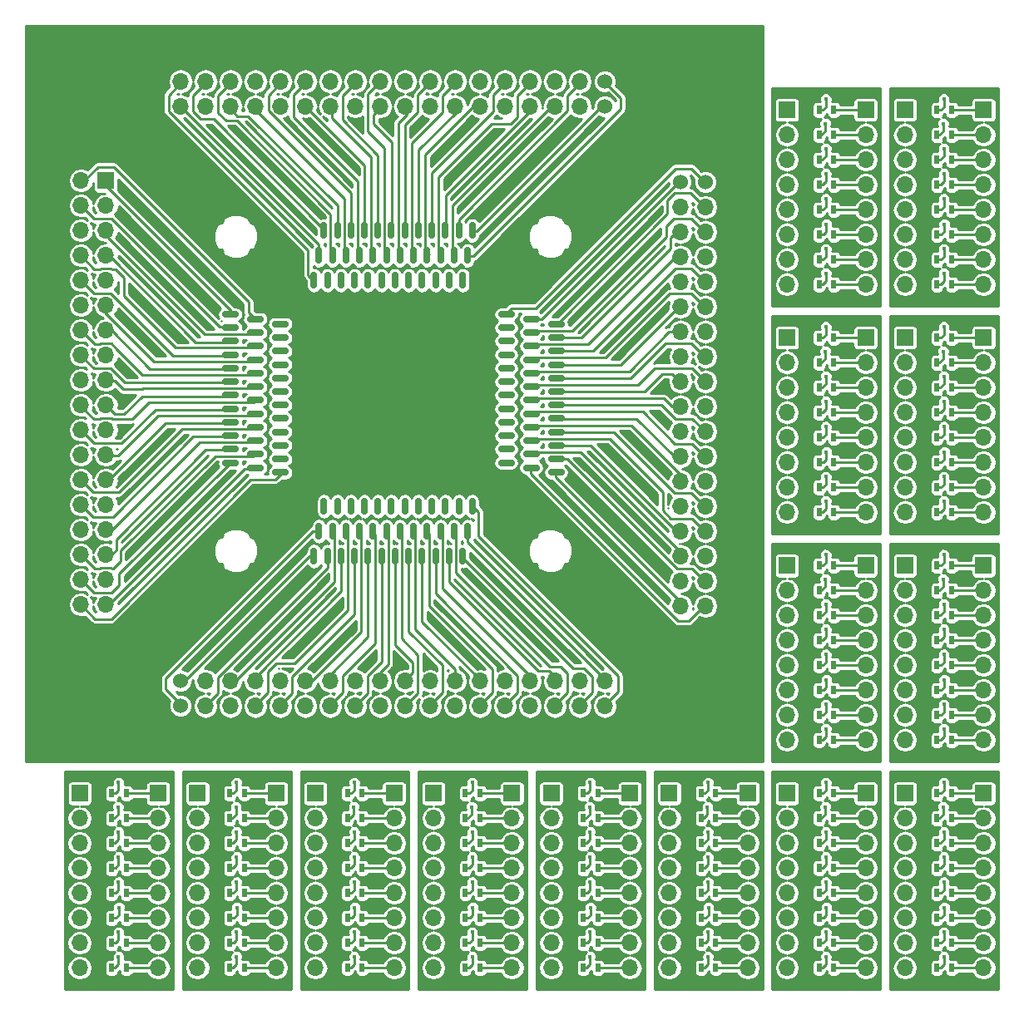
<source format=gbl>
%MOIN*%
%OFA0B0*%
%FSLAX46Y46*%
%IPPOS*%
%LPD*%
%ADD10C,0.0039370078740157488*%
%ADD11R,0.066929133858267723X0.066929133858267723*%
%ADD12O,0.066929133858267723X0.066929133858267723*%
%ADD13R,0.01968503937007874X0.035433070866141732*%
%ADD14C,0.017834645669291341*%
%ADD15C,0.00984251968503937*%
%ADD16C,0.01*%
%ADD27C,0.0039370078740157488*%
%ADD28O,0.027559055118110236X0.068503937007874022*%
%ADD29O,0.068503937007874022X0.027559055118110236*%
%ADD30R,0.066929133858267723X0.066929133858267723*%
%ADD31O,0.066929133858267723X0.066929133858267723*%
%ADD32C,0.060000000000000005*%
%ADD33C,0.00984251968503937*%
%ADD34C,0.01*%
%ADD35C,0.0039370078740157488*%
%ADD36R,0.066929133858267723X0.066929133858267723*%
%ADD37O,0.066929133858267723X0.066929133858267723*%
%ADD38R,0.01968503937007874X0.035433070866141732*%
%ADD39C,0.017834645669291341*%
%ADD40C,0.00984251968503937*%
%ADD41C,0.01*%
%ADD42C,0.0039370078740157488*%
%ADD43R,0.066929133858267723X0.066929133858267723*%
%ADD44O,0.066929133858267723X0.066929133858267723*%
%ADD45R,0.01968503937007874X0.035433070866141732*%
%ADD46C,0.017834645669291341*%
%ADD47C,0.00984251968503937*%
%ADD48C,0.01*%
%ADD49C,0.0039370078740157488*%
%ADD50R,0.066929133858267723X0.066929133858267723*%
%ADD51O,0.066929133858267723X0.066929133858267723*%
%ADD52R,0.01968503937007874X0.035433070866141732*%
%ADD53C,0.017834645669291341*%
%ADD54C,0.00984251968503937*%
%ADD55C,0.01*%
%ADD56C,0.0039370078740157488*%
%ADD57R,0.066929133858267723X0.066929133858267723*%
%ADD58O,0.066929133858267723X0.066929133858267723*%
%ADD59R,0.01968503937007874X0.035433070866141732*%
%ADD60C,0.017834645669291341*%
%ADD61C,0.00984251968503937*%
%ADD62C,0.01*%
%ADD63C,0.0039370078740157488*%
%ADD64R,0.066929133858267723X0.066929133858267723*%
%ADD65O,0.066929133858267723X0.066929133858267723*%
%ADD66R,0.01968503937007874X0.035433070866141732*%
%ADD67C,0.017834645669291341*%
%ADD68C,0.00984251968503937*%
%ADD69C,0.01*%
%ADD70C,0.0039370078740157488*%
%ADD71R,0.066929133858267723X0.066929133858267723*%
%ADD72O,0.066929133858267723X0.066929133858267723*%
%ADD73R,0.01968503937007874X0.035433070866141732*%
%ADD74C,0.017834645669291341*%
%ADD75C,0.00984251968503937*%
%ADD76C,0.01*%
%ADD77C,0.0039370078740157488*%
%ADD78R,0.066929133858267723X0.066929133858267723*%
%ADD79O,0.066929133858267723X0.066929133858267723*%
%ADD80R,0.01968503937007874X0.035433070866141732*%
%ADD81C,0.017834645669291341*%
%ADD82C,0.00984251968503937*%
%ADD83C,0.01*%
%ADD84C,0.0039370078740157488*%
%ADD85R,0.066929133858267723X0.066929133858267723*%
%ADD86O,0.066929133858267723X0.066929133858267723*%
%ADD87R,0.01968503937007874X0.035433070866141732*%
%ADD88C,0.017834645669291341*%
%ADD89C,0.00984251968503937*%
%ADD90C,0.01*%
%ADD91C,0.0039370078740157488*%
%ADD92R,0.066929133858267723X0.066929133858267723*%
%ADD93O,0.066929133858267723X0.066929133858267723*%
%ADD94R,0.01968503937007874X0.035433070866141732*%
%ADD95C,0.017834645669291341*%
%ADD96C,0.00984251968503937*%
%ADD97C,0.01*%
%ADD98C,0.0039370078740157488*%
%ADD99R,0.066929133858267723X0.066929133858267723*%
%ADD100O,0.066929133858267723X0.066929133858267723*%
%ADD101R,0.01968503937007874X0.035433070866141732*%
%ADD102C,0.017834645669291341*%
%ADD103C,0.00984251968503937*%
%ADD104C,0.01*%
%ADD105C,0.0039370078740157488*%
%ADD106R,0.066929133858267723X0.066929133858267723*%
%ADD107O,0.066929133858267723X0.066929133858267723*%
%ADD108R,0.01968503937007874X0.035433070866141732*%
%ADD109C,0.017834645669291341*%
%ADD110C,0.00984251968503937*%
%ADD111C,0.01*%
%ADD112C,0.0039370078740157488*%
%ADD113R,0.066929133858267723X0.066929133858267723*%
%ADD114O,0.066929133858267723X0.066929133858267723*%
%ADD115R,0.01968503937007874X0.035433070866141732*%
%ADD116C,0.017834645669291341*%
%ADD117C,0.00984251968503937*%
%ADD118C,0.01*%
%ADD119C,0.0039370078740157488*%
%ADD120R,0.066929133858267723X0.066929133858267723*%
%ADD121O,0.066929133858267723X0.066929133858267723*%
%ADD122R,0.01968503937007874X0.035433070866141732*%
%ADD123C,0.017834645669291341*%
%ADD124C,0.00984251968503937*%
%ADD125C,0.01*%
G01G01*
D10*
D11*
X0002992125Y0000944881D02*
X0003385732Y0000838220D03*
D12*
X0003385732Y0000738220D03*
X0003385732Y0000638220D03*
X0003385732Y0000538220D03*
X0003385732Y0000438220D03*
X0003385732Y0000338220D03*
X0003385732Y0000238220D03*
X0003385732Y0000138220D03*
D11*
X0003070771Y0000838220D03*
D12*
X0003070771Y0000738220D03*
X0003070771Y0000638220D03*
X0003070771Y0000538220D03*
X0003070771Y0000438220D03*
X0003070771Y0000338220D03*
X0003070771Y0000238220D03*
X0003070771Y0000138220D03*
D13*
X0003198724Y0000838220D03*
X0003257779Y0000838220D03*
X0003198724Y0000738220D03*
X0003257779Y0000738220D03*
X0003198724Y0000638220D03*
X0003257779Y0000638220D03*
X0003198724Y0000538220D03*
X0003257779Y0000538220D03*
X0003198724Y0000438220D03*
X0003257779Y0000438220D03*
X0003198724Y0000338220D03*
X0003257779Y0000338220D03*
X0003198724Y0000238220D03*
X0003257779Y0000238220D03*
X0003198724Y0000138220D03*
X0003257779Y0000138220D03*
D14*
X0003226377Y0000881889D03*
X0003224409Y0000783464D03*
X0003226377Y0000683070D03*
X0003226377Y0000582677D03*
X0003226377Y0000482283D03*
X0003228346Y0000379921D03*
X0003226377Y0000281496D03*
X0003226377Y0000183070D03*
D15*
X0003198724Y0000838220D02*
X0003214204Y0000838220D01*
X0003214204Y0000838220D02*
X0003226377Y0000850393D01*
X0003226377Y0000850393D02*
X0003226377Y0000881889D01*
X0003198724Y0000738220D02*
X0003208692Y0000738220D01*
X0003208692Y0000738220D02*
X0003224409Y0000753937D01*
X0003224409Y0000753937D02*
X0003224409Y0000783464D01*
X0003198724Y0000638220D02*
X0003211055Y0000638220D01*
X0003211055Y0000638220D02*
X0003226377Y0000653543D01*
X0003226377Y0000653543D02*
X0003226377Y0000683070D01*
X0003198724Y0000538220D02*
X0003213417Y0000538220D01*
X0003213417Y0000538220D02*
X0003226377Y0000551181D01*
X0003226377Y0000551181D02*
X0003226377Y0000582677D01*
X0003198724Y0000438220D02*
X0003213811Y0000438220D01*
X0003213811Y0000438220D02*
X0003226377Y0000450787D01*
X0003226377Y0000450787D02*
X0003226377Y0000482283D01*
X0003198724Y0000338220D02*
X0003216173Y0000338220D01*
X0003216173Y0000338220D02*
X0003228346Y0000350393D01*
X0003228346Y0000350393D02*
X0003228346Y0000379921D01*
X0003198724Y0000238220D02*
X0003214598Y0000238220D01*
X0003214598Y0000238220D02*
X0003226377Y0000250000D01*
X0003226377Y0000250000D02*
X0003226377Y0000281496D01*
X0003198724Y0000138220D02*
X0003213023Y0000138220D01*
X0003213023Y0000138220D02*
X0003226377Y0000151574D01*
X0003226377Y0000151574D02*
X0003226377Y0000183070D01*
X0003385732Y0000838220D02*
X0003257779Y0000838220D01*
X0003385732Y0000738220D02*
X0003257779Y0000738220D01*
X0003385732Y0000638220D02*
X0003257779Y0000638220D01*
X0003257779Y0000538220D02*
X0003277464Y0000538220D01*
X0003277464Y0000538220D02*
X0003385732Y0000538220D01*
X0003385732Y0000438220D02*
X0003338406Y0000438220D01*
X0003338406Y0000438220D02*
X0003257779Y0000438220D01*
X0003385732Y0000338220D02*
X0003338406Y0000338220D01*
X0003338406Y0000338220D02*
X0003257779Y0000338220D01*
X0003385732Y0000238220D02*
X0003338406Y0000238220D01*
X0003338406Y0000238220D02*
X0003257779Y0000238220D01*
X0003377776Y0000138220D02*
X0003257779Y0000138220D01*
D16*
G36*
X0003444803Y0000051259D02*
X0003011889Y0000051259D01*
X0003011889Y0000738220D01*
X0003019511Y0000738220D01*
X0003023338Y0000718980D01*
X0003034236Y0000702670D01*
X0003050547Y0000691771D01*
X0003068401Y0000688220D01*
X0003050547Y0000684669D01*
X0003034236Y0000673770D01*
X0003023338Y0000657460D01*
X0003019511Y0000638220D01*
X0003023338Y0000618980D01*
X0003034236Y0000602670D01*
X0003050547Y0000591771D01*
X0003068401Y0000588220D01*
X0003050547Y0000584669D01*
X0003034236Y0000573770D01*
X0003023338Y0000557460D01*
X0003019511Y0000538220D01*
X0003023338Y0000518980D01*
X0003034236Y0000502670D01*
X0003050547Y0000491771D01*
X0003068401Y0000488220D01*
X0003050547Y0000484669D01*
X0003034236Y0000473770D01*
X0003023338Y0000457460D01*
X0003019511Y0000438220D01*
X0003023338Y0000418980D01*
X0003034236Y0000402670D01*
X0003050547Y0000391771D01*
X0003068401Y0000388220D01*
X0003050547Y0000384669D01*
X0003034236Y0000373770D01*
X0003023338Y0000357460D01*
X0003019511Y0000338220D01*
X0003023338Y0000318980D01*
X0003034236Y0000302670D01*
X0003050547Y0000291771D01*
X0003068401Y0000288220D01*
X0003050547Y0000284669D01*
X0003034236Y0000273770D01*
X0003023338Y0000257460D01*
X0003019511Y0000238220D01*
X0003023338Y0000218980D01*
X0003034236Y0000202670D01*
X0003050547Y0000191771D01*
X0003068401Y0000188220D01*
X0003050547Y0000184669D01*
X0003034236Y0000173770D01*
X0003023338Y0000157460D01*
X0003019511Y0000138220D01*
X0003023338Y0000118980D01*
X0003034236Y0000102670D01*
X0003050547Y0000091771D01*
X0003069786Y0000087944D01*
X0003071756Y0000087944D01*
X0003090996Y0000091771D01*
X0003107306Y0000102670D01*
X0003118205Y0000118980D01*
X0003122032Y0000138220D01*
X0003118205Y0000157460D01*
X0003107306Y0000173770D01*
X0003090996Y0000184669D01*
X0003073142Y0000188220D01*
X0003090996Y0000191771D01*
X0003107306Y0000202670D01*
X0003118205Y0000218980D01*
X0003122032Y0000238220D01*
X0003118205Y0000257460D01*
X0003107306Y0000273770D01*
X0003090996Y0000284669D01*
X0003073142Y0000288220D01*
X0003090996Y0000291771D01*
X0003107306Y0000302670D01*
X0003118205Y0000318980D01*
X0003122032Y0000338220D01*
X0003118205Y0000357460D01*
X0003107306Y0000373770D01*
X0003090996Y0000384669D01*
X0003073142Y0000388220D01*
X0003090996Y0000391771D01*
X0003107306Y0000402670D01*
X0003118205Y0000418980D01*
X0003122032Y0000438220D01*
X0003118205Y0000457460D01*
X0003107306Y0000473770D01*
X0003090996Y0000484669D01*
X0003073142Y0000488220D01*
X0003090996Y0000491771D01*
X0003107306Y0000502670D01*
X0003118205Y0000518980D01*
X0003122032Y0000538220D01*
X0003118205Y0000557460D01*
X0003107306Y0000573770D01*
X0003090996Y0000584669D01*
X0003073142Y0000588220D01*
X0003090996Y0000591771D01*
X0003107306Y0000602670D01*
X0003118205Y0000618980D01*
X0003122032Y0000638220D01*
X0003118205Y0000657460D01*
X0003107306Y0000673770D01*
X0003090996Y0000684669D01*
X0003073142Y0000688220D01*
X0003090996Y0000691771D01*
X0003107306Y0000702670D01*
X0003118205Y0000718980D01*
X0003122032Y0000738220D01*
X0003118205Y0000757460D01*
X0003107306Y0000773770D01*
X0003090996Y0000784669D01*
X0003076183Y0000787615D01*
X0003104236Y0000787615D01*
X0003110466Y0000788787D01*
X0003116187Y0000792469D01*
X0003120026Y0000798087D01*
X0003121376Y0000804755D01*
X0003121376Y0000855937D01*
X0003171741Y0000855937D01*
X0003171741Y0000820503D01*
X0003172913Y0000814274D01*
X0003176595Y0000808552D01*
X0003182213Y0000804714D01*
X0003188881Y0000803363D01*
X0003207926Y0000803363D01*
X0003202610Y0000798057D01*
X0003198685Y0000788604D01*
X0003198676Y0000778369D01*
X0003200863Y0000773077D01*
X0003188881Y0000773077D01*
X0003182652Y0000771905D01*
X0003176930Y0000768223D01*
X0003173091Y0000762605D01*
X0003171741Y0000755937D01*
X0003171741Y0000720503D01*
X0003172913Y0000714274D01*
X0003176595Y0000708552D01*
X0003182213Y0000704714D01*
X0003188881Y0000703363D01*
X0003208566Y0000703363D01*
X0003210688Y0000703762D01*
X0003204579Y0000697663D01*
X0003200654Y0000688211D01*
X0003200645Y0000677975D01*
X0003202669Y0000673077D01*
X0003188881Y0000673077D01*
X0003182652Y0000671905D01*
X0003176930Y0000668223D01*
X0003173091Y0000662605D01*
X0003171741Y0000655937D01*
X0003171741Y0000620503D01*
X0003172913Y0000614274D01*
X0003176595Y0000608552D01*
X0003182213Y0000604714D01*
X0003188881Y0000603363D01*
X0003208566Y0000603363D01*
X0003211174Y0000603854D01*
X0003204579Y0000597270D01*
X0003200654Y0000587817D01*
X0003200645Y0000577581D01*
X0003202506Y0000573077D01*
X0003188881Y0000573077D01*
X0003182652Y0000571905D01*
X0003176930Y0000568223D01*
X0003173091Y0000562605D01*
X0003171741Y0000555937D01*
X0003171741Y0000520503D01*
X0003172913Y0000514274D01*
X0003176595Y0000508552D01*
X0003182213Y0000504714D01*
X0003188881Y0000503363D01*
X0003208566Y0000503363D01*
X0003211661Y0000503945D01*
X0003204579Y0000496876D01*
X0003200654Y0000487423D01*
X0003200645Y0000477187D01*
X0003202343Y0000473077D01*
X0003188881Y0000473077D01*
X0003182652Y0000471905D01*
X0003176930Y0000468223D01*
X0003173091Y0000462605D01*
X0003171741Y0000455937D01*
X0003171741Y0000420503D01*
X0003172913Y0000414274D01*
X0003176595Y0000408552D01*
X0003182213Y0000404714D01*
X0003188881Y0000403363D01*
X0003208566Y0000403363D01*
X0003214796Y0000404535D01*
X0003220518Y0000408217D01*
X0003224356Y0000413835D01*
X0003225707Y0000420503D01*
X0003225707Y0000420534D01*
X0003229178Y0000422853D01*
X0003230796Y0000424472D01*
X0003230796Y0000420503D01*
X0003231968Y0000414274D01*
X0003235650Y0000408552D01*
X0003241268Y0000404714D01*
X0003247937Y0000403363D01*
X0003267622Y0000403363D01*
X0003273851Y0000404535D01*
X0003279573Y0000408217D01*
X0003283411Y0000413835D01*
X0003283949Y0000416488D01*
X0003339964Y0000416488D01*
X0003349197Y0000402670D01*
X0003365507Y0000391771D01*
X0003383361Y0000388220D01*
X0003365507Y0000384669D01*
X0003349197Y0000373770D01*
X0003339964Y0000359952D01*
X0003284006Y0000359952D01*
X0003283590Y0000362166D01*
X0003279908Y0000367888D01*
X0003274290Y0000371726D01*
X0003267622Y0000373077D01*
X0003253363Y0000373077D01*
X0003254070Y0000374781D01*
X0003254079Y0000385016D01*
X0003250170Y0000394476D01*
X0003242939Y0000401719D01*
X0003233486Y0000405645D01*
X0003223251Y0000405654D01*
X0003213791Y0000401745D01*
X0003206547Y0000394514D01*
X0003202622Y0000385061D01*
X0003202613Y0000374826D01*
X0003203336Y0000373077D01*
X0003188881Y0000373077D01*
X0003182652Y0000371905D01*
X0003176930Y0000368223D01*
X0003173091Y0000362605D01*
X0003171741Y0000355937D01*
X0003171741Y0000320503D01*
X0003172913Y0000314274D01*
X0003176595Y0000308552D01*
X0003182213Y0000304714D01*
X0003188881Y0000303363D01*
X0003208566Y0000303363D01*
X0003214738Y0000304524D01*
X0003211823Y0000303320D01*
X0003204579Y0000296089D01*
X0003200654Y0000286636D01*
X0003200645Y0000276400D01*
X0003202018Y0000273077D01*
X0003188881Y0000273077D01*
X0003182652Y0000271905D01*
X0003176930Y0000268223D01*
X0003173091Y0000262605D01*
X0003171741Y0000255937D01*
X0003171741Y0000220503D01*
X0003172913Y0000214274D01*
X0003176595Y0000208552D01*
X0003182213Y0000204714D01*
X0003188881Y0000203363D01*
X0003208566Y0000203363D01*
X0003210688Y0000203762D01*
X0003204579Y0000197663D01*
X0003200654Y0000188210D01*
X0003200645Y0000177975D01*
X0003202669Y0000173077D01*
X0003188881Y0000173077D01*
X0003182652Y0000171905D01*
X0003176930Y0000168223D01*
X0003173091Y0000162605D01*
X0003171741Y0000155936D01*
X0003171741Y0000120503D01*
X0003172913Y0000114274D01*
X0003176595Y0000108552D01*
X0003182213Y0000104713D01*
X0003188881Y0000103363D01*
X0003208566Y0000103363D01*
X0003214796Y0000104535D01*
X0003220518Y0000108217D01*
X0003224356Y0000113835D01*
X0003225707Y0000120503D01*
X0003225707Y0000121060D01*
X0003228390Y0000122853D01*
X0003230796Y0000125259D01*
X0003230796Y0000120503D01*
X0003231968Y0000114274D01*
X0003235650Y0000108552D01*
X0003241268Y0000104713D01*
X0003247937Y0000103363D01*
X0003267622Y0000103363D01*
X0003273851Y0000104535D01*
X0003279573Y0000108217D01*
X0003283411Y0000113835D01*
X0003283949Y0000116488D01*
X0003339964Y0000116488D01*
X0003349197Y0000102670D01*
X0003365507Y0000091771D01*
X0003384747Y0000087944D01*
X0003386717Y0000087944D01*
X0003405956Y0000091771D01*
X0003422267Y0000102670D01*
X0003433165Y0000118980D01*
X0003436992Y0000138220D01*
X0003433165Y0000157460D01*
X0003422267Y0000173770D01*
X0003405956Y0000184669D01*
X0003388102Y0000188220D01*
X0003405956Y0000191771D01*
X0003422267Y0000202670D01*
X0003433165Y0000218980D01*
X0003436992Y0000238220D01*
X0003433165Y0000257460D01*
X0003422267Y0000273770D01*
X0003405956Y0000284669D01*
X0003388102Y0000288220D01*
X0003405956Y0000291771D01*
X0003422267Y0000302670D01*
X0003433165Y0000318980D01*
X0003436992Y0000338220D01*
X0003433165Y0000357460D01*
X0003422267Y0000373770D01*
X0003405956Y0000384669D01*
X0003388102Y0000388220D01*
X0003405956Y0000391771D01*
X0003422267Y0000402670D01*
X0003433165Y0000418980D01*
X0003436992Y0000438220D01*
X0003433165Y0000457460D01*
X0003422267Y0000473770D01*
X0003405956Y0000484669D01*
X0003388102Y0000488220D01*
X0003405956Y0000491771D01*
X0003422267Y0000502670D01*
X0003433165Y0000518980D01*
X0003436992Y0000538220D01*
X0003433165Y0000557460D01*
X0003422267Y0000573770D01*
X0003405956Y0000584669D01*
X0003388102Y0000588220D01*
X0003405956Y0000591771D01*
X0003422267Y0000602670D01*
X0003433165Y0000618980D01*
X0003436992Y0000638220D01*
X0003433165Y0000657460D01*
X0003422267Y0000673770D01*
X0003405956Y0000684669D01*
X0003388102Y0000688220D01*
X0003405956Y0000691771D01*
X0003422267Y0000702670D01*
X0003433165Y0000718980D01*
X0003436992Y0000738220D01*
X0003433165Y0000757460D01*
X0003422267Y0000773770D01*
X0003405956Y0000784669D01*
X0003391143Y0000787615D01*
X0003419196Y0000787615D01*
X0003425426Y0000788787D01*
X0003431148Y0000792469D01*
X0003434986Y0000798087D01*
X0003436337Y0000804755D01*
X0003436337Y0000871685D01*
X0003435165Y0000877914D01*
X0003431483Y0000883636D01*
X0003425865Y0000887474D01*
X0003419196Y0000888825D01*
X0003352267Y0000888825D01*
X0003346037Y0000887653D01*
X0003340316Y0000883971D01*
X0003336477Y0000878353D01*
X0003335127Y0000871685D01*
X0003335127Y0000859952D01*
X0003284006Y0000859952D01*
X0003283590Y0000862166D01*
X0003279908Y0000867888D01*
X0003274290Y0000871726D01*
X0003267622Y0000873077D01*
X0003250577Y0000873077D01*
X0003252101Y0000876749D01*
X0003252110Y0000886984D01*
X0003248202Y0000896444D01*
X0003240970Y0000903688D01*
X0003231518Y0000907613D01*
X0003221282Y0000907622D01*
X0003211823Y0000903713D01*
X0003204579Y0000896482D01*
X0003200654Y0000887029D01*
X0003200645Y0000876794D01*
X0003202180Y0000873077D01*
X0003188881Y0000873077D01*
X0003182652Y0000871905D01*
X0003176930Y0000868223D01*
X0003173091Y0000862605D01*
X0003171741Y0000855937D01*
X0003121376Y0000855937D01*
X0003121376Y0000871685D01*
X0003120204Y0000877914D01*
X0003116522Y0000883636D01*
X0003110904Y0000887474D01*
X0003104236Y0000888825D01*
X0003037307Y0000888825D01*
X0003031077Y0000887653D01*
X0003025355Y0000883971D01*
X0003021517Y0000878353D01*
X0003020166Y0000871685D01*
X0003020166Y0000804755D01*
X0003021338Y0000798526D01*
X0003025020Y0000792804D01*
X0003030638Y0000788965D01*
X0003037307Y0000787615D01*
X0003065360Y0000787615D01*
X0003050547Y0000784669D01*
X0003034236Y0000773770D01*
X0003023338Y0000757460D01*
X0003019511Y0000738220D01*
X0003011889Y0000738220D01*
X0003011889Y0000925118D01*
X0003444803Y0000925118D01*
X0003444803Y0000051259D01*
X0003444803Y0000051259D01*
G37*
X0003444803Y0000051259D02*
X0003011889Y0000051259D01*
X0003011889Y0000738220D01*
X0003019511Y0000738220D01*
X0003023338Y0000718980D01*
X0003034236Y0000702670D01*
X0003050547Y0000691771D01*
X0003068401Y0000688220D01*
X0003050547Y0000684669D01*
X0003034236Y0000673770D01*
X0003023338Y0000657460D01*
X0003019511Y0000638220D01*
X0003023338Y0000618980D01*
X0003034236Y0000602670D01*
X0003050547Y0000591771D01*
X0003068401Y0000588220D01*
X0003050547Y0000584669D01*
X0003034236Y0000573770D01*
X0003023338Y0000557460D01*
X0003019511Y0000538220D01*
X0003023338Y0000518980D01*
X0003034236Y0000502670D01*
X0003050547Y0000491771D01*
X0003068401Y0000488220D01*
X0003050547Y0000484669D01*
X0003034236Y0000473770D01*
X0003023338Y0000457460D01*
X0003019511Y0000438220D01*
X0003023338Y0000418980D01*
X0003034236Y0000402670D01*
X0003050547Y0000391771D01*
X0003068401Y0000388220D01*
X0003050547Y0000384669D01*
X0003034236Y0000373770D01*
X0003023338Y0000357460D01*
X0003019511Y0000338220D01*
X0003023338Y0000318980D01*
X0003034236Y0000302670D01*
X0003050547Y0000291771D01*
X0003068401Y0000288220D01*
X0003050547Y0000284669D01*
X0003034236Y0000273770D01*
X0003023338Y0000257460D01*
X0003019511Y0000238220D01*
X0003023338Y0000218980D01*
X0003034236Y0000202670D01*
X0003050547Y0000191771D01*
X0003068401Y0000188220D01*
X0003050547Y0000184669D01*
X0003034236Y0000173770D01*
X0003023338Y0000157460D01*
X0003019511Y0000138220D01*
X0003023338Y0000118980D01*
X0003034236Y0000102670D01*
X0003050547Y0000091771D01*
X0003069786Y0000087944D01*
X0003071756Y0000087944D01*
X0003090996Y0000091771D01*
X0003107306Y0000102670D01*
X0003118205Y0000118980D01*
X0003122032Y0000138220D01*
X0003118205Y0000157460D01*
X0003107306Y0000173770D01*
X0003090996Y0000184669D01*
X0003073142Y0000188220D01*
X0003090996Y0000191771D01*
X0003107306Y0000202670D01*
X0003118205Y0000218980D01*
X0003122032Y0000238220D01*
X0003118205Y0000257460D01*
X0003107306Y0000273770D01*
X0003090996Y0000284669D01*
X0003073142Y0000288220D01*
X0003090996Y0000291771D01*
X0003107306Y0000302670D01*
X0003118205Y0000318980D01*
X0003122032Y0000338220D01*
X0003118205Y0000357460D01*
X0003107306Y0000373770D01*
X0003090996Y0000384669D01*
X0003073142Y0000388220D01*
X0003090996Y0000391771D01*
X0003107306Y0000402670D01*
X0003118205Y0000418980D01*
X0003122032Y0000438220D01*
X0003118205Y0000457460D01*
X0003107306Y0000473770D01*
X0003090996Y0000484669D01*
X0003073142Y0000488220D01*
X0003090996Y0000491771D01*
X0003107306Y0000502670D01*
X0003118205Y0000518980D01*
X0003122032Y0000538220D01*
X0003118205Y0000557460D01*
X0003107306Y0000573770D01*
X0003090996Y0000584669D01*
X0003073142Y0000588220D01*
X0003090996Y0000591771D01*
X0003107306Y0000602670D01*
X0003118205Y0000618980D01*
X0003122032Y0000638220D01*
X0003118205Y0000657460D01*
X0003107306Y0000673770D01*
X0003090996Y0000684669D01*
X0003073142Y0000688220D01*
X0003090996Y0000691771D01*
X0003107306Y0000702670D01*
X0003118205Y0000718980D01*
X0003122032Y0000738220D01*
X0003118205Y0000757460D01*
X0003107306Y0000773770D01*
X0003090996Y0000784669D01*
X0003076183Y0000787615D01*
X0003104236Y0000787615D01*
X0003110466Y0000788787D01*
X0003116187Y0000792469D01*
X0003120026Y0000798087D01*
X0003121376Y0000804755D01*
X0003121376Y0000855937D01*
X0003171741Y0000855937D01*
X0003171741Y0000820503D01*
X0003172913Y0000814274D01*
X0003176595Y0000808552D01*
X0003182213Y0000804714D01*
X0003188881Y0000803363D01*
X0003207926Y0000803363D01*
X0003202610Y0000798057D01*
X0003198685Y0000788604D01*
X0003198676Y0000778369D01*
X0003200863Y0000773077D01*
X0003188881Y0000773077D01*
X0003182652Y0000771905D01*
X0003176930Y0000768223D01*
X0003173091Y0000762605D01*
X0003171741Y0000755937D01*
X0003171741Y0000720503D01*
X0003172913Y0000714274D01*
X0003176595Y0000708552D01*
X0003182213Y0000704714D01*
X0003188881Y0000703363D01*
X0003208566Y0000703363D01*
X0003210688Y0000703762D01*
X0003204579Y0000697663D01*
X0003200654Y0000688211D01*
X0003200645Y0000677975D01*
X0003202669Y0000673077D01*
X0003188881Y0000673077D01*
X0003182652Y0000671905D01*
X0003176930Y0000668223D01*
X0003173091Y0000662605D01*
X0003171741Y0000655937D01*
X0003171741Y0000620503D01*
X0003172913Y0000614274D01*
X0003176595Y0000608552D01*
X0003182213Y0000604714D01*
X0003188881Y0000603363D01*
X0003208566Y0000603363D01*
X0003211174Y0000603854D01*
X0003204579Y0000597270D01*
X0003200654Y0000587817D01*
X0003200645Y0000577581D01*
X0003202506Y0000573077D01*
X0003188881Y0000573077D01*
X0003182652Y0000571905D01*
X0003176930Y0000568223D01*
X0003173091Y0000562605D01*
X0003171741Y0000555937D01*
X0003171741Y0000520503D01*
X0003172913Y0000514274D01*
X0003176595Y0000508552D01*
X0003182213Y0000504714D01*
X0003188881Y0000503363D01*
X0003208566Y0000503363D01*
X0003211661Y0000503945D01*
X0003204579Y0000496876D01*
X0003200654Y0000487423D01*
X0003200645Y0000477187D01*
X0003202343Y0000473077D01*
X0003188881Y0000473077D01*
X0003182652Y0000471905D01*
X0003176930Y0000468223D01*
X0003173091Y0000462605D01*
X0003171741Y0000455937D01*
X0003171741Y0000420503D01*
X0003172913Y0000414274D01*
X0003176595Y0000408552D01*
X0003182213Y0000404714D01*
X0003188881Y0000403363D01*
X0003208566Y0000403363D01*
X0003214796Y0000404535D01*
X0003220518Y0000408217D01*
X0003224356Y0000413835D01*
X0003225707Y0000420503D01*
X0003225707Y0000420534D01*
X0003229178Y0000422853D01*
X0003230796Y0000424472D01*
X0003230796Y0000420503D01*
X0003231968Y0000414274D01*
X0003235650Y0000408552D01*
X0003241268Y0000404714D01*
X0003247937Y0000403363D01*
X0003267622Y0000403363D01*
X0003273851Y0000404535D01*
X0003279573Y0000408217D01*
X0003283411Y0000413835D01*
X0003283949Y0000416488D01*
X0003339964Y0000416488D01*
X0003349197Y0000402670D01*
X0003365507Y0000391771D01*
X0003383361Y0000388220D01*
X0003365507Y0000384669D01*
X0003349197Y0000373770D01*
X0003339964Y0000359952D01*
X0003284006Y0000359952D01*
X0003283590Y0000362166D01*
X0003279908Y0000367888D01*
X0003274290Y0000371726D01*
X0003267622Y0000373077D01*
X0003253363Y0000373077D01*
X0003254070Y0000374781D01*
X0003254079Y0000385016D01*
X0003250170Y0000394476D01*
X0003242939Y0000401719D01*
X0003233486Y0000405645D01*
X0003223251Y0000405654D01*
X0003213791Y0000401745D01*
X0003206547Y0000394514D01*
X0003202622Y0000385061D01*
X0003202613Y0000374826D01*
X0003203336Y0000373077D01*
X0003188881Y0000373077D01*
X0003182652Y0000371905D01*
X0003176930Y0000368223D01*
X0003173091Y0000362605D01*
X0003171741Y0000355937D01*
X0003171741Y0000320503D01*
X0003172913Y0000314274D01*
X0003176595Y0000308552D01*
X0003182213Y0000304714D01*
X0003188881Y0000303363D01*
X0003208566Y0000303363D01*
X0003214738Y0000304524D01*
X0003211823Y0000303320D01*
X0003204579Y0000296089D01*
X0003200654Y0000286636D01*
X0003200645Y0000276400D01*
X0003202018Y0000273077D01*
X0003188881Y0000273077D01*
X0003182652Y0000271905D01*
X0003176930Y0000268223D01*
X0003173091Y0000262605D01*
X0003171741Y0000255937D01*
X0003171741Y0000220503D01*
X0003172913Y0000214274D01*
X0003176595Y0000208552D01*
X0003182213Y0000204714D01*
X0003188881Y0000203363D01*
X0003208566Y0000203363D01*
X0003210688Y0000203762D01*
X0003204579Y0000197663D01*
X0003200654Y0000188210D01*
X0003200645Y0000177975D01*
X0003202669Y0000173077D01*
X0003188881Y0000173077D01*
X0003182652Y0000171905D01*
X0003176930Y0000168223D01*
X0003173091Y0000162605D01*
X0003171741Y0000155936D01*
X0003171741Y0000120503D01*
X0003172913Y0000114274D01*
X0003176595Y0000108552D01*
X0003182213Y0000104713D01*
X0003188881Y0000103363D01*
X0003208566Y0000103363D01*
X0003214796Y0000104535D01*
X0003220518Y0000108217D01*
X0003224356Y0000113835D01*
X0003225707Y0000120503D01*
X0003225707Y0000121060D01*
X0003228390Y0000122853D01*
X0003230796Y0000125259D01*
X0003230796Y0000120503D01*
X0003231968Y0000114274D01*
X0003235650Y0000108552D01*
X0003241268Y0000104713D01*
X0003247937Y0000103363D01*
X0003267622Y0000103363D01*
X0003273851Y0000104535D01*
X0003279573Y0000108217D01*
X0003283411Y0000113835D01*
X0003283949Y0000116488D01*
X0003339964Y0000116488D01*
X0003349197Y0000102670D01*
X0003365507Y0000091771D01*
X0003384747Y0000087944D01*
X0003386717Y0000087944D01*
X0003405956Y0000091771D01*
X0003422267Y0000102670D01*
X0003433165Y0000118980D01*
X0003436992Y0000138220D01*
X0003433165Y0000157460D01*
X0003422267Y0000173770D01*
X0003405956Y0000184669D01*
X0003388102Y0000188220D01*
X0003405956Y0000191771D01*
X0003422267Y0000202670D01*
X0003433165Y0000218980D01*
X0003436992Y0000238220D01*
X0003433165Y0000257460D01*
X0003422267Y0000273770D01*
X0003405956Y0000284669D01*
X0003388102Y0000288220D01*
X0003405956Y0000291771D01*
X0003422267Y0000302670D01*
X0003433165Y0000318980D01*
X0003436992Y0000338220D01*
X0003433165Y0000357460D01*
X0003422267Y0000373770D01*
X0003405956Y0000384669D01*
X0003388102Y0000388220D01*
X0003405956Y0000391771D01*
X0003422267Y0000402670D01*
X0003433165Y0000418980D01*
X0003436992Y0000438220D01*
X0003433165Y0000457460D01*
X0003422267Y0000473770D01*
X0003405956Y0000484669D01*
X0003388102Y0000488220D01*
X0003405956Y0000491771D01*
X0003422267Y0000502670D01*
X0003433165Y0000518980D01*
X0003436992Y0000538220D01*
X0003433165Y0000557460D01*
X0003422267Y0000573770D01*
X0003405956Y0000584669D01*
X0003388102Y0000588220D01*
X0003405956Y0000591771D01*
X0003422267Y0000602670D01*
X0003433165Y0000618980D01*
X0003436992Y0000638220D01*
X0003433165Y0000657460D01*
X0003422267Y0000673770D01*
X0003405956Y0000684669D01*
X0003388102Y0000688220D01*
X0003405956Y0000691771D01*
X0003422267Y0000702670D01*
X0003433165Y0000718980D01*
X0003436992Y0000738220D01*
X0003433165Y0000757460D01*
X0003422267Y0000773770D01*
X0003405956Y0000784669D01*
X0003391143Y0000787615D01*
X0003419196Y0000787615D01*
X0003425426Y0000788787D01*
X0003431148Y0000792469D01*
X0003434986Y0000798087D01*
X0003436337Y0000804755D01*
X0003436337Y0000871685D01*
X0003435165Y0000877914D01*
X0003431483Y0000883636D01*
X0003425865Y0000887474D01*
X0003419196Y0000888825D01*
X0003352267Y0000888825D01*
X0003346037Y0000887653D01*
X0003340316Y0000883971D01*
X0003336477Y0000878353D01*
X0003335127Y0000871685D01*
X0003335127Y0000859952D01*
X0003284006Y0000859952D01*
X0003283590Y0000862166D01*
X0003279908Y0000867888D01*
X0003274290Y0000871726D01*
X0003267622Y0000873077D01*
X0003250577Y0000873077D01*
X0003252101Y0000876749D01*
X0003252110Y0000886984D01*
X0003248202Y0000896444D01*
X0003240970Y0000903688D01*
X0003231518Y0000907613D01*
X0003221282Y0000907622D01*
X0003211823Y0000903713D01*
X0003204579Y0000896482D01*
X0003200654Y0000887029D01*
X0003200645Y0000876794D01*
X0003202180Y0000873077D01*
X0003188881Y0000873077D01*
X0003182652Y0000871905D01*
X0003176930Y0000868223D01*
X0003173091Y0000862605D01*
X0003171741Y0000855937D01*
X0003121376Y0000855937D01*
X0003121376Y0000871685D01*
X0003120204Y0000877914D01*
X0003116522Y0000883636D01*
X0003110904Y0000887474D01*
X0003104236Y0000888825D01*
X0003037307Y0000888825D01*
X0003031077Y0000887653D01*
X0003025355Y0000883971D01*
X0003021517Y0000878353D01*
X0003020166Y0000871685D01*
X0003020166Y0000804755D01*
X0003021338Y0000798526D01*
X0003025020Y0000792804D01*
X0003030638Y0000788965D01*
X0003037307Y0000787615D01*
X0003065360Y0000787615D01*
X0003050547Y0000784669D01*
X0003034236Y0000773770D01*
X0003023338Y0000757460D01*
X0003019511Y0000738220D01*
X0003011889Y0000738220D01*
X0003011889Y0000925118D01*
X0003444803Y0000925118D01*
X0003444803Y0000051259D01*
G36*
X0003230796Y0000220503D02*
X0003231968Y0000214274D01*
X0003235650Y0000208552D01*
X0003241268Y0000204714D01*
X0003247937Y0000203363D01*
X0003267622Y0000203363D01*
X0003273851Y0000204535D01*
X0003279573Y0000208217D01*
X0003283411Y0000213835D01*
X0003283949Y0000216488D01*
X0003339964Y0000216488D01*
X0003349197Y0000202670D01*
X0003365507Y0000191771D01*
X0003383361Y0000188220D01*
X0003365507Y0000184669D01*
X0003349197Y0000173770D01*
X0003339964Y0000159952D01*
X0003284006Y0000159952D01*
X0003283590Y0000162166D01*
X0003279908Y0000167888D01*
X0003274290Y0000171726D01*
X0003267622Y0000173077D01*
X0003250086Y0000173077D01*
X0003252101Y0000177930D01*
X0003252110Y0000188165D01*
X0003248202Y0000197625D01*
X0003240970Y0000204869D01*
X0003231518Y0000208794D01*
X0003221282Y0000208803D01*
X0003220775Y0000208594D01*
X0003224356Y0000213835D01*
X0003225591Y0000219930D01*
X0003229965Y0000222853D01*
X0003230796Y0000223684D01*
X0003230796Y0000220503D01*
X0003230796Y0000220503D01*
G37*
X0003230796Y0000220503D02*
X0003231968Y0000214274D01*
X0003235650Y0000208552D01*
X0003241268Y0000204714D01*
X0003247937Y0000203363D01*
X0003267622Y0000203363D01*
X0003273851Y0000204535D01*
X0003279573Y0000208217D01*
X0003283411Y0000213835D01*
X0003283949Y0000216488D01*
X0003339964Y0000216488D01*
X0003349197Y0000202670D01*
X0003365507Y0000191771D01*
X0003383361Y0000188220D01*
X0003365507Y0000184669D01*
X0003349197Y0000173770D01*
X0003339964Y0000159952D01*
X0003284006Y0000159952D01*
X0003283590Y0000162166D01*
X0003279908Y0000167888D01*
X0003274290Y0000171726D01*
X0003267622Y0000173077D01*
X0003250086Y0000173077D01*
X0003252101Y0000177930D01*
X0003252110Y0000188165D01*
X0003248202Y0000197625D01*
X0003240970Y0000204869D01*
X0003231518Y0000208794D01*
X0003221282Y0000208803D01*
X0003220775Y0000208594D01*
X0003224356Y0000213835D01*
X0003225591Y0000219930D01*
X0003229965Y0000222853D01*
X0003230796Y0000223684D01*
X0003230796Y0000220503D01*
G36*
X0003230796Y0000320503D02*
X0003231968Y0000314274D01*
X0003235650Y0000308552D01*
X0003241268Y0000304714D01*
X0003247937Y0000303363D01*
X0003267622Y0000303363D01*
X0003273851Y0000304535D01*
X0003279573Y0000308217D01*
X0003283411Y0000313835D01*
X0003283949Y0000316488D01*
X0003339964Y0000316488D01*
X0003349197Y0000302670D01*
X0003365507Y0000291771D01*
X0003383361Y0000288220D01*
X0003365507Y0000284669D01*
X0003349197Y0000273770D01*
X0003339964Y0000259952D01*
X0003284006Y0000259952D01*
X0003283590Y0000262166D01*
X0003279908Y0000267888D01*
X0003274290Y0000271726D01*
X0003267622Y0000273077D01*
X0003250740Y0000273077D01*
X0003252101Y0000276355D01*
X0003252110Y0000286591D01*
X0003248202Y0000296050D01*
X0003240970Y0000303294D01*
X0003231518Y0000307219D01*
X0003221282Y0000307228D01*
X0003214853Y0000304572D01*
X0003220518Y0000308217D01*
X0003224356Y0000313835D01*
X0003225344Y0000318713D01*
X0003230796Y0000322356D01*
X0003230796Y0000320503D01*
X0003230796Y0000320503D01*
G37*
X0003230796Y0000320503D02*
X0003231968Y0000314274D01*
X0003235650Y0000308552D01*
X0003241268Y0000304714D01*
X0003247937Y0000303363D01*
X0003267622Y0000303363D01*
X0003273851Y0000304535D01*
X0003279573Y0000308217D01*
X0003283411Y0000313835D01*
X0003283949Y0000316488D01*
X0003339964Y0000316488D01*
X0003349197Y0000302670D01*
X0003365507Y0000291771D01*
X0003383361Y0000288220D01*
X0003365507Y0000284669D01*
X0003349197Y0000273770D01*
X0003339964Y0000259952D01*
X0003284006Y0000259952D01*
X0003283590Y0000262166D01*
X0003279908Y0000267888D01*
X0003274290Y0000271726D01*
X0003267622Y0000273077D01*
X0003250740Y0000273077D01*
X0003252101Y0000276355D01*
X0003252110Y0000286591D01*
X0003248202Y0000296050D01*
X0003240970Y0000303294D01*
X0003231518Y0000307219D01*
X0003221282Y0000307228D01*
X0003214853Y0000304572D01*
X0003220518Y0000308217D01*
X0003224356Y0000313835D01*
X0003225344Y0000318713D01*
X0003230796Y0000322356D01*
X0003230796Y0000320503D01*
G36*
X0003230796Y0000520503D02*
X0003231968Y0000514274D01*
X0003235650Y0000508552D01*
X0003241268Y0000504714D01*
X0003247937Y0000503363D01*
X0003267622Y0000503363D01*
X0003273851Y0000504535D01*
X0003279573Y0000508217D01*
X0003283411Y0000513835D01*
X0003283949Y0000516488D01*
X0003339964Y0000516488D01*
X0003349197Y0000502670D01*
X0003365507Y0000491771D01*
X0003383361Y0000488220D01*
X0003365507Y0000484669D01*
X0003349197Y0000473770D01*
X0003339964Y0000459952D01*
X0003284006Y0000459952D01*
X0003283590Y0000462166D01*
X0003279908Y0000467888D01*
X0003274290Y0000471726D01*
X0003267622Y0000473077D01*
X0003250413Y0000473077D01*
X0003252101Y0000477143D01*
X0003252110Y0000487378D01*
X0003248202Y0000496838D01*
X0003240970Y0000504081D01*
X0003231518Y0000508007D01*
X0003221282Y0000508016D01*
X0003218271Y0000506771D01*
X0003220518Y0000508217D01*
X0003224356Y0000513835D01*
X0003225707Y0000520503D01*
X0003225707Y0000520797D01*
X0003228784Y0000522853D01*
X0003230796Y0000524865D01*
X0003230796Y0000520503D01*
X0003230796Y0000520503D01*
G37*
X0003230796Y0000520503D02*
X0003231968Y0000514274D01*
X0003235650Y0000508552D01*
X0003241268Y0000504714D01*
X0003247937Y0000503363D01*
X0003267622Y0000503363D01*
X0003273851Y0000504535D01*
X0003279573Y0000508217D01*
X0003283411Y0000513835D01*
X0003283949Y0000516488D01*
X0003339964Y0000516488D01*
X0003349197Y0000502670D01*
X0003365507Y0000491771D01*
X0003383361Y0000488220D01*
X0003365507Y0000484669D01*
X0003349197Y0000473770D01*
X0003339964Y0000459952D01*
X0003284006Y0000459952D01*
X0003283590Y0000462166D01*
X0003279908Y0000467888D01*
X0003274290Y0000471726D01*
X0003267622Y0000473077D01*
X0003250413Y0000473077D01*
X0003252101Y0000477143D01*
X0003252110Y0000487378D01*
X0003248202Y0000496838D01*
X0003240970Y0000504081D01*
X0003231518Y0000508007D01*
X0003221282Y0000508016D01*
X0003218271Y0000506771D01*
X0003220518Y0000508217D01*
X0003224356Y0000513835D01*
X0003225707Y0000520503D01*
X0003225707Y0000520797D01*
X0003228784Y0000522853D01*
X0003230796Y0000524865D01*
X0003230796Y0000520503D01*
G36*
X0003230796Y0000620503D02*
X0003231968Y0000614274D01*
X0003235650Y0000608552D01*
X0003241268Y0000604714D01*
X0003247937Y0000603363D01*
X0003267622Y0000603363D01*
X0003273851Y0000604535D01*
X0003279573Y0000608217D01*
X0003283411Y0000613835D01*
X0003283949Y0000616488D01*
X0003339964Y0000616488D01*
X0003349197Y0000602670D01*
X0003365507Y0000591771D01*
X0003383361Y0000588220D01*
X0003365507Y0000584669D01*
X0003349197Y0000573770D01*
X0003339964Y0000559952D01*
X0003284006Y0000559952D01*
X0003283590Y0000562166D01*
X0003279908Y0000567888D01*
X0003274290Y0000571726D01*
X0003267622Y0000573077D01*
X0003250250Y0000573077D01*
X0003252101Y0000577536D01*
X0003252110Y0000587772D01*
X0003248202Y0000597232D01*
X0003240970Y0000604475D01*
X0003231518Y0000608400D01*
X0003221282Y0000608409D01*
X0003219982Y0000607872D01*
X0003220518Y0000608217D01*
X0003224356Y0000613835D01*
X0003225707Y0000620503D01*
X0003225707Y0000622375D01*
X0003226422Y0000622853D01*
X0003230796Y0000627227D01*
X0003230796Y0000620503D01*
X0003230796Y0000620503D01*
G37*
X0003230796Y0000620503D02*
X0003231968Y0000614274D01*
X0003235650Y0000608552D01*
X0003241268Y0000604714D01*
X0003247937Y0000603363D01*
X0003267622Y0000603363D01*
X0003273851Y0000604535D01*
X0003279573Y0000608217D01*
X0003283411Y0000613835D01*
X0003283949Y0000616488D01*
X0003339964Y0000616488D01*
X0003349197Y0000602670D01*
X0003365507Y0000591771D01*
X0003383361Y0000588220D01*
X0003365507Y0000584669D01*
X0003349197Y0000573770D01*
X0003339964Y0000559952D01*
X0003284006Y0000559952D01*
X0003283590Y0000562166D01*
X0003279908Y0000567888D01*
X0003274290Y0000571726D01*
X0003267622Y0000573077D01*
X0003250250Y0000573077D01*
X0003252101Y0000577536D01*
X0003252110Y0000587772D01*
X0003248202Y0000597232D01*
X0003240970Y0000604475D01*
X0003231518Y0000608400D01*
X0003221282Y0000608409D01*
X0003219982Y0000607872D01*
X0003220518Y0000608217D01*
X0003224356Y0000613835D01*
X0003225707Y0000620503D01*
X0003225707Y0000622375D01*
X0003226422Y0000622853D01*
X0003230796Y0000627227D01*
X0003230796Y0000620503D01*
G36*
X0003230796Y0000720503D02*
X0003231968Y0000714274D01*
X0003235650Y0000708552D01*
X0003241268Y0000704714D01*
X0003247937Y0000703363D01*
X0003267622Y0000703363D01*
X0003273851Y0000704535D01*
X0003279573Y0000708217D01*
X0003283411Y0000713835D01*
X0003283949Y0000716488D01*
X0003339964Y0000716488D01*
X0003349197Y0000702670D01*
X0003365507Y0000691771D01*
X0003383361Y0000688220D01*
X0003365507Y0000684669D01*
X0003349197Y0000673770D01*
X0003339964Y0000659952D01*
X0003284006Y0000659952D01*
X0003283590Y0000662166D01*
X0003279908Y0000667888D01*
X0003274290Y0000671726D01*
X0003267622Y0000673077D01*
X0003250086Y0000673077D01*
X0003252101Y0000677930D01*
X0003252110Y0000688166D01*
X0003248202Y0000697625D01*
X0003240970Y0000704869D01*
X0003231518Y0000708794D01*
X0003221282Y0000708803D01*
X0003220775Y0000708594D01*
X0003224356Y0000713835D01*
X0003225707Y0000720503D01*
X0003225707Y0000724500D01*
X0003230796Y0000729590D01*
X0003230796Y0000720503D01*
X0003230796Y0000720503D01*
G37*
X0003230796Y0000720503D02*
X0003231968Y0000714274D01*
X0003235650Y0000708552D01*
X0003241268Y0000704714D01*
X0003247937Y0000703363D01*
X0003267622Y0000703363D01*
X0003273851Y0000704535D01*
X0003279573Y0000708217D01*
X0003283411Y0000713835D01*
X0003283949Y0000716488D01*
X0003339964Y0000716488D01*
X0003349197Y0000702670D01*
X0003365507Y0000691771D01*
X0003383361Y0000688220D01*
X0003365507Y0000684669D01*
X0003349197Y0000673770D01*
X0003339964Y0000659952D01*
X0003284006Y0000659952D01*
X0003283590Y0000662166D01*
X0003279908Y0000667888D01*
X0003274290Y0000671726D01*
X0003267622Y0000673077D01*
X0003250086Y0000673077D01*
X0003252101Y0000677930D01*
X0003252110Y0000688166D01*
X0003248202Y0000697625D01*
X0003240970Y0000704869D01*
X0003231518Y0000708794D01*
X0003221282Y0000708803D01*
X0003220775Y0000708594D01*
X0003224356Y0000713835D01*
X0003225707Y0000720503D01*
X0003225707Y0000724500D01*
X0003230796Y0000729590D01*
X0003230796Y0000720503D01*
G36*
X0003230796Y0000820503D02*
X0003231968Y0000814274D01*
X0003235650Y0000808552D01*
X0003241268Y0000804714D01*
X0003247937Y0000803363D01*
X0003267622Y0000803363D01*
X0003273851Y0000804535D01*
X0003279573Y0000808217D01*
X0003283411Y0000813835D01*
X0003283949Y0000816488D01*
X0003335127Y0000816488D01*
X0003335127Y0000804755D01*
X0003336299Y0000798526D01*
X0003339981Y0000792804D01*
X0003345599Y0000788965D01*
X0003352267Y0000787615D01*
X0003380320Y0000787615D01*
X0003365507Y0000784669D01*
X0003349197Y0000773770D01*
X0003339964Y0000759952D01*
X0003284006Y0000759952D01*
X0003283590Y0000762166D01*
X0003279908Y0000767888D01*
X0003274290Y0000771726D01*
X0003267622Y0000773077D01*
X0003247954Y0000773077D01*
X0003250133Y0000778324D01*
X0003250142Y0000788559D01*
X0003246233Y0000798019D01*
X0003239002Y0000805263D01*
X0003229549Y0000809188D01*
X0003221186Y0000809195D01*
X0003224356Y0000813835D01*
X0003225652Y0000820234D01*
X0003229571Y0000822853D01*
X0003230796Y0000824078D01*
X0003230796Y0000820503D01*
X0003230796Y0000820503D01*
G37*
X0003230796Y0000820503D02*
X0003231968Y0000814274D01*
X0003235650Y0000808552D01*
X0003241268Y0000804714D01*
X0003247937Y0000803363D01*
X0003267622Y0000803363D01*
X0003273851Y0000804535D01*
X0003279573Y0000808217D01*
X0003283411Y0000813835D01*
X0003283949Y0000816488D01*
X0003335127Y0000816488D01*
X0003335127Y0000804755D01*
X0003336299Y0000798526D01*
X0003339981Y0000792804D01*
X0003345599Y0000788965D01*
X0003352267Y0000787615D01*
X0003380320Y0000787615D01*
X0003365507Y0000784669D01*
X0003349197Y0000773770D01*
X0003339964Y0000759952D01*
X0003284006Y0000759952D01*
X0003283590Y0000762166D01*
X0003279908Y0000767888D01*
X0003274290Y0000771726D01*
X0003267622Y0000773077D01*
X0003247954Y0000773077D01*
X0003250133Y0000778324D01*
X0003250142Y0000788559D01*
X0003246233Y0000798019D01*
X0003239002Y0000805263D01*
X0003229549Y0000809188D01*
X0003221186Y0000809195D01*
X0003224356Y0000813835D01*
X0003225652Y0000820234D01*
X0003229571Y0000822853D01*
X0003230796Y0000824078D01*
X0003230796Y0000820503D01*
G04 next file*
G04 Gerber Fmt 4.6, Leading zero omitted, Abs format (unit mm)*
G04 Created by KiCad (PCBNEW 4.0.7) date 11/27/17 18:36:11*
G01G01*
G04 APERTURE LIST*
G04 APERTURE END LIST*
D27*
D28*
X0000000000Y0003937007D02*
X0001485334Y0001989173D03*
X0001431200Y0001989173D03*
D29*
X0000839960Y0002759350D03*
X0000839960Y0002705216D03*
X0000839960Y0002651082D03*
X0000839960Y0002596948D03*
X0000839960Y0002542814D03*
X0000839960Y0002488681D03*
X0000839960Y0002434547D03*
X0000839960Y0002380413D03*
X0000839960Y0002326279D03*
X0000839960Y0002272145D03*
X0000839960Y0002218011D03*
X0000839960Y0002163877D03*
X0002145472Y0002719980D03*
X0002145472Y0002665846D03*
X0002145472Y0002611712D03*
X0002145472Y0002557578D03*
X0002145472Y0002503444D03*
X0002145472Y0002449311D03*
X0002145472Y0002395177D03*
X0002145472Y0002341043D03*
X0002145472Y0002286909D03*
X0002145472Y0002232775D03*
X0002145472Y0002178641D03*
X0002145472Y0002124507D03*
X0002045472Y0002739665D03*
X0002045472Y0002685531D03*
X0002045472Y0002631397D03*
X0002045472Y0002577263D03*
X0002045472Y0002523129D03*
X0002045472Y0002468996D03*
X0002045472Y0002414862D03*
X0002045472Y0002360728D03*
X0002045472Y0002306594D03*
X0002045472Y0002252460D03*
X0002045472Y0002198326D03*
X0002045472Y0002144192D03*
X0000939960Y0002739665D03*
X0000939960Y0002685531D03*
X0000939960Y0002631397D03*
X0000939960Y0002577263D03*
X0000939960Y0002523129D03*
X0000939960Y0002468996D03*
X0000939960Y0002414862D03*
X0000939960Y0002360728D03*
X0000939960Y0002306594D03*
X0000939960Y0002252460D03*
X0000939960Y0002198326D03*
X0000939960Y0002144192D03*
X0001945472Y0002759350D03*
X0001945472Y0002705216D03*
X0001945472Y0002651082D03*
X0001945472Y0002596948D03*
X0001945472Y0002542814D03*
X0001945472Y0002488681D03*
X0001945472Y0002434547D03*
X0001945472Y0002380413D03*
X0001945472Y0002326279D03*
X0001945472Y0002272145D03*
X0001945472Y0002218011D03*
X0001039960Y0002719980D03*
X0001039960Y0002665846D03*
X0001039960Y0002611712D03*
X0001039960Y0002557578D03*
X0001039960Y0002503444D03*
X0001039960Y0002449311D03*
X0001039960Y0002395177D03*
X0001039960Y0002341043D03*
X0001039960Y0002286909D03*
X0001039960Y0002232775D03*
X0001039960Y0002178641D03*
X0001945472Y0002163877D03*
X0001039960Y0002124507D03*
D28*
X0001214665Y0003094685D03*
X0001214665Y0001989173D03*
X0001268799Y0003094685D03*
X0001322933Y0003094685D03*
X0001377066Y0003094685D03*
X0001431200Y0003094685D03*
X0001485334Y0003094685D03*
X0001539468Y0003094685D03*
X0001593602Y0003094685D03*
X0001647736Y0003094685D03*
X0001701870Y0003094685D03*
X0001756003Y0003094685D03*
X0001810137Y0003094685D03*
X0001268799Y0001989173D03*
X0001322933Y0001989173D03*
X0001377066Y0001989173D03*
X0001539468Y0001989173D03*
X0001593602Y0001989173D03*
X0001647736Y0001989173D03*
X0001701870Y0001989173D03*
X0001756003Y0001989173D03*
X0001810137Y0001989173D03*
X0001194980Y0002994685D03*
X0001249114Y0002994685D03*
X0001303248Y0002994685D03*
X0001357381Y0002994685D03*
X0001411515Y0002994685D03*
X0001465649Y0002994685D03*
X0001519783Y0002994685D03*
X0001573917Y0002994685D03*
X0001628051Y0002994685D03*
X0001682185Y0002994685D03*
X0001736318Y0002994685D03*
X0001790452Y0002994685D03*
X0001194980Y0001889173D03*
X0001249114Y0001889173D03*
X0001303248Y0001889173D03*
X0001357381Y0001889173D03*
X0001411515Y0001889173D03*
X0001465649Y0001889173D03*
X0001519783Y0001889173D03*
X0001573917Y0001889173D03*
X0001628051Y0001889173D03*
X0001682185Y0001889173D03*
X0001736318Y0001889173D03*
X0001790452Y0001889173D03*
X0001175295Y0001789173D03*
X0001229429Y0001789173D03*
X0001283562Y0001789173D03*
X0001337696Y0001789173D03*
X0001391830Y0001789173D03*
X0001445964Y0001789173D03*
X0001500098Y0001789173D03*
X0001554232Y0001789173D03*
X0001608366Y0001789173D03*
X0001662500Y0001789173D03*
X0001716633Y0001789173D03*
X0001770767Y0001789173D03*
X0001175295Y0002894685D03*
X0001229429Y0002894685D03*
X0001283562Y0002894685D03*
X0001337696Y0002894685D03*
X0001391830Y0002894685D03*
X0001445964Y0002894685D03*
X0001500098Y0002894685D03*
X0001554232Y0002894685D03*
X0001608366Y0002894685D03*
X0001662500Y0002894685D03*
X0001716633Y0002894685D03*
X0001770767Y0002894685D03*
D30*
X0000341338Y0003294881D03*
D31*
X0000241338Y0003294881D03*
X0000341338Y0003194881D03*
X0000241338Y0003194881D03*
X0000341338Y0003094881D03*
X0000241338Y0003094881D03*
X0000341338Y0002994881D03*
X0000241338Y0002994881D03*
X0000341338Y0002894881D03*
X0000241338Y0002894881D03*
X0000341338Y0002794881D03*
X0000241338Y0002794881D03*
X0000341338Y0002694881D03*
X0000241338Y0002694881D03*
X0000341338Y0002594881D03*
X0000241338Y0002594881D03*
X0000341338Y0002494881D03*
X0000241338Y0002494881D03*
X0000341338Y0002394881D03*
X0000241338Y0002394881D03*
X0000341338Y0002294881D03*
X0000241338Y0002294881D03*
X0000341338Y0002194881D03*
X0000241338Y0002194881D03*
X0000341338Y0002094881D03*
X0000241338Y0002094881D03*
X0000341338Y0001994881D03*
X0000241338Y0001994881D03*
X0000341338Y0001894881D03*
X0000241338Y0001894881D03*
X0000341338Y0001794881D03*
X0000241338Y0001794881D03*
X0000341338Y0001694881D03*
X0000241338Y0001694881D03*
X0000341338Y0001594881D03*
X0000241338Y0001594881D03*
D32*
X0000640551Y0001288582D03*
X0000640551Y0001188582D03*
D31*
X0000740551Y0001288582D03*
X0000740551Y0001188582D03*
X0000840551Y0001288582D03*
X0000840551Y0001188582D03*
X0000940551Y0001288582D03*
X0000940551Y0001188582D03*
X0001040551Y0001288582D03*
X0001040551Y0001188582D03*
X0001140551Y0001288582D03*
X0001140551Y0001188582D03*
X0001240551Y0001288582D03*
X0001240551Y0001188582D03*
X0001340551Y0001288582D03*
X0001340551Y0001188582D03*
X0001440551Y0001288582D03*
X0001440551Y0001188582D03*
X0001540551Y0001288582D03*
X0001540551Y0001188582D03*
X0001640551Y0001288582D03*
X0001640551Y0001188582D03*
X0001740551Y0001288582D03*
X0001740551Y0001188582D03*
X0001840551Y0001288582D03*
X0001840551Y0001188582D03*
X0001940551Y0001288582D03*
X0001940551Y0001188582D03*
X0002040551Y0001288582D03*
X0002040551Y0001188582D03*
X0002140551Y0001288582D03*
X0002140551Y0001188582D03*
X0002240551Y0001288582D03*
X0002240551Y0001188582D03*
X0002340551Y0001288582D03*
X0002340551Y0001188582D03*
D32*
X0002744094Y0003289763D03*
X0002644094Y0003289763D03*
D31*
X0002744094Y0003189763D03*
X0002644094Y0003189763D03*
X0002744094Y0003089763D03*
X0002644094Y0003089763D03*
X0002744094Y0002989763D03*
X0002644094Y0002989763D03*
X0002744094Y0002889763D03*
X0002644094Y0002889763D03*
X0002744094Y0002789763D03*
X0002644094Y0002789763D03*
X0002744094Y0002689763D03*
X0002644094Y0002689763D03*
X0002744094Y0002589763D03*
X0002644094Y0002589763D03*
X0002744094Y0002489763D03*
X0002644094Y0002489763D03*
X0002744094Y0002389763D03*
X0002644094Y0002389763D03*
X0002744094Y0002289763D03*
X0002644094Y0002289763D03*
X0002744094Y0002189763D03*
X0002644094Y0002189763D03*
X0002744094Y0002089763D03*
X0002644094Y0002089763D03*
X0002744094Y0001989763D03*
X0002644094Y0001989763D03*
X0002744094Y0001889763D03*
X0002644094Y0001889763D03*
X0002744094Y0001789763D03*
X0002644094Y0001789763D03*
X0002744094Y0001689763D03*
X0002644094Y0001689763D03*
X0002744094Y0001589763D03*
X0002644094Y0001589763D03*
D32*
X0002340551Y0003593307D03*
X0002340551Y0003693307D03*
D31*
X0002240551Y0003593307D03*
X0002240551Y0003693307D03*
X0002140551Y0003593307D03*
X0002140551Y0003693307D03*
X0002040551Y0003593307D03*
X0002040551Y0003693307D03*
X0001940551Y0003593307D03*
X0001940551Y0003693307D03*
X0001840551Y0003593307D03*
X0001840551Y0003693307D03*
X0001740551Y0003593307D03*
X0001740551Y0003693307D03*
X0001640551Y0003593307D03*
X0001640551Y0003693307D03*
X0001540551Y0003593307D03*
X0001540551Y0003693307D03*
X0001440551Y0003593307D03*
X0001440551Y0003693307D03*
X0001340551Y0003593307D03*
X0001340551Y0003693307D03*
X0001240551Y0003593307D03*
X0001240551Y0003693307D03*
X0001140551Y0003593307D03*
X0001140551Y0003693307D03*
X0001040551Y0003593307D03*
X0001040551Y0003693307D03*
X0000940551Y0003593307D03*
X0000940551Y0003693307D03*
X0000840551Y0003593307D03*
X0000840551Y0003693307D03*
X0000740551Y0003593307D03*
X0000740551Y0003693307D03*
X0000640551Y0003593307D03*
X0000640551Y0003693307D03*
D33*
X0000843329Y0002772812D02*
X0000362204Y0003253937D01*
X0000362204Y0003253937D02*
X0000347856Y0003268284D01*
X0000341338Y0003294881D02*
X0000341338Y0003274803D01*
X0000341338Y0003274803D02*
X0000362204Y0003253937D01*
X0000347856Y0003288115D02*
X0000344707Y0003291265D01*
X0000347856Y0003268284D02*
X0000347856Y0003288115D01*
X0000843329Y0002755733D02*
X0000843329Y0002772812D01*
X0000939960Y0002739665D02*
X0000914665Y0002764960D01*
X0000914665Y0002764960D02*
X0000913779Y0002764960D01*
X0000373031Y0003349409D02*
X0000308757Y0003349409D01*
X0000913779Y0002764960D02*
X0000913779Y0002808661D01*
X0000913779Y0002808661D02*
X0000373031Y0003349409D01*
X0000308757Y0003349409D02*
X0000248644Y0003289296D01*
X0000796431Y0002709473D02*
X0000835703Y0002709473D01*
X0000835703Y0002709473D02*
X0000839960Y0002705216D01*
X0000839960Y0002705216D02*
X0000837795Y0002703051D01*
X0000837795Y0002703051D02*
X0000837795Y0002702755D01*
X0000243919Y0003192052D02*
X0000293919Y0003142052D01*
X0000293919Y0003142052D02*
X0000363853Y0003142052D01*
X0000363853Y0003142052D02*
X0000796431Y0002709473D01*
X0000343919Y0003091265D02*
X0000343919Y0003091119D01*
X0000343919Y0003091119D02*
X0000350393Y0003084645D01*
X0000943329Y0002681914D02*
X0000922561Y0002681914D01*
X0000350393Y0003084645D02*
X0000350393Y0003064960D01*
X0000350393Y0003064960D02*
X0000736712Y0002678641D01*
X0000736712Y0002678641D02*
X0000919586Y0002678641D01*
X0000919586Y0002678641D02*
X0000922859Y0002681914D01*
X0000922859Y0002681914D02*
X0000943329Y0002681914D01*
X0000357160Y0002991265D02*
X0000336833Y0002991265D01*
X0000700959Y0002647465D02*
X0000357160Y0002991265D01*
X0000843329Y0002647465D02*
X0000700959Y0002647465D01*
X0000244707Y0002991265D02*
X0000295100Y0002940871D01*
X0000295100Y0002940871D02*
X0000318863Y0002940871D01*
X0000319133Y0002941141D02*
X0000363543Y0002941141D01*
X0000944783Y0002624507D02*
X0000944881Y0002624409D01*
X0000318863Y0002940871D02*
X0000319133Y0002941141D01*
X0000363543Y0002941141D02*
X0000363813Y0002940871D01*
X0000363813Y0002940871D02*
X0000379994Y0002940871D01*
X0000379994Y0002940871D02*
X0000413385Y0002907480D01*
X0000413385Y0002907480D02*
X0000413385Y0002832677D01*
X0000413385Y0002832677D02*
X0000621259Y0002624803D01*
X0000621259Y0002624803D02*
X0000808184Y0002624803D01*
X0000808184Y0002624803D02*
X0000808480Y0002624507D01*
X0000808480Y0002624507D02*
X0000944783Y0002624507D01*
X0000944881Y0002624409D02*
X0000948253Y0002627780D01*
X0000948253Y0002627780D02*
X0000965041Y0002627780D01*
X0000292345Y0002843627D02*
X0000244707Y0002891265D01*
X0000359128Y0002843627D02*
X0000292345Y0002843627D01*
X0000609423Y0002593331D02*
X0000359128Y0002843627D01*
X0000843329Y0002593331D02*
X0000609423Y0002593331D01*
X0000943329Y0002573646D02*
X0000941707Y0002573646D01*
X0000941707Y0002573646D02*
X0000940157Y0002575196D01*
X0000940157Y0002575196D02*
X0000934645Y0002569685D01*
X0000338408Y0002765922D02*
X0000338408Y0002791265D01*
X0000934645Y0002569685D02*
X0000534645Y0002569685D01*
X0000534645Y0002569685D02*
X0000338408Y0002765922D01*
X0000930829Y0002573646D02*
X0000938289Y0002581107D01*
X0000365821Y0002691265D02*
X0000337620Y0002691265D01*
X0000517888Y0002539198D02*
X0000365821Y0002691265D01*
X0000843329Y0002539198D02*
X0000517888Y0002539198D01*
X0000943329Y0002519513D02*
X0000940379Y0002519513D01*
X0000940379Y0002519513D02*
X0000936220Y0002515354D01*
X0000487940Y0002515748D02*
X0000387598Y0002616090D01*
X0000295888Y0002640083D02*
X0000244707Y0002691265D01*
X0000936220Y0002515354D02*
X0000935826Y0002515748D01*
X0000935826Y0002515748D02*
X0000487940Y0002515748D01*
X0000387598Y0002616090D02*
X0000387598Y0002617086D01*
X0000387598Y0002617086D02*
X0000363543Y0002641141D01*
X0000363543Y0002641141D02*
X0000319133Y0002641141D01*
X0000319133Y0002641141D02*
X0000318075Y0002640083D01*
X0000318075Y0002640083D02*
X0000295888Y0002640083D01*
X0000361636Y0002541658D02*
X0000292345Y0002541658D01*
X0000292345Y0002541658D02*
X0000243526Y0002590477D01*
X0000418230Y0002485064D02*
X0000361636Y0002541658D01*
X0000843329Y0002485064D02*
X0000418230Y0002485064D01*
X0000943329Y0002465379D02*
X0000938607Y0002465379D01*
X0000938607Y0002465379D02*
X0000935039Y0002461811D01*
X0000485652Y0002458194D02*
X0000409667Y0002457800D01*
X0000935039Y0002461811D02*
X0000489269Y0002461811D01*
X0000489269Y0002461811D02*
X0000485652Y0002458194D01*
X0000409667Y0002457800D02*
X0000376203Y0002491265D01*
X0000376203Y0002491265D02*
X0000332896Y0002491265D01*
X0000486734Y0002430930D02*
X0000415179Y0002359375D01*
X0000843329Y0002430930D02*
X0000486734Y0002430930D01*
X0000376597Y0002359375D02*
X0000344707Y0002391265D01*
X0000415179Y0002359375D02*
X0000376597Y0002359375D01*
X0000943329Y0002411245D02*
X0000939591Y0002411245D01*
X0000939591Y0002411245D02*
X0000935433Y0002407086D01*
X0000935433Y0002407086D02*
X0000515253Y0002407086D01*
X0000515253Y0002407086D02*
X0000447463Y0002339296D01*
X0000447463Y0002339296D02*
X0000365388Y0002339296D01*
X0000365388Y0002339296D02*
X0000363543Y0002341141D01*
X0000292345Y0002339296D02*
X0000244707Y0002386934D01*
X0000363543Y0002341141D02*
X0000319133Y0002341141D01*
X0000319133Y0002341141D02*
X0000317288Y0002339296D01*
X0000317288Y0002339296D02*
X0000292345Y0002339296D01*
X0000244707Y0002386934D02*
X0000244707Y0002391265D01*
X0000294313Y0002241658D02*
X0000244707Y0002291265D01*
X0000843329Y0002376796D02*
X0000540475Y0002376796D01*
X0000540475Y0002376796D02*
X0000405337Y0002241658D01*
X0000405337Y0002241658D02*
X0000294313Y0002241658D01*
X0000943329Y0002357111D02*
X0000943329Y0002353565D01*
X0000941732Y0002351968D02*
X0000940551Y0002353149D01*
X0000943329Y0002353565D02*
X0000941732Y0002351968D01*
X0000940551Y0002353149D02*
X0000550847Y0002353149D01*
X0000550847Y0002353149D02*
X0000388963Y0002191265D01*
X0000388963Y0002191265D02*
X0000340457Y0002191265D01*
X0000349139Y0002091265D02*
X0000330927Y0002091265D01*
X0000580536Y0002322662D02*
X0000349139Y0002091265D01*
X0000843329Y0002322662D02*
X0000580536Y0002322662D01*
X0000244707Y0002091265D02*
X0000291090Y0002044881D01*
X0000291090Y0002044881D02*
X0000393206Y0002044881D01*
X0000939198Y0002302977D02*
X0000943329Y0002302977D01*
X0000393206Y0002044881D02*
X0000647143Y0002298818D01*
X0000935039Y0002298818D02*
X0000939198Y0002302977D01*
X0000647143Y0002298818D02*
X0000935039Y0002298818D01*
X0000843329Y0002268528D02*
X0000691757Y0002268528D01*
X0000691757Y0002268528D02*
X0000369291Y0001946062D01*
X0000369291Y0001946062D02*
X0000289909Y0001946062D01*
X0000289909Y0001946062D02*
X0000244707Y0001991265D01*
X0000943329Y0002248843D02*
X0000941338Y0002246852D01*
X0000941338Y0002246852D02*
X0000941338Y0002246850D01*
X0000941338Y0002246850D02*
X0000939763Y0002245275D01*
X0000939763Y0002245275D02*
X0000717536Y0002245275D01*
X0000717536Y0002245275D02*
X0000363526Y0001891265D01*
X0000363526Y0001891265D02*
X0000334077Y0001891265D01*
X0000382124Y0001813312D02*
X0000360077Y0001791265D01*
X0000360077Y0001791265D02*
X0000336833Y0001791265D01*
X0000382124Y0001813312D02*
X0000360077Y0001791265D01*
X0000382124Y0001856534D02*
X0000382124Y0001813312D01*
X0000739985Y0002214394D02*
X0000382124Y0001856534D01*
X0000843329Y0002214394D02*
X0000739985Y0002214394D01*
X0000943329Y0002194709D02*
X0000936835Y0002194709D01*
X0000364601Y0001740083D02*
X0000363543Y0001741141D01*
X0000363543Y0001741141D02*
X0000319133Y0001741141D01*
X0000295888Y0001740083D02*
X0000244707Y0001791265D01*
X0000936835Y0002194709D02*
X0000932677Y0002190551D01*
X0000319133Y0001741141D02*
X0000318075Y0001740083D01*
X0000932677Y0002190551D02*
X0000779133Y0002190551D01*
X0000399841Y0001767951D02*
X0000371973Y0001740083D01*
X0000779133Y0002190551D02*
X0000399841Y0001811258D01*
X0000399841Y0001811258D02*
X0000399841Y0001767951D01*
X0000318075Y0001740083D02*
X0000295888Y0001740083D01*
X0000371973Y0001740083D02*
X0000364601Y0001740083D01*
X0000843329Y0002160261D02*
X0000835457Y0002160261D01*
X0000835457Y0002160261D02*
X0000393700Y0001718503D01*
X0000393700Y0001718503D02*
X0000393700Y0001674055D01*
X0000393700Y0001674055D02*
X0000362952Y0001643307D01*
X0000362952Y0001643307D02*
X0000292665Y0001643307D01*
X0000292665Y0001643307D02*
X0000244707Y0001691265D01*
X0000349139Y0001591265D02*
X0000338408Y0001591265D01*
X0000898450Y0002140576D02*
X0000349139Y0001591265D01*
X0000943329Y0002140576D02*
X0000898450Y0002140576D01*
X0001019685Y0002096456D02*
X0001043329Y0002120101D01*
X0000921259Y0002096456D02*
X0001019685Y0002096456D01*
X0000362204Y0001537401D02*
X0000921259Y0002096456D01*
X0001043329Y0002120890D02*
X0001023152Y0002120890D01*
X0000298570Y0001537401D02*
X0000362204Y0001537401D01*
X0001043329Y0002120101D02*
X0001043329Y0002120890D01*
X0000244707Y0001591265D02*
X0000298570Y0001537401D01*
X0002342839Y0003588363D02*
X0002345989Y0003591513D01*
X0002323009Y0003588363D02*
X0002342839Y0003588363D01*
X0001827536Y0003092891D02*
X0002323009Y0003588363D01*
X0001810457Y0003092891D02*
X0001827536Y0003092891D01*
X0002404133Y0003627463D02*
X0002344020Y0003687576D01*
X0002404133Y0003582874D02*
X0002404133Y0003627463D01*
X0001814150Y0002992891D02*
X0002404133Y0003582874D01*
X0001790772Y0002992891D02*
X0001814150Y0002992891D01*
X0002246776Y0003692300D02*
X0002190944Y0003636468D01*
X0002190944Y0003636468D02*
X0002190944Y0003574409D01*
X0002190944Y0003574409D02*
X0001756324Y0003139788D01*
X0001756324Y0003139788D02*
X0001756324Y0003092891D01*
X0001729331Y0003195473D02*
X0001729331Y0003013581D01*
X0001736220Y0003006692D02*
X0001736639Y0003007111D01*
X0002119685Y0003585826D02*
X0001729331Y0003195473D01*
X0002139370Y0003585826D02*
X0002119685Y0003585826D01*
X0001736639Y0003007111D02*
X0001736639Y0003013658D01*
X0002145843Y0003592300D02*
X0002139370Y0003585826D01*
X0001729331Y0003013581D02*
X0001736220Y0003006692D01*
X0002145989Y0003592300D02*
X0002145843Y0003592300D01*
X0002045989Y0003579060D02*
X0002045989Y0003599387D01*
X0001702190Y0003235261D02*
X0002045989Y0003579060D01*
X0001702190Y0003092891D02*
X0001702190Y0003235261D01*
X0002045989Y0003691513D02*
X0001990157Y0003635681D01*
X0001682505Y0003006127D02*
X0001682505Y0002971178D01*
X0001990157Y0003635681D02*
X0001990157Y0003550787D01*
X0001990157Y0003550787D02*
X0001962204Y0003522834D01*
X0001675331Y0003310765D02*
X0001675331Y0003126202D01*
X0001962204Y0003522834D02*
X0001887401Y0003522834D01*
X0001675294Y0003126165D02*
X0001675294Y0003063204D01*
X0001887401Y0003522834D02*
X0001675331Y0003310765D01*
X0001675331Y0003126202D02*
X0001675294Y0003126165D01*
X0001675294Y0003063204D02*
X0001675331Y0003063167D01*
X0001675331Y0003063167D02*
X0001675331Y0003013644D01*
X0001675331Y0003013644D02*
X0001682677Y0003006299D01*
X0001682677Y0003006299D02*
X0001682505Y0003006127D01*
X0001648056Y0003092891D02*
X0001648056Y0003326796D01*
X0001648056Y0003326796D02*
X0001892519Y0003571259D01*
X0001892519Y0003638043D02*
X0001945989Y0003691513D01*
X0001892519Y0003571259D02*
X0001892519Y0003638043D01*
X0001628371Y0002992891D02*
X0001628371Y0003001943D01*
X0001628371Y0003001943D02*
X0001620866Y0003009448D01*
X0001620866Y0003009448D02*
X0001620866Y0003398031D01*
X0001620866Y0003398031D02*
X0001820647Y0003597812D01*
X0001820647Y0003597812D02*
X0001845989Y0003597812D01*
X0001628371Y0003005391D02*
X0001635831Y0002997930D01*
X0001745989Y0003570398D02*
X0001745989Y0003598599D01*
X0001593922Y0003418331D02*
X0001745989Y0003570398D01*
X0001593922Y0003092891D02*
X0001593922Y0003418331D01*
X0001574237Y0002992891D02*
X0001574237Y0003000565D01*
X0001574237Y0003000565D02*
X0001566535Y0003008267D01*
X0001566535Y0003008267D02*
X0001566535Y0003444342D01*
X0001566535Y0003444342D02*
X0001690157Y0003567964D01*
X0001690157Y0003567964D02*
X0001690157Y0003635681D01*
X0001690157Y0003635681D02*
X0001745989Y0003691513D01*
X0001539788Y0003092891D02*
X0001539788Y0003517989D01*
X0001539788Y0003517989D02*
X0001591338Y0003569539D01*
X0001591338Y0003569539D02*
X0001591338Y0003638830D01*
X0001591338Y0003638830D02*
X0001645202Y0003692694D01*
X0001520103Y0002992891D02*
X0001520103Y0003001205D01*
X0001520103Y0003001205D02*
X0001520472Y0003001574D01*
X0001512524Y0003526552D02*
X0001545989Y0003560017D01*
X0001520472Y0003001574D02*
X0001512598Y0003009448D01*
X0001512598Y0003009448D02*
X0001512598Y0003450248D01*
X0001512598Y0003450248D02*
X0001512918Y0003450568D01*
X0001512918Y0003450568D02*
X0001512524Y0003526552D01*
X0001545989Y0003560017D02*
X0001545989Y0003603324D01*
X0001485654Y0003449485D02*
X0001414099Y0003521040D01*
X0001485654Y0003092891D02*
X0001485654Y0003449485D01*
X0001414099Y0003559623D02*
X0001445989Y0003591513D01*
X0001414099Y0003521040D02*
X0001414099Y0003559623D01*
X0001465969Y0002992891D02*
X0001465969Y0002993479D01*
X0001458267Y0003424510D02*
X0001391732Y0003491045D01*
X0001465969Y0002993479D02*
X0001458267Y0003001181D01*
X0001458267Y0003001181D02*
X0001458267Y0003424510D01*
X0001391732Y0003491045D02*
X0001391732Y0003641586D01*
X0001391732Y0003641586D02*
X0001441658Y0003691513D01*
X0001441658Y0003691513D02*
X0001445989Y0003691513D01*
X0001431520Y0003092891D02*
X0001431520Y0003395745D01*
X0001289370Y0003634893D02*
X0001345989Y0003691513D01*
X0001431520Y0003395745D02*
X0001289370Y0003537896D01*
X0001289370Y0003537896D02*
X0001289370Y0003634893D01*
X0001411835Y0002992891D02*
X0001411835Y0003002337D01*
X0001411835Y0003002337D02*
X0001403937Y0003010236D01*
X0001403937Y0003010236D02*
X0001403937Y0003389309D01*
X0001403937Y0003389309D02*
X0001245989Y0003547257D01*
X0001245989Y0003547257D02*
X0001245989Y0003595763D01*
X0001145989Y0003587081D02*
X0001145989Y0003605292D01*
X0001377387Y0003355683D02*
X0001145989Y0003587081D01*
X0001377387Y0003092891D02*
X0001377387Y0003355683D01*
X0001357702Y0002992891D02*
X0001357702Y0002997416D01*
X0001357702Y0002997416D02*
X0001350000Y0003005118D01*
X0001350000Y0003005118D02*
X0001350000Y0003292620D01*
X0001350000Y0003292620D02*
X0001092519Y0003550101D01*
X0001092519Y0003550101D02*
X0001092519Y0003638043D01*
X0001092519Y0003638043D02*
X0001145989Y0003691513D01*
X0001323253Y0003092891D02*
X0001323253Y0003244463D01*
X0001323253Y0003244463D02*
X0000992125Y0003575590D01*
X0000992125Y0003575590D02*
X0000992125Y0003637649D01*
X0000992125Y0003637649D02*
X0001045989Y0003691513D01*
X0001303568Y0002992891D02*
X0001303568Y0002992938D01*
X0001303568Y0002992938D02*
X0001308661Y0002998031D01*
X0001296062Y0003222620D02*
X0000945989Y0003572694D01*
X0001308661Y0002998031D02*
X0001296062Y0003010629D01*
X0001296062Y0003010629D02*
X0001296062Y0003222620D01*
X0000945989Y0003572694D02*
X0000945989Y0003602143D01*
X0000868036Y0003554095D02*
X0000845989Y0003576143D01*
X0000845989Y0003576143D02*
X0000845989Y0003599387D01*
X0000868036Y0003554095D02*
X0000845989Y0003576143D01*
X0000911258Y0003554095D02*
X0000868036Y0003554095D01*
X0001269119Y0003196235D02*
X0000911258Y0003554095D01*
X0001269119Y0003092891D02*
X0001269119Y0003196235D01*
X0001249434Y0002992891D02*
X0001249434Y0003010064D01*
X0001249434Y0003010064D02*
X0001250393Y0003011023D01*
X0001250393Y0003011023D02*
X0001241658Y0003019758D01*
X0001241658Y0003019758D02*
X0001241658Y0003160703D01*
X0001241658Y0003160703D02*
X0000865983Y0003536378D01*
X0000822676Y0003536378D02*
X0000791732Y0003567322D01*
X0000865983Y0003536378D02*
X0000822676Y0003536378D01*
X0000791732Y0003567322D02*
X0000791732Y0003637256D01*
X0000791732Y0003637256D02*
X0000845989Y0003691513D01*
X0001214985Y0003092891D02*
X0001214985Y0003100762D01*
X0001214985Y0003100762D02*
X0000773228Y0003542519D01*
X0000773228Y0003542519D02*
X0000722440Y0003542519D01*
X0000722440Y0003542519D02*
X0000722047Y0003542125D01*
X0000719291Y0003542125D02*
X0000690157Y0003571259D01*
X0000722047Y0003542125D02*
X0000719291Y0003542125D01*
X0000690157Y0003571259D02*
X0000690157Y0003635681D01*
X0000690157Y0003635681D02*
X0000745989Y0003691513D01*
X0000645989Y0003587081D02*
X0000645989Y0003597812D01*
X0001194881Y0003038188D02*
X0000645989Y0003587081D01*
X0001194881Y0002999212D02*
X0001194881Y0003038188D01*
X0001195300Y0002998794D02*
X0001194881Y0002999212D01*
X0001195300Y0002992891D02*
X0001195300Y0002998794D01*
X0001151181Y0002916535D02*
X0001174825Y0002892891D01*
X0001151181Y0003014960D02*
X0001151181Y0002916535D01*
X0000592125Y0003574015D02*
X0001151181Y0003014960D01*
X0001175615Y0002892891D02*
X0001175615Y0002913068D01*
X0000592125Y0003637649D02*
X0000592125Y0003574015D01*
X0001174825Y0002892891D02*
X0001175615Y0002892891D01*
X0000645989Y0003691513D02*
X0000592125Y0003637649D01*
X0001175368Y0001790179D02*
X0001158290Y0001790179D01*
X0001158290Y0001790179D02*
X0000662817Y0001294707D01*
X0000662817Y0001294707D02*
X0000642986Y0001294707D01*
X0000642986Y0001294707D02*
X0000639837Y0001291557D01*
X0001195053Y0001890179D02*
X0001171675Y0001890179D01*
X0001171675Y0001890179D02*
X0000581692Y0001300196D01*
X0000581692Y0001300196D02*
X0000581692Y0001255607D01*
X0000581692Y0001255607D02*
X0000641805Y0001195494D01*
X0000739049Y0001190770D02*
X0000789049Y0001240770D01*
X0000789049Y0001240770D02*
X0000789049Y0001302829D01*
X0000789049Y0001302829D02*
X0001229502Y0001743282D01*
X0001229502Y0001743282D02*
X0001229502Y0001790179D01*
X0000839837Y0001290770D02*
X0000839982Y0001290770D01*
X0001256494Y0001869489D02*
X0001249606Y0001876377D01*
X0000839982Y0001290770D02*
X0000846456Y0001297244D01*
X0001249187Y0001875959D02*
X0001249187Y0001869412D01*
X0000846456Y0001297244D02*
X0000866141Y0001297244D01*
X0000866141Y0001297244D02*
X0001256494Y0001687597D01*
X0001249606Y0001876377D02*
X0001249187Y0001875959D01*
X0001256494Y0001687597D02*
X0001256494Y0001869489D01*
X0001283636Y0001790179D02*
X0001283636Y0001647809D01*
X0001283636Y0001647809D02*
X0000939837Y0001304010D01*
X0000939837Y0001304010D02*
X0000939837Y0001283683D01*
X0000939837Y0001191557D02*
X0000990231Y0001241951D01*
X0001310494Y0001869426D02*
X0001303149Y0001876771D01*
X0000990231Y0001241951D02*
X0000990231Y0001326845D01*
X0000990231Y0001326845D02*
X0001023622Y0001360236D01*
X0001023622Y0001360236D02*
X0001098425Y0001360236D01*
X0001098425Y0001360236D02*
X0001310494Y0001572305D01*
X0001310494Y0001572305D02*
X0001310494Y0001869426D01*
X0001303149Y0001876771D02*
X0001303321Y0001876943D01*
X0001303321Y0001876943D02*
X0001303321Y0001911892D01*
X0001337770Y0001790179D02*
X0001337770Y0001556274D01*
X0001337770Y0001556274D02*
X0001087475Y0001305979D01*
X0001087475Y0001305979D02*
X0001087475Y0001239195D01*
X0001087475Y0001239195D02*
X0001039837Y0001191557D01*
X0001357455Y0001890179D02*
X0001357455Y0001881127D01*
X0001357455Y0001881127D02*
X0001364494Y0001874087D01*
X0001364494Y0001874087D02*
X0001364494Y0001484573D01*
X0001364494Y0001484573D02*
X0001165179Y0001285258D01*
X0001165179Y0001285258D02*
X0001139837Y0001285258D01*
X0001357455Y0001877679D02*
X0001349994Y0001885140D01*
X0001391904Y0001790179D02*
X0001391904Y0001464738D01*
X0001391904Y0001464738D02*
X0001239837Y0001312672D01*
X0001239837Y0001312672D02*
X0001239837Y0001284471D01*
X0001411589Y0001890179D02*
X0001411589Y0001882505D01*
X0001291018Y0001310455D02*
X0001291018Y0001242738D01*
X0001411589Y0001882505D02*
X0001418994Y0001875099D01*
X0001418994Y0001875099D02*
X0001418994Y0001438431D01*
X0001418994Y0001438431D02*
X0001291018Y0001310455D01*
X0001291018Y0001242738D02*
X0001239837Y0001191557D01*
X0001446038Y0001790179D02*
X0001446038Y0001365081D01*
X0001446038Y0001365081D02*
X0001389443Y0001308486D01*
X0001389443Y0001239195D02*
X0001340624Y0001190376D01*
X0001389443Y0001308486D02*
X0001389443Y0001239195D01*
X0001465723Y0001890179D02*
X0001465723Y0001881864D01*
X0001465723Y0001881864D02*
X0001465354Y0001881496D01*
X0001472908Y0001432502D02*
X0001473301Y0001356518D01*
X0001465354Y0001881496D02*
X0001472908Y0001873942D01*
X0001472908Y0001873942D02*
X0001472908Y0001432502D01*
X0001473301Y0001356518D02*
X0001439837Y0001323053D01*
X0001439837Y0001323053D02*
X0001439837Y0001279746D01*
X0001571727Y0001362030D02*
X0001571727Y0001323447D01*
X0001571727Y0001323447D02*
X0001539837Y0001291557D01*
X0001500172Y0001790179D02*
X0001500172Y0001433585D01*
X0001500172Y0001433585D02*
X0001571727Y0001362030D01*
X0001519857Y0001890179D02*
X0001519857Y0001889591D01*
X0001527238Y0001458880D02*
X0001591805Y0001394313D01*
X0001519857Y0001889591D02*
X0001527238Y0001882209D01*
X0001527238Y0001882209D02*
X0001527238Y0001458880D01*
X0001591805Y0001239195D02*
X0001544168Y0001191557D01*
X0001591805Y0001394313D02*
X0001591805Y0001239195D01*
X0001544168Y0001191557D02*
X0001539837Y0001191557D01*
X0001689443Y0001352187D02*
X0001689443Y0001241163D01*
X0001554305Y0001487325D02*
X0001689443Y0001352187D01*
X0001554305Y0001790179D02*
X0001554305Y0001487325D01*
X0001689443Y0001241163D02*
X0001639837Y0001191557D01*
X0001573990Y0001890179D02*
X0001573990Y0001880733D01*
X0001580994Y0001873729D02*
X0001580994Y0001494656D01*
X0001573990Y0001880733D02*
X0001580994Y0001873729D01*
X0001580994Y0001494656D02*
X0001739837Y0001335813D01*
X0001739837Y0001335813D02*
X0001739837Y0001287307D01*
X0001608439Y0001790179D02*
X0001608439Y0001527387D01*
X0001608439Y0001527387D02*
X0001839837Y0001295989D01*
X0001839837Y0001295989D02*
X0001839837Y0001277778D01*
X0001628124Y0001890179D02*
X0001628124Y0001885654D01*
X0001628124Y0001885654D02*
X0001635506Y0001878272D01*
X0001635506Y0001878272D02*
X0001635506Y0001590770D01*
X0001635506Y0001590770D02*
X0001890231Y0001336045D01*
X0001890231Y0001336045D02*
X0001890231Y0001241951D01*
X0001890231Y0001241951D02*
X0001839837Y0001191557D01*
X0001890231Y0001336045D02*
X0001890231Y0001241951D01*
X0001662573Y0001790179D02*
X0001662573Y0001638607D01*
X0001662573Y0001638607D02*
X0001990231Y0001310950D01*
X0001990231Y0001310950D02*
X0001990231Y0001241951D01*
X0001990231Y0001241951D02*
X0001939837Y0001191557D01*
X0001682258Y0001890179D02*
X0001682258Y0001890132D01*
X0001682258Y0001890132D02*
X0001677165Y0001885039D01*
X0001677165Y0001885039D02*
X0001689494Y0001872709D01*
X0001689494Y0001872709D02*
X0001689494Y0001660719D01*
X0001689494Y0001660719D02*
X0002039837Y0001310376D01*
X0002039837Y0001310376D02*
X0002039837Y0001280927D01*
X0001716707Y0001790179D02*
X0001716707Y0001686835D01*
X0001716707Y0001686835D02*
X0002074568Y0001328975D01*
X0002074568Y0001328975D02*
X0002117790Y0001328975D01*
X0002117790Y0001328975D02*
X0002139837Y0001306927D01*
X0002139837Y0001306927D02*
X0002139837Y0001283683D01*
X0002117790Y0001328975D02*
X0002139837Y0001306927D01*
X0001736392Y0001890179D02*
X0001736392Y0001873006D01*
X0001736392Y0001873006D02*
X0001735433Y0001872047D01*
X0001735433Y0001872047D02*
X0001744168Y0001863312D01*
X0001744168Y0001863312D02*
X0001744168Y0001722367D01*
X0002163150Y0001346691D02*
X0002191018Y0001318824D01*
X0001744168Y0001722367D02*
X0002119843Y0001346691D01*
X0002119843Y0001346691D02*
X0002163150Y0001346691D01*
X0002191018Y0001318824D02*
X0002191018Y0001242738D01*
X0002191018Y0001242738D02*
X0002139837Y0001191557D01*
X0001770841Y0001790179D02*
X0001770841Y0001782308D01*
X0001770841Y0001782308D02*
X0002212598Y0001340551D01*
X0002290624Y0001306973D02*
X0002290624Y0001242345D01*
X0002212598Y0001340551D02*
X0002257047Y0001340551D01*
X0002257047Y0001340551D02*
X0002290624Y0001306973D01*
X0002290624Y0001242345D02*
X0002239837Y0001191557D01*
X0001790526Y0001890179D02*
X0001790526Y0001884276D01*
X0001790526Y0001884276D02*
X0001790944Y0001883858D01*
X0001790944Y0001883858D02*
X0001790944Y0001844881D01*
X0001790944Y0001844881D02*
X0002339837Y0001295989D01*
X0002339837Y0001295989D02*
X0002339837Y0001285258D01*
X0002339837Y0001191557D02*
X0002393700Y0001245421D01*
X0001811001Y0001990179D02*
X0001810211Y0001990179D01*
X0002393700Y0001245421D02*
X0002393700Y0001309055D01*
X0001810211Y0001990179D02*
X0001810211Y0001970002D01*
X0002393700Y0001309055D02*
X0001834645Y0001868110D01*
X0001834645Y0001868110D02*
X0001834645Y0001966535D01*
X0001834645Y0001966535D02*
X0001811001Y0001990179D01*
X0002741017Y0003288805D02*
X0002687153Y0003342669D01*
X0001942395Y0002759969D02*
X0001942395Y0002759179D01*
X0002687153Y0003342669D02*
X0002623519Y0003342669D01*
X0001942395Y0002759179D02*
X0001962572Y0002759179D01*
X0002623519Y0003342669D02*
X0002064464Y0002783614D01*
X0002064464Y0002783614D02*
X0001966039Y0002783614D01*
X0001966039Y0002783614D02*
X0001942395Y0002759969D01*
X0002042395Y0002739494D02*
X0002048297Y0002739494D01*
X0002048297Y0002739494D02*
X0002048716Y0002739913D01*
X0002048716Y0002739913D02*
X0002087692Y0002739913D01*
X0002087692Y0002739913D02*
X0002636585Y0003288805D01*
X0002636585Y0003288805D02*
X0002647316Y0003288805D01*
X0002617716Y0003288976D02*
X0002651968Y0003288976D01*
X0002685185Y0003244637D02*
X0002741017Y0003188805D01*
X0002620763Y0003244637D02*
X0002685185Y0003244637D01*
X0002591629Y0003212748D02*
X0002591629Y0003215503D01*
X0002591629Y0003215503D02*
X0002620763Y0003244637D01*
X0002592023Y0003212354D02*
X0002591629Y0003212748D01*
X0002592023Y0003161566D02*
X0002592023Y0003212354D01*
X0002150266Y0002719809D02*
X0002592023Y0003161566D01*
X0002142395Y0002719809D02*
X0002150266Y0002719809D01*
X0002686760Y0003143062D02*
X0002741017Y0003088805D01*
X0002616826Y0003143062D02*
X0002686760Y0003143062D01*
X0002585882Y0003068812D02*
X0002585882Y0003112119D01*
X0002585882Y0003112119D02*
X0002616826Y0003143062D01*
X0002210207Y0002693136D02*
X0002585882Y0003068812D01*
X0002069262Y0002693136D02*
X0002210207Y0002693136D01*
X0002060527Y0002684401D02*
X0002069262Y0002693136D01*
X0002059568Y0002685360D02*
X0002060527Y0002684401D01*
X0002042395Y0002685360D02*
X0002059568Y0002685360D01*
X0002142395Y0002665675D02*
X0002245738Y0002665675D01*
X0002245738Y0002665675D02*
X0002603599Y0003023536D01*
X0002603599Y0003023536D02*
X0002603599Y0003066758D01*
X0002603599Y0003066758D02*
X0002625647Y0003088805D01*
X0002625647Y0003088805D02*
X0002648891Y0003088805D01*
X0002603599Y0003066758D02*
X0002625647Y0003088805D01*
X0002630299Y0003088976D02*
X0002653543Y0003088976D01*
X0002622198Y0002988805D02*
X0002651647Y0002988805D01*
X0002060133Y0002638732D02*
X0002272124Y0002638732D01*
X0002047535Y0002626133D02*
X0002060133Y0002638732D01*
X0002272124Y0002638732D02*
X0002622198Y0002988805D01*
X0002042442Y0002631227D02*
X0002047535Y0002626133D01*
X0002042395Y0002631227D02*
X0002042442Y0002631227D01*
X0002626850Y0002988976D02*
X0002656299Y0002988976D01*
X0002687153Y0002942669D02*
X0002741017Y0002888805D01*
X0002625094Y0002942669D02*
X0002687153Y0002942669D01*
X0002293967Y0002611542D02*
X0002625094Y0002942669D01*
X0002142395Y0002611542D02*
X0002293967Y0002611542D01*
X0002687547Y0002842275D02*
X0002741017Y0002788805D01*
X0002599604Y0002842275D02*
X0002687547Y0002842275D01*
X0002342124Y0002584795D02*
X0002599604Y0002842275D01*
X0002054622Y0002584795D02*
X0002342124Y0002584795D01*
X0002046920Y0002577093D02*
X0002054622Y0002584795D01*
X0002042395Y0002577093D02*
X0002046920Y0002577093D01*
X0002142395Y0002557408D02*
X0002405187Y0002557408D01*
X0002405187Y0002557408D02*
X0002636585Y0002788805D01*
X0002636585Y0002788805D02*
X0002654796Y0002788805D01*
X0002596761Y0002688805D02*
X0002645267Y0002688805D01*
X0002438813Y0002530858D02*
X0002596761Y0002688805D01*
X0002059740Y0002530858D02*
X0002438813Y0002530858D01*
X0002051841Y0002522959D02*
X0002059740Y0002530858D01*
X0002042395Y0002522959D02*
X0002051841Y0002522959D01*
X0002142395Y0002503274D02*
X0002445249Y0002503274D01*
X0002445249Y0002503274D02*
X0002584494Y0002642519D01*
X0002584494Y0002642519D02*
X0002687303Y0002642519D01*
X0002687303Y0002642519D02*
X0002741017Y0002588805D01*
X0002741017Y0002493136D02*
X0002741017Y0002488805D01*
X0002691090Y0002543062D02*
X0002741017Y0002493136D01*
X0002540549Y0002543062D02*
X0002691090Y0002543062D01*
X0002050685Y0002476527D02*
X0002474014Y0002476527D01*
X0002042983Y0002468825D02*
X0002050685Y0002476527D01*
X0002474014Y0002476527D02*
X0002540549Y0002543062D01*
X0002042395Y0002468825D02*
X0002042983Y0002468825D01*
X0002570544Y0002520695D02*
X0002609127Y0002520695D01*
X0002609127Y0002520695D02*
X0002641017Y0002488805D01*
X0002142395Y0002449140D02*
X0002498989Y0002449140D01*
X0002498989Y0002449140D02*
X0002570544Y0002520695D01*
X0002609521Y0002388805D02*
X0002652828Y0002388805D01*
X0002500072Y0002421876D02*
X0002576056Y0002422270D01*
X0002499752Y0002422196D02*
X0002500072Y0002421876D01*
X0002058952Y0002422196D02*
X0002499752Y0002422196D01*
X0002051078Y0002414322D02*
X0002058952Y0002422196D01*
X0002576056Y0002422270D02*
X0002609521Y0002388805D01*
X0002050709Y0002414691D02*
X0002051078Y0002414322D01*
X0002042395Y0002414691D02*
X0002050709Y0002414691D01*
X0002142395Y0002395006D02*
X0002567493Y0002395006D01*
X0002691634Y0002340157D02*
X0002742198Y0002289593D01*
X0002567493Y0002395006D02*
X0002622342Y0002340157D01*
X0002622342Y0002340157D02*
X0002691634Y0002340157D01*
X0002042395Y0002360557D02*
X0002050069Y0002360557D01*
X0002050069Y0002360557D02*
X0002057771Y0002368259D01*
X0002057771Y0002368259D02*
X0002493846Y0002368259D01*
X0002493846Y0002368259D02*
X0002621555Y0002240551D01*
X0002621555Y0002240551D02*
X0002689271Y0002240551D01*
X0002689271Y0002240551D02*
X0002741017Y0002188805D01*
X0002142395Y0002340872D02*
X0002467835Y0002340872D01*
X0002467835Y0002340872D02*
X0002619902Y0002188805D01*
X0002619902Y0002188805D02*
X0002648103Y0002188805D01*
X0002054895Y0002306423D02*
X0002047434Y0002298963D01*
X0002647316Y0002114148D02*
X0002647316Y0002088805D01*
X0002447535Y0002313929D02*
X0002647316Y0002114148D01*
X0002058952Y0002313929D02*
X0002447535Y0002313929D01*
X0002051447Y0002306423D02*
X0002058952Y0002313929D01*
X0002042395Y0002306423D02*
X0002051447Y0002306423D01*
X0002620763Y0002042275D02*
X0002687547Y0002042275D01*
X0002687547Y0002042275D02*
X0002741017Y0001988805D01*
X0002376300Y0002286738D02*
X0002620763Y0002042275D01*
X0002142395Y0002286738D02*
X0002376300Y0002286738D01*
X0002741017Y0001888805D02*
X0002689271Y0001940551D01*
X0002360268Y0002259463D02*
X0002175706Y0002259463D01*
X0002689271Y0001940551D02*
X0002604377Y0001940551D01*
X0002604377Y0001940551D02*
X0002572338Y0001972590D01*
X0002572338Y0001972590D02*
X0002572338Y0002047393D01*
X0002572338Y0002047393D02*
X0002360268Y0002259463D01*
X0002175706Y0002259463D02*
X0002175669Y0002259500D01*
X0002063148Y0002259463D02*
X0002055803Y0002252118D01*
X0002175669Y0002259500D02*
X0002112708Y0002259500D01*
X0002055803Y0002252118D02*
X0002055631Y0002252290D01*
X0002112708Y0002259500D02*
X0002112671Y0002259463D01*
X0002112671Y0002259463D02*
X0002063148Y0002259463D01*
X0002055631Y0002252290D02*
X0002020682Y0002252290D01*
X0002142395Y0002232605D02*
X0002284765Y0002232605D01*
X0002284765Y0002232605D02*
X0002628564Y0001888805D01*
X0002628564Y0001888805D02*
X0002648891Y0001888805D01*
X0002641804Y0001788805D02*
X0002641804Y0001788951D01*
X0002063085Y0002205463D02*
X0002056196Y0002198574D01*
X0002641804Y0001788951D02*
X0002635330Y0001795425D01*
X0002056615Y0002198156D02*
X0002063162Y0002198156D01*
X0002635330Y0001795425D02*
X0002635330Y0001815110D01*
X0002635330Y0001815110D02*
X0002244977Y0002205463D01*
X0002056196Y0002198574D02*
X0002056615Y0002198156D01*
X0002244977Y0002205463D02*
X0002063085Y0002205463D01*
X0002646456Y0001788976D02*
X0002618503Y0001788976D01*
X0002741804Y0001688018D02*
X0002691240Y0001738582D01*
X0002691240Y0001738582D02*
X0002629181Y0001738582D01*
X0002629181Y0001738582D02*
X0002189292Y0002178471D01*
X0002189292Y0002178471D02*
X0002142395Y0002178471D01*
X0002042395Y0002144022D02*
X0002042395Y0002120644D01*
X0002042395Y0002120644D02*
X0002632377Y0001530661D01*
X0002632377Y0001530661D02*
X0002676967Y0001530661D01*
X0002676967Y0001530661D02*
X0002737080Y0001590774D01*
X0002142395Y0002124337D02*
X0002142395Y0002107258D01*
X0002142395Y0002107258D02*
X0002637867Y0001611786D01*
X0002637867Y0001611786D02*
X0002637867Y0001591955D01*
X0002637867Y0001591955D02*
X0002641017Y0001588805D01*
X0002642519Y0001619291D02*
X0002642519Y0001592125D01*
X0002642519Y0001592125D02*
X0002645669Y0001588976D01*
D34*
G36*
X0002972362Y0000964645D02*
X0000019763Y0000964645D01*
X0000019763Y0001300196D01*
X0000559960Y0001300196D01*
X0000559960Y0001255607D01*
X0000561614Y0001247290D01*
X0000566325Y0001240240D01*
X0000598115Y0001208451D01*
X0000593748Y0001197934D01*
X0000593732Y0001179312D01*
X0000600843Y0001162100D01*
X0000614000Y0001148921D01*
X0000631199Y0001141779D01*
X0000649821Y0001141763D01*
X0000667032Y0001148875D01*
X0000680212Y0001162031D01*
X0000687354Y0001179230D01*
X0000687370Y0001197853D01*
X0000680258Y0001215064D01*
X0000667102Y0001228243D01*
X0000649903Y0001235385D01*
X0000632634Y0001235400D01*
X0000622743Y0001245290D01*
X0000631199Y0001241779D01*
X0000649821Y0001241763D01*
X0000667032Y0001248875D01*
X0000680212Y0001262031D01*
X0000687354Y0001279230D01*
X0000687362Y0001288517D01*
X0000690738Y0001291894D01*
X0000690275Y0001289567D01*
X0000690275Y0001287597D01*
X0000694102Y0001268358D01*
X0000705000Y0001252047D01*
X0000721311Y0001241149D01*
X0000734213Y0001238582D01*
X0000721311Y0001236016D01*
X0000705000Y0001225117D01*
X0000694102Y0001208807D01*
X0000690275Y0001189567D01*
X0000690275Y0001187597D01*
X0000694102Y0001168358D01*
X0000705000Y0001152047D01*
X0000721311Y0001141149D01*
X0000740551Y0001137322D01*
X0000759790Y0001141149D01*
X0000776101Y0001152047D01*
X0000786999Y0001168358D01*
X0000790551Y0001186212D01*
X0000794102Y0001168358D01*
X0000805000Y0001152047D01*
X0000821311Y0001141149D01*
X0000840551Y0001137322D01*
X0000859790Y0001141149D01*
X0000876101Y0001152047D01*
X0000886999Y0001168358D01*
X0000890551Y0001186212D01*
X0000894102Y0001168358D01*
X0000905000Y0001152047D01*
X0000921311Y0001141149D01*
X0000940551Y0001137322D01*
X0000959790Y0001141149D01*
X0000976101Y0001152047D01*
X0000986999Y0001168358D01*
X0000990551Y0001186212D01*
X0000994102Y0001168358D01*
X0001005000Y0001152047D01*
X0001021311Y0001141149D01*
X0001040551Y0001137322D01*
X0001059790Y0001141149D01*
X0001076101Y0001152047D01*
X0001086999Y0001168358D01*
X0001090551Y0001186212D01*
X0001094102Y0001168358D01*
X0001105000Y0001152047D01*
X0001121311Y0001141149D01*
X0001140551Y0001137322D01*
X0001159790Y0001141149D01*
X0001176101Y0001152047D01*
X0001186999Y0001168358D01*
X0001190551Y0001186212D01*
X0001194102Y0001168358D01*
X0001205000Y0001152047D01*
X0001221311Y0001141149D01*
X0001240551Y0001137322D01*
X0001259790Y0001141149D01*
X0001276101Y0001152047D01*
X0001286999Y0001168358D01*
X0001290551Y0001186212D01*
X0001294102Y0001168358D01*
X0001305000Y0001152047D01*
X0001321311Y0001141149D01*
X0001340551Y0001137322D01*
X0001359790Y0001141149D01*
X0001376101Y0001152047D01*
X0001386999Y0001168358D01*
X0001390551Y0001186212D01*
X0001394102Y0001168358D01*
X0001405000Y0001152047D01*
X0001421311Y0001141149D01*
X0001440551Y0001137322D01*
X0001459790Y0001141149D01*
X0001476101Y0001152047D01*
X0001486999Y0001168358D01*
X0001490551Y0001186212D01*
X0001494102Y0001168358D01*
X0001505000Y0001152047D01*
X0001521311Y0001141149D01*
X0001540551Y0001137322D01*
X0001559790Y0001141149D01*
X0001576101Y0001152047D01*
X0001586999Y0001168358D01*
X0001590551Y0001186212D01*
X0001594102Y0001168358D01*
X0001605000Y0001152047D01*
X0001621311Y0001141149D01*
X0001640551Y0001137322D01*
X0001659790Y0001141149D01*
X0001676101Y0001152047D01*
X0001686999Y0001168358D01*
X0001690551Y0001186212D01*
X0001694102Y0001168358D01*
X0001705000Y0001152047D01*
X0001721311Y0001141149D01*
X0001740551Y0001137322D01*
X0001759790Y0001141149D01*
X0001776101Y0001152047D01*
X0001786999Y0001168358D01*
X0001790551Y0001186212D01*
X0001794102Y0001168358D01*
X0001805000Y0001152047D01*
X0001821311Y0001141149D01*
X0001840551Y0001137322D01*
X0001859790Y0001141149D01*
X0001876101Y0001152047D01*
X0001886999Y0001168358D01*
X0001890551Y0001186212D01*
X0001894102Y0001168358D01*
X0001905000Y0001152047D01*
X0001921311Y0001141149D01*
X0001940551Y0001137322D01*
X0001959790Y0001141149D01*
X0001976101Y0001152047D01*
X0001986999Y0001168358D01*
X0001990551Y0001186212D01*
X0001994102Y0001168358D01*
X0002005000Y0001152047D01*
X0002021311Y0001141149D01*
X0002040551Y0001137322D01*
X0002059790Y0001141149D01*
X0002076101Y0001152047D01*
X0002086999Y0001168358D01*
X0002090551Y0001186212D01*
X0002094102Y0001168358D01*
X0002105000Y0001152047D01*
X0002121311Y0001141149D01*
X0002140551Y0001137322D01*
X0002159790Y0001141149D01*
X0002176101Y0001152047D01*
X0002186999Y0001168358D01*
X0002190551Y0001186212D01*
X0002194102Y0001168358D01*
X0002205000Y0001152047D01*
X0002221311Y0001141149D01*
X0002240551Y0001137322D01*
X0002259790Y0001141149D01*
X0002276101Y0001152047D01*
X0002286999Y0001168358D01*
X0002290551Y0001186212D01*
X0002294102Y0001168358D01*
X0002305000Y0001152047D01*
X0002321311Y0001141149D01*
X0002340551Y0001137322D01*
X0002359790Y0001141149D01*
X0002376101Y0001152047D01*
X0002386999Y0001168358D01*
X0002390826Y0001187597D01*
X0002390826Y0001189567D01*
X0002387136Y0001208122D01*
X0002409067Y0001230054D01*
X0002409618Y0001230878D01*
X0002413778Y0001237104D01*
X0002415433Y0001245421D01*
X0002415433Y0001309055D01*
X0002413778Y0001317371D01*
X0002409067Y0001324422D01*
X0001905432Y0001828057D01*
X0002034369Y0001828057D01*
X0002034946Y0001793056D01*
X0002047229Y0001763401D01*
X0002060188Y0001756630D01*
X0002062676Y0001759117D01*
X0002069740Y0001752039D01*
X0002067260Y0001749558D01*
X0002074031Y0001736600D01*
X0002106588Y0001723739D01*
X0002141589Y0001724316D01*
X0002171244Y0001736600D01*
X0002178015Y0001749558D01*
X0002175528Y0001752046D01*
X0002182605Y0001759110D01*
X0002185086Y0001756630D01*
X0002198045Y0001763401D01*
X0002210906Y0001795958D01*
X0002210329Y0001830959D01*
X0002198045Y0001860614D01*
X0002185086Y0001867385D01*
X0002182599Y0001864898D01*
X0002175534Y0001871975D01*
X0002178015Y0001874456D01*
X0002171244Y0001887415D01*
X0002138687Y0001900276D01*
X0002103686Y0001899699D01*
X0002074031Y0001887415D01*
X0002067260Y0001874456D01*
X0002069747Y0001871969D01*
X0002062669Y0001864904D01*
X0002060188Y0001867385D01*
X0002047229Y0001860614D01*
X0002034369Y0001828057D01*
X0001905432Y0001828057D01*
X0001856377Y0001877112D01*
X0001856377Y0001966535D01*
X0001854723Y0001974852D01*
X0001850012Y0001981902D01*
X0001840728Y0001991186D01*
X0001840728Y0002010646D01*
X0001838399Y0002022352D01*
X0001831768Y0002032276D01*
X0001821844Y0002038908D01*
X0001810137Y0002041236D01*
X0001798431Y0002038908D01*
X0001788507Y0002032276D01*
X0001783070Y0002024141D01*
X0001777634Y0002032276D01*
X0001767710Y0002038908D01*
X0001756003Y0002041236D01*
X0001744297Y0002038908D01*
X0001734373Y0002032276D01*
X0001728937Y0002024141D01*
X0001723500Y0002032276D01*
X0001713576Y0002038908D01*
X0001701870Y0002041236D01*
X0001690163Y0002038908D01*
X0001680239Y0002032276D01*
X0001674803Y0002024141D01*
X0001669367Y0002032276D01*
X0001659442Y0002038908D01*
X0001647736Y0002041236D01*
X0001636029Y0002038908D01*
X0001626105Y0002032276D01*
X0001620669Y0002024141D01*
X0001615233Y0002032276D01*
X0001605308Y0002038908D01*
X0001593602Y0002041236D01*
X0001581895Y0002038908D01*
X0001571971Y0002032276D01*
X0001566535Y0002024141D01*
X0001561099Y0002032276D01*
X0001551175Y0002038908D01*
X0001539468Y0002041236D01*
X0001527762Y0002038908D01*
X0001517837Y0002032276D01*
X0001512401Y0002024141D01*
X0001506965Y0002032276D01*
X0001497041Y0002038908D01*
X0001485334Y0002041236D01*
X0001473628Y0002038908D01*
X0001463703Y0002032276D01*
X0001458267Y0002024141D01*
X0001452831Y0002032276D01*
X0001442907Y0002038908D01*
X0001431200Y0002041236D01*
X0001419494Y0002038908D01*
X0001409570Y0002032276D01*
X0001404133Y0002024141D01*
X0001398697Y0002032276D01*
X0001388773Y0002038908D01*
X0001377066Y0002041236D01*
X0001365360Y0002038908D01*
X0001355436Y0002032276D01*
X0001350000Y0002024141D01*
X0001344563Y0002032276D01*
X0001334639Y0002038908D01*
X0001322933Y0002041236D01*
X0001311226Y0002038908D01*
X0001301302Y0002032276D01*
X0001295866Y0002024141D01*
X0001290430Y0002032276D01*
X0001280505Y0002038908D01*
X0001268799Y0002041236D01*
X0001257092Y0002038908D01*
X0001247168Y0002032276D01*
X0001241732Y0002024141D01*
X0001236296Y0002032276D01*
X0001226371Y0002038908D01*
X0001214665Y0002041236D01*
X0001202958Y0002038908D01*
X0001193034Y0002032276D01*
X0001186403Y0002022352D01*
X0001184074Y0002010646D01*
X0001184074Y0001967700D01*
X0001186403Y0001955993D01*
X0001193034Y0001946069D01*
X0001202508Y0001939739D01*
X0001194980Y0001941236D01*
X0001183273Y0001938908D01*
X0001173349Y0001932276D01*
X0001166718Y0001922352D01*
X0001164389Y0001910646D01*
X0001164389Y0001910462D01*
X0001163359Y0001910257D01*
X0001156308Y0001905546D01*
X0000566325Y0001315563D01*
X0000561614Y0001308513D01*
X0000561142Y0001306137D01*
X0000559960Y0001300196D01*
X0000019763Y0001300196D01*
X0000019763Y0003294881D01*
X0000190078Y0003294881D01*
X0000193905Y0003275642D01*
X0000204803Y0003259331D01*
X0000221113Y0003248433D01*
X0000238968Y0003244881D01*
X0000221113Y0003241330D01*
X0000204803Y0003230432D01*
X0000193905Y0003214121D01*
X0000190078Y0003194881D01*
X0000193905Y0003175642D01*
X0000204803Y0003159331D01*
X0000221113Y0003148433D01*
X0000238968Y0003144881D01*
X0000221113Y0003141330D01*
X0000204803Y0003130432D01*
X0000193905Y0003114121D01*
X0000190078Y0003094881D01*
X0000193905Y0003075642D01*
X0000204803Y0003059331D01*
X0000221113Y0003048433D01*
X0000238968Y0003044881D01*
X0000221113Y0003041330D01*
X0000204803Y0003030432D01*
X0000193905Y0003014121D01*
X0000190078Y0002994881D01*
X0000193905Y0002975642D01*
X0000204803Y0002959331D01*
X0000221113Y0002948433D01*
X0000238968Y0002944881D01*
X0000221113Y0002941330D01*
X0000204803Y0002930432D01*
X0000193905Y0002914121D01*
X0000190078Y0002894881D01*
X0000193905Y0002875642D01*
X0000204803Y0002859331D01*
X0000221113Y0002848433D01*
X0000238968Y0002844881D01*
X0000221113Y0002841330D01*
X0000204803Y0002830432D01*
X0000193905Y0002814121D01*
X0000190078Y0002794881D01*
X0000193905Y0002775642D01*
X0000204803Y0002759331D01*
X0000221113Y0002748433D01*
X0000238968Y0002744881D01*
X0000221113Y0002741330D01*
X0000204803Y0002730432D01*
X0000193905Y0002714121D01*
X0000190078Y0002694881D01*
X0000193905Y0002675642D01*
X0000204803Y0002659331D01*
X0000221113Y0002648433D01*
X0000238968Y0002644881D01*
X0000221113Y0002641330D01*
X0000204803Y0002630432D01*
X0000193905Y0002614121D01*
X0000190078Y0002594881D01*
X0000193905Y0002575642D01*
X0000204803Y0002559331D01*
X0000221113Y0002548433D01*
X0000238968Y0002544881D01*
X0000221113Y0002541330D01*
X0000204803Y0002530432D01*
X0000193905Y0002514121D01*
X0000190078Y0002494881D01*
X0000193905Y0002475642D01*
X0000204803Y0002459331D01*
X0000221113Y0002448433D01*
X0000238968Y0002444881D01*
X0000221113Y0002441330D01*
X0000204803Y0002430432D01*
X0000193905Y0002414121D01*
X0000190078Y0002394881D01*
X0000193905Y0002375642D01*
X0000204803Y0002359331D01*
X0000221113Y0002348433D01*
X0000238968Y0002344881D01*
X0000221113Y0002341330D01*
X0000204803Y0002330432D01*
X0000193905Y0002314121D01*
X0000190078Y0002294881D01*
X0000193905Y0002275642D01*
X0000204803Y0002259331D01*
X0000221113Y0002248433D01*
X0000238968Y0002244881D01*
X0000221113Y0002241330D01*
X0000204803Y0002230432D01*
X0000193905Y0002214121D01*
X0000190078Y0002194881D01*
X0000193905Y0002175642D01*
X0000204803Y0002159331D01*
X0000221113Y0002148433D01*
X0000238968Y0002144881D01*
X0000221113Y0002141330D01*
X0000204803Y0002130432D01*
X0000193905Y0002114121D01*
X0000190078Y0002094881D01*
X0000193905Y0002075642D01*
X0000204803Y0002059331D01*
X0000221113Y0002048433D01*
X0000238968Y0002044881D01*
X0000221113Y0002041330D01*
X0000204803Y0002030432D01*
X0000193905Y0002014121D01*
X0000190078Y0001994881D01*
X0000193905Y0001975642D01*
X0000204803Y0001959331D01*
X0000221113Y0001948433D01*
X0000238968Y0001944881D01*
X0000221113Y0001941330D01*
X0000204803Y0001930432D01*
X0000193905Y0001914121D01*
X0000190078Y0001894881D01*
X0000193905Y0001875642D01*
X0000204803Y0001859331D01*
X0000221113Y0001848433D01*
X0000238968Y0001844881D01*
X0000221113Y0001841330D01*
X0000204803Y0001830432D01*
X0000193905Y0001814121D01*
X0000190078Y0001794881D01*
X0000193905Y0001775642D01*
X0000204803Y0001759331D01*
X0000221113Y0001748433D01*
X0000238968Y0001744881D01*
X0000221113Y0001741330D01*
X0000204803Y0001730432D01*
X0000193905Y0001714121D01*
X0000190078Y0001694881D01*
X0000193905Y0001675642D01*
X0000204803Y0001659331D01*
X0000221113Y0001648433D01*
X0000238968Y0001644881D01*
X0000221113Y0001641330D01*
X0000204803Y0001630432D01*
X0000193905Y0001614121D01*
X0000190078Y0001594881D01*
X0000193905Y0001575642D01*
X0000204803Y0001559331D01*
X0000221113Y0001548433D01*
X0000240353Y0001544606D01*
X0000242323Y0001544606D01*
X0000257594Y0001547643D01*
X0000283203Y0001522034D01*
X0000290254Y0001517323D01*
X0000298570Y0001515669D01*
X0000362204Y0001515669D01*
X0000370521Y0001517323D01*
X0000377571Y0001522034D01*
X0000683594Y0001828057D01*
X0000774526Y0001828057D01*
X0000775103Y0001793056D01*
X0000787387Y0001763401D01*
X0000800346Y0001756630D01*
X0000802833Y0001759117D01*
X0000809898Y0001752039D01*
X0000807417Y0001749558D01*
X0000814188Y0001736600D01*
X0000846745Y0001723739D01*
X0000881746Y0001724316D01*
X0000911402Y0001736600D01*
X0000918173Y0001749558D01*
X0000915686Y0001752046D01*
X0000922763Y0001759110D01*
X0000925244Y0001756630D01*
X0000938203Y0001763401D01*
X0000951064Y0001795958D01*
X0000950486Y0001830959D01*
X0000938203Y0001860614D01*
X0000925244Y0001867385D01*
X0000922757Y0001864898D01*
X0000915692Y0001871975D01*
X0000918173Y0001874456D01*
X0000911402Y0001887415D01*
X0000878844Y0001900276D01*
X0000843844Y0001899699D01*
X0000814188Y0001887415D01*
X0000807417Y0001874456D01*
X0000809904Y0001871969D01*
X0000802827Y0001864904D01*
X0000800346Y0001867385D01*
X0000787387Y0001860614D01*
X0000774526Y0001828057D01*
X0000683594Y0001828057D01*
X0000930261Y0002074724D01*
X0001019685Y0002074724D01*
X0001028001Y0002076378D01*
X0001035052Y0002081089D01*
X0001047879Y0002093917D01*
X0001061433Y0002093917D01*
X0001073140Y0002096245D01*
X0001083064Y0002102877D01*
X0001089695Y0002112801D01*
X0001092024Y0002124507D01*
X0001089695Y0002136214D01*
X0001083064Y0002146138D01*
X0001074928Y0002151574D01*
X0001083064Y0002157010D01*
X0001089695Y0002166935D01*
X0001092024Y0002178641D01*
X0001089695Y0002190348D01*
X0001083064Y0002200272D01*
X0001074928Y0002205708D01*
X0001083064Y0002211144D01*
X0001089695Y0002221069D01*
X0001092024Y0002232775D01*
X0001089695Y0002244482D01*
X0001083064Y0002254406D01*
X0001074928Y0002259842D01*
X0001083064Y0002265278D01*
X0001089695Y0002275202D01*
X0001092024Y0002286909D01*
X0001089695Y0002298615D01*
X0001083064Y0002308540D01*
X0001074928Y0002313976D01*
X0001083064Y0002319412D01*
X0001089695Y0002329336D01*
X0001092024Y0002341043D01*
X0001089695Y0002352749D01*
X0001083064Y0002362674D01*
X0001074928Y0002368110D01*
X0001083064Y0002373546D01*
X0001089695Y0002383470D01*
X0001092024Y0002395177D01*
X0001089695Y0002406883D01*
X0001083064Y0002416807D01*
X0001074928Y0002422244D01*
X0001083064Y0002427680D01*
X0001089695Y0002437604D01*
X0001092024Y0002449311D01*
X0001089695Y0002461017D01*
X0001083064Y0002470941D01*
X0001074928Y0002476377D01*
X0001083064Y0002481814D01*
X0001089695Y0002491738D01*
X0001092024Y0002503444D01*
X0001089695Y0002515151D01*
X0001083064Y0002525075D01*
X0001074928Y0002530511D01*
X0001083064Y0002535947D01*
X0001089695Y0002545872D01*
X0001092024Y0002557578D01*
X0001089695Y0002569285D01*
X0001083064Y0002579209D01*
X0001074928Y0002584645D01*
X0001083064Y0002590081D01*
X0001089695Y0002600006D01*
X0001092024Y0002611712D01*
X0001089695Y0002623419D01*
X0001083064Y0002633343D01*
X0001074928Y0002638779D01*
X0001083064Y0002644215D01*
X0001089695Y0002654139D01*
X0001092024Y0002665846D01*
X0001089695Y0002677552D01*
X0001083064Y0002687477D01*
X0001074928Y0002692913D01*
X0001083064Y0002698349D01*
X0001089695Y0002708273D01*
X0001092024Y0002719980D01*
X0001089695Y0002731686D01*
X0001083064Y0002741611D01*
X0001073140Y0002748242D01*
X0001061433Y0002750570D01*
X0001018487Y0002750570D01*
X0001006781Y0002748242D01*
X0000996857Y0002741611D01*
X0000990526Y0002732136D01*
X0000992024Y0002739665D01*
X0000989695Y0002751371D01*
X0000984364Y0002759350D01*
X0001893409Y0002759350D01*
X0001895737Y0002747643D01*
X0001902368Y0002737719D01*
X0001910504Y0002732283D01*
X0001902368Y0002726847D01*
X0001895737Y0002716923D01*
X0001893409Y0002705216D01*
X0001895737Y0002693510D01*
X0001902368Y0002683585D01*
X0001910504Y0002678149D01*
X0001902368Y0002672713D01*
X0001895737Y0002662789D01*
X0001893409Y0002651082D01*
X0001895737Y0002639376D01*
X0001902368Y0002629451D01*
X0001910504Y0002624015D01*
X0001902368Y0002618579D01*
X0001895737Y0002608655D01*
X0001893409Y0002596948D01*
X0001895737Y0002585242D01*
X0001902368Y0002575318D01*
X0001910504Y0002569881D01*
X0001902368Y0002564445D01*
X0001895737Y0002554521D01*
X0001893409Y0002542814D01*
X0001895737Y0002531108D01*
X0001902368Y0002521184D01*
X0001910504Y0002515748D01*
X0001902368Y0002510311D01*
X0001895737Y0002500387D01*
X0001893409Y0002488681D01*
X0001895737Y0002476974D01*
X0001902368Y0002467050D01*
X0001910504Y0002461614D01*
X0001902368Y0002456178D01*
X0001895737Y0002446253D01*
X0001893409Y0002434547D01*
X0001895737Y0002422840D01*
X0001902368Y0002412916D01*
X0001910504Y0002407480D01*
X0001902368Y0002402044D01*
X0001895737Y0002392119D01*
X0001893409Y0002380413D01*
X0001895737Y0002368706D01*
X0001902368Y0002358782D01*
X0001910504Y0002353346D01*
X0001902368Y0002347910D01*
X0001895737Y0002337986D01*
X0001893409Y0002326279D01*
X0001895737Y0002314573D01*
X0001902368Y0002304648D01*
X0001910504Y0002299212D01*
X0001902368Y0002293776D01*
X0001895737Y0002283852D01*
X0001893409Y0002272145D01*
X0001895737Y0002260439D01*
X0001902368Y0002250514D01*
X0001910504Y0002245078D01*
X0001902368Y0002239642D01*
X0001895737Y0002229718D01*
X0001893409Y0002218011D01*
X0001895737Y0002206305D01*
X0001902368Y0002196381D01*
X0001910504Y0002190944D01*
X0001902368Y0002185508D01*
X0001895737Y0002175584D01*
X0001893409Y0002163877D01*
X0001895737Y0002152171D01*
X0001902368Y0002142247D01*
X0001912293Y0002135615D01*
X0001923999Y0002133287D01*
X0001966945Y0002133287D01*
X0001978651Y0002135615D01*
X0001988576Y0002142247D01*
X0001994906Y0002151721D01*
X0001993409Y0002144192D01*
X0001995737Y0002132486D01*
X0002002368Y0002122562D01*
X0002012293Y0002115930D01*
X0002021983Y0002114003D01*
X0002022317Y0002112327D01*
X0002027027Y0002105277D01*
X0002617010Y0001515294D01*
X0002624061Y0001510583D01*
X0002632377Y0001508929D01*
X0002676967Y0001508929D01*
X0002685283Y0001510583D01*
X0002692334Y0001515294D01*
X0002721762Y0001544723D01*
X0002723869Y0001543315D01*
X0002743109Y0001539488D01*
X0002745079Y0001539488D01*
X0002764319Y0001543315D01*
X0002780629Y0001554213D01*
X0002791528Y0001570524D01*
X0002795355Y0001589763D01*
X0002791528Y0001609003D01*
X0002780629Y0001625313D01*
X0002764319Y0001636212D01*
X0002746464Y0001639763D01*
X0002764319Y0001643315D01*
X0002780629Y0001654213D01*
X0002791528Y0001670524D01*
X0002795355Y0001689763D01*
X0002791528Y0001709003D01*
X0002780629Y0001725313D01*
X0002764319Y0001736212D01*
X0002746464Y0001739763D01*
X0002764319Y0001743315D01*
X0002780629Y0001754213D01*
X0002791528Y0001770524D01*
X0002795355Y0001789763D01*
X0002791528Y0001809003D01*
X0002780629Y0001825313D01*
X0002764319Y0001836212D01*
X0002746464Y0001839763D01*
X0002764319Y0001843315D01*
X0002780629Y0001854213D01*
X0002791528Y0001870524D01*
X0002795355Y0001889763D01*
X0002791528Y0001909003D01*
X0002780629Y0001925313D01*
X0002764319Y0001936212D01*
X0002746464Y0001939763D01*
X0002764319Y0001943315D01*
X0002780629Y0001954213D01*
X0002791528Y0001970524D01*
X0002795355Y0001989763D01*
X0002791528Y0002009003D01*
X0002780629Y0002025313D01*
X0002764319Y0002036212D01*
X0002746464Y0002039763D01*
X0002764319Y0002043315D01*
X0002780629Y0002054213D01*
X0002791528Y0002070524D01*
X0002795355Y0002089763D01*
X0002791528Y0002109003D01*
X0002780629Y0002125313D01*
X0002764319Y0002136212D01*
X0002746464Y0002139763D01*
X0002764319Y0002143315D01*
X0002780629Y0002154213D01*
X0002791528Y0002170524D01*
X0002795355Y0002189763D01*
X0002791528Y0002209003D01*
X0002780629Y0002225313D01*
X0002764319Y0002236212D01*
X0002746464Y0002239763D01*
X0002764319Y0002243315D01*
X0002780629Y0002254213D01*
X0002791528Y0002270524D01*
X0002795355Y0002289763D01*
X0002791528Y0002309003D01*
X0002780629Y0002325313D01*
X0002764319Y0002336212D01*
X0002746464Y0002339763D01*
X0002764319Y0002343315D01*
X0002780629Y0002354213D01*
X0002791528Y0002370524D01*
X0002795355Y0002389763D01*
X0002791528Y0002409003D01*
X0002780629Y0002425313D01*
X0002764319Y0002436212D01*
X0002746464Y0002439763D01*
X0002764319Y0002443315D01*
X0002780629Y0002454213D01*
X0002791528Y0002470524D01*
X0002795355Y0002489763D01*
X0002791528Y0002509003D01*
X0002780629Y0002525313D01*
X0002764319Y0002536212D01*
X0002746464Y0002539763D01*
X0002764319Y0002543315D01*
X0002780629Y0002554213D01*
X0002791528Y0002570524D01*
X0002795355Y0002589763D01*
X0002791528Y0002609003D01*
X0002780629Y0002625313D01*
X0002764319Y0002636212D01*
X0002746464Y0002639763D01*
X0002764319Y0002643315D01*
X0002780629Y0002654213D01*
X0002791528Y0002670524D01*
X0002795355Y0002689763D01*
X0002791528Y0002709003D01*
X0002780629Y0002725313D01*
X0002764319Y0002736212D01*
X0002746464Y0002739763D01*
X0002764319Y0002743315D01*
X0002780629Y0002754213D01*
X0002791528Y0002770524D01*
X0002795355Y0002789763D01*
X0002791528Y0002809003D01*
X0002780629Y0002825313D01*
X0002764319Y0002836212D01*
X0002746464Y0002839763D01*
X0002764319Y0002843315D01*
X0002780629Y0002854213D01*
X0002791528Y0002870524D01*
X0002795355Y0002889763D01*
X0002791528Y0002909003D01*
X0002780629Y0002925313D01*
X0002764319Y0002936212D01*
X0002746464Y0002939763D01*
X0002764319Y0002943315D01*
X0002780629Y0002954213D01*
X0002791528Y0002970524D01*
X0002795355Y0002989763D01*
X0002791528Y0003009003D01*
X0002780629Y0003025313D01*
X0002764319Y0003036212D01*
X0002746464Y0003039763D01*
X0002764319Y0003043315D01*
X0002780629Y0003054213D01*
X0002791528Y0003070524D01*
X0002795355Y0003089763D01*
X0002791528Y0003109003D01*
X0002780629Y0003125313D01*
X0002764319Y0003136212D01*
X0002746464Y0003139763D01*
X0002764319Y0003143315D01*
X0002780629Y0003154213D01*
X0002791528Y0003170524D01*
X0002795355Y0003189763D01*
X0002791528Y0003209003D01*
X0002780629Y0003225313D01*
X0002764319Y0003236212D01*
X0002745079Y0003240039D01*
X0002743109Y0003240039D01*
X0002724265Y0003236291D01*
X0002700552Y0003260004D01*
X0002693501Y0003264715D01*
X0002685185Y0003266370D01*
X0002685066Y0003266370D01*
X0002690897Y0003280411D01*
X0002690913Y0003299034D01*
X0002684477Y0003314611D01*
X0002698078Y0003301010D01*
X0002697291Y0003299115D01*
X0002697275Y0003280493D01*
X0002704386Y0003263282D01*
X0002717543Y0003250102D01*
X0002734742Y0003242960D01*
X0002753364Y0003242944D01*
X0002770576Y0003250056D01*
X0002783755Y0003263212D01*
X0002790897Y0003280411D01*
X0002790913Y0003299034D01*
X0002783802Y0003316245D01*
X0002770645Y0003329425D01*
X0002753446Y0003336566D01*
X0002734824Y0003336582D01*
X0002727146Y0003333410D01*
X0002702520Y0003358036D01*
X0002695470Y0003362747D01*
X0002687153Y0003364401D01*
X0002623519Y0003364401D01*
X0002615203Y0003362747D01*
X0002608152Y0003358036D01*
X0002055462Y0002805346D01*
X0001966039Y0002805346D01*
X0001957722Y0002803692D01*
X0001950672Y0002798981D01*
X0001941632Y0002789940D01*
X0001923999Y0002789940D01*
X0001912293Y0002787612D01*
X0001902368Y0002780981D01*
X0001895737Y0002771056D01*
X0001893409Y0002759350D01*
X0000984364Y0002759350D01*
X0000983064Y0002761296D01*
X0000973140Y0002767927D01*
X0000961433Y0002770255D01*
X0000940104Y0002770255D01*
X0000935511Y0002774848D01*
X0000935511Y0002808661D01*
X0000933857Y0002816977D01*
X0000929146Y0002824028D01*
X0000665275Y0003087899D01*
X0000774526Y0003087899D01*
X0000775103Y0003052899D01*
X0000787387Y0003023243D01*
X0000800346Y0003016472D01*
X0000802833Y0003018959D01*
X0000809898Y0003011882D01*
X0000807417Y0003009401D01*
X0000814188Y0002996442D01*
X0000846745Y0002983581D01*
X0000881746Y0002984158D01*
X0000911402Y0002996442D01*
X0000918173Y0003009401D01*
X0000915686Y0003011888D01*
X0000922763Y0003018953D01*
X0000925244Y0003016472D01*
X0000938203Y0003023243D01*
X0000951064Y0003055801D01*
X0000950486Y0003090801D01*
X0000938203Y0003120457D01*
X0000925244Y0003127228D01*
X0000922757Y0003124741D01*
X0000915692Y0003131818D01*
X0000918173Y0003134299D01*
X0000911402Y0003147258D01*
X0000878844Y0003160119D01*
X0000843844Y0003159541D01*
X0000814188Y0003147258D01*
X0000807417Y0003134299D01*
X0000809904Y0003131812D01*
X0000802827Y0003124747D01*
X0000800346Y0003127228D01*
X0000787387Y0003120457D01*
X0000774526Y0003087899D01*
X0000665275Y0003087899D01*
X0000388398Y0003364776D01*
X0000381348Y0003369487D01*
X0000373031Y0003371141D01*
X0000308757Y0003371141D01*
X0000300440Y0003369487D01*
X0000293390Y0003364776D01*
X0000266587Y0003337973D01*
X0000261563Y0003341330D01*
X0000242323Y0003345157D01*
X0000240353Y0003345157D01*
X0000221113Y0003341330D01*
X0000204803Y0003330432D01*
X0000193905Y0003314121D01*
X0000190078Y0003294881D01*
X0000019763Y0003294881D01*
X0000019763Y0003637649D01*
X0000570393Y0003637649D01*
X0000570393Y0003574015D01*
X0000572047Y0003565699D01*
X0000576758Y0003558648D01*
X0001129448Y0003005958D01*
X0001129448Y0002916535D01*
X0001131103Y0002908218D01*
X0001135814Y0002901168D01*
X0001144704Y0002892277D01*
X0001144704Y0002873212D01*
X0001147033Y0002861505D01*
X0001153664Y0002851581D01*
X0001163588Y0002844950D01*
X0001175295Y0002842621D01*
X0001187001Y0002844950D01*
X0001196926Y0002851581D01*
X0001202362Y0002859717D01*
X0001207798Y0002851581D01*
X0001217722Y0002844950D01*
X0001229429Y0002842621D01*
X0001241135Y0002844950D01*
X0001251059Y0002851581D01*
X0001256496Y0002859717D01*
X0001261932Y0002851581D01*
X0001271856Y0002844950D01*
X0001283562Y0002842621D01*
X0001295269Y0002844950D01*
X0001305193Y0002851581D01*
X0001310629Y0002859717D01*
X0001316066Y0002851581D01*
X0001325990Y0002844950D01*
X0001337696Y0002842621D01*
X0001349403Y0002844950D01*
X0001359327Y0002851581D01*
X0001364763Y0002859717D01*
X0001370199Y0002851581D01*
X0001380124Y0002844950D01*
X0001391830Y0002842621D01*
X0001403537Y0002844950D01*
X0001413461Y0002851581D01*
X0001418897Y0002859717D01*
X0001424333Y0002851581D01*
X0001434258Y0002844950D01*
X0001445964Y0002842621D01*
X0001457671Y0002844950D01*
X0001467595Y0002851581D01*
X0001473031Y0002859717D01*
X0001478467Y0002851581D01*
X0001488391Y0002844950D01*
X0001500098Y0002842621D01*
X0001511804Y0002844950D01*
X0001521729Y0002851581D01*
X0001527165Y0002859717D01*
X0001532601Y0002851581D01*
X0001542525Y0002844950D01*
X0001554232Y0002842621D01*
X0001565938Y0002844950D01*
X0001575863Y0002851581D01*
X0001581299Y0002859717D01*
X0001586735Y0002851581D01*
X0001596659Y0002844950D01*
X0001608366Y0002842621D01*
X0001620072Y0002844950D01*
X0001629996Y0002851581D01*
X0001635433Y0002859717D01*
X0001640869Y0002851581D01*
X0001650793Y0002844950D01*
X0001662500Y0002842621D01*
X0001674206Y0002844950D01*
X0001684130Y0002851581D01*
X0001689566Y0002859717D01*
X0001695003Y0002851581D01*
X0001704927Y0002844950D01*
X0001716633Y0002842621D01*
X0001728340Y0002844950D01*
X0001738264Y0002851581D01*
X0001743700Y0002859717D01*
X0001749136Y0002851581D01*
X0001759061Y0002844950D01*
X0001770767Y0002842621D01*
X0001782474Y0002844950D01*
X0001792398Y0002851581D01*
X0001799029Y0002861505D01*
X0001801358Y0002873212D01*
X0001801358Y0002916157D01*
X0001799029Y0002927864D01*
X0001792398Y0002937788D01*
X0001782924Y0002944119D01*
X0001790452Y0002942621D01*
X0001802159Y0002944950D01*
X0001812083Y0002951581D01*
X0001818714Y0002961505D01*
X0001820902Y0002972501D01*
X0001822467Y0002972813D01*
X0001829517Y0002977524D01*
X0001939893Y0003087899D01*
X0002034369Y0003087899D01*
X0002034946Y0003052899D01*
X0002047229Y0003023243D01*
X0002060188Y0003016472D01*
X0002062676Y0003018959D01*
X0002069740Y0003011882D01*
X0002067260Y0003009401D01*
X0002074031Y0002996442D01*
X0002106588Y0002983581D01*
X0002141589Y0002984158D01*
X0002171244Y0002996442D01*
X0002178015Y0003009401D01*
X0002175528Y0003011888D01*
X0002182605Y0003018953D01*
X0002185086Y0003016472D01*
X0002198045Y0003023243D01*
X0002210906Y0003055801D01*
X0002210329Y0003090801D01*
X0002198045Y0003120457D01*
X0002185086Y0003127228D01*
X0002182599Y0003124741D01*
X0002175534Y0003131818D01*
X0002178015Y0003134299D01*
X0002171244Y0003147258D01*
X0002138687Y0003160119D01*
X0002103686Y0003159541D01*
X0002074031Y0003147258D01*
X0002067260Y0003134299D01*
X0002069747Y0003131812D01*
X0002062669Y0003124747D01*
X0002060188Y0003127228D01*
X0002047229Y0003120457D01*
X0002034369Y0003087899D01*
X0001939893Y0003087899D01*
X0002419500Y0003567506D01*
X0002424211Y0003574557D01*
X0002425866Y0003582874D01*
X0002425866Y0003627463D01*
X0002425494Y0003629333D01*
X0002424211Y0003635779D01*
X0002419500Y0003642830D01*
X0002384719Y0003677611D01*
X0002387354Y0003683954D01*
X0002387370Y0003702577D01*
X0002380258Y0003719788D01*
X0002367102Y0003732968D01*
X0002349903Y0003740109D01*
X0002331280Y0003740126D01*
X0002314069Y0003733014D01*
X0002300889Y0003719858D01*
X0002293748Y0003702659D01*
X0002293732Y0003684036D01*
X0002300843Y0003666825D01*
X0002314000Y0003653645D01*
X0002331199Y0003646504D01*
X0002349821Y0003646487D01*
X0002353043Y0003647819D01*
X0002382401Y0003618461D01*
X0002382401Y0003614602D01*
X0002380258Y0003619788D01*
X0002367102Y0003632968D01*
X0002349903Y0003640109D01*
X0002331280Y0003640126D01*
X0002314069Y0003633014D01*
X0002300889Y0003619858D01*
X0002293748Y0003602659D01*
X0002293737Y0003589825D01*
X0002289484Y0003585572D01*
X0002290826Y0003592322D01*
X0002290826Y0003594292D01*
X0002286999Y0003613531D01*
X0002276101Y0003629842D01*
X0002259790Y0003640740D01*
X0002246888Y0003643307D01*
X0002259790Y0003645873D01*
X0002276101Y0003656771D01*
X0002286999Y0003673082D01*
X0002290826Y0003692322D01*
X0002290826Y0003694292D01*
X0002286999Y0003713531D01*
X0002276101Y0003729842D01*
X0002259790Y0003740740D01*
X0002240551Y0003744567D01*
X0002221311Y0003740740D01*
X0002205000Y0003729842D01*
X0002194102Y0003713531D01*
X0002190551Y0003695677D01*
X0002186999Y0003713531D01*
X0002176101Y0003729842D01*
X0002159790Y0003740740D01*
X0002140551Y0003744567D01*
X0002121311Y0003740740D01*
X0002105000Y0003729842D01*
X0002094102Y0003713531D01*
X0002090551Y0003695677D01*
X0002086999Y0003713531D01*
X0002076101Y0003729842D01*
X0002059790Y0003740740D01*
X0002040551Y0003744567D01*
X0002021311Y0003740740D01*
X0002005000Y0003729842D01*
X0001994102Y0003713531D01*
X0001990551Y0003695677D01*
X0001986999Y0003713531D01*
X0001976101Y0003729842D01*
X0001959790Y0003740740D01*
X0001940551Y0003744567D01*
X0001921311Y0003740740D01*
X0001905000Y0003729842D01*
X0001894102Y0003713531D01*
X0001890551Y0003695677D01*
X0001886999Y0003713531D01*
X0001876101Y0003729842D01*
X0001859790Y0003740740D01*
X0001840551Y0003744567D01*
X0001821311Y0003740740D01*
X0001805000Y0003729842D01*
X0001794102Y0003713531D01*
X0001790551Y0003695677D01*
X0001786999Y0003713531D01*
X0001776101Y0003729842D01*
X0001759790Y0003740740D01*
X0001740551Y0003744567D01*
X0001721311Y0003740740D01*
X0001705000Y0003729842D01*
X0001694102Y0003713531D01*
X0001690551Y0003695677D01*
X0001686999Y0003713531D01*
X0001676101Y0003729842D01*
X0001659790Y0003740740D01*
X0001640551Y0003744567D01*
X0001621311Y0003740740D01*
X0001605000Y0003729842D01*
X0001594102Y0003713531D01*
X0001590551Y0003695677D01*
X0001586999Y0003713531D01*
X0001576101Y0003729842D01*
X0001559790Y0003740740D01*
X0001540551Y0003744567D01*
X0001521311Y0003740740D01*
X0001505000Y0003729842D01*
X0001494102Y0003713531D01*
X0001490551Y0003695677D01*
X0001486999Y0003713531D01*
X0001476101Y0003729842D01*
X0001459790Y0003740740D01*
X0001440551Y0003744567D01*
X0001421311Y0003740740D01*
X0001405000Y0003729842D01*
X0001394102Y0003713531D01*
X0001390551Y0003695677D01*
X0001386999Y0003713531D01*
X0001376101Y0003729842D01*
X0001359790Y0003740740D01*
X0001340551Y0003744567D01*
X0001321311Y0003740740D01*
X0001305000Y0003729842D01*
X0001294102Y0003713531D01*
X0001290551Y0003695677D01*
X0001286999Y0003713531D01*
X0001276101Y0003729842D01*
X0001259790Y0003740740D01*
X0001240551Y0003744567D01*
X0001221311Y0003740740D01*
X0001205000Y0003729842D01*
X0001194102Y0003713531D01*
X0001190551Y0003695677D01*
X0001186999Y0003713531D01*
X0001176101Y0003729842D01*
X0001159790Y0003740740D01*
X0001140551Y0003744567D01*
X0001121311Y0003740740D01*
X0001105000Y0003729842D01*
X0001094102Y0003713531D01*
X0001090551Y0003695677D01*
X0001086999Y0003713531D01*
X0001076101Y0003729842D01*
X0001059790Y0003740740D01*
X0001040551Y0003744567D01*
X0001021311Y0003740740D01*
X0001005000Y0003729842D01*
X0000994102Y0003713531D01*
X0000990551Y0003695677D01*
X0000986999Y0003713531D01*
X0000976101Y0003729842D01*
X0000959790Y0003740740D01*
X0000940551Y0003744567D01*
X0000921311Y0003740740D01*
X0000905000Y0003729842D01*
X0000894102Y0003713531D01*
X0000890551Y0003695677D01*
X0000886999Y0003713531D01*
X0000876101Y0003729842D01*
X0000859790Y0003740740D01*
X0000840551Y0003744567D01*
X0000821311Y0003740740D01*
X0000805000Y0003729842D01*
X0000794102Y0003713531D01*
X0000790551Y0003695677D01*
X0000786999Y0003713531D01*
X0000776101Y0003729842D01*
X0000759790Y0003740740D01*
X0000740551Y0003744567D01*
X0000721311Y0003740740D01*
X0000705000Y0003729842D01*
X0000694102Y0003713531D01*
X0000690551Y0003695677D01*
X0000686999Y0003713531D01*
X0000676101Y0003729842D01*
X0000659790Y0003740740D01*
X0000640551Y0003744567D01*
X0000621311Y0003740740D01*
X0000605000Y0003729842D01*
X0000594102Y0003713531D01*
X0000590275Y0003694292D01*
X0000590275Y0003692322D01*
X0000594102Y0003673082D01*
X0000595192Y0003671450D01*
X0000576758Y0003653016D01*
X0000572047Y0003645966D01*
X0000571268Y0003642046D01*
X0000570393Y0003637649D01*
X0000019763Y0003637649D01*
X0000019763Y0003917244D01*
X0002972362Y0003917244D01*
X0002972362Y0000964645D01*
X0002972362Y0000964645D01*
G37*
X0002972362Y0000964645D02*
X0000019763Y0000964645D01*
X0000019763Y0001300196D01*
X0000559960Y0001300196D01*
X0000559960Y0001255607D01*
X0000561614Y0001247290D01*
X0000566325Y0001240240D01*
X0000598115Y0001208451D01*
X0000593748Y0001197934D01*
X0000593732Y0001179312D01*
X0000600843Y0001162100D01*
X0000614000Y0001148921D01*
X0000631199Y0001141779D01*
X0000649821Y0001141763D01*
X0000667032Y0001148875D01*
X0000680212Y0001162031D01*
X0000687354Y0001179230D01*
X0000687370Y0001197853D01*
X0000680258Y0001215064D01*
X0000667102Y0001228243D01*
X0000649903Y0001235385D01*
X0000632634Y0001235400D01*
X0000622743Y0001245290D01*
X0000631199Y0001241779D01*
X0000649821Y0001241763D01*
X0000667032Y0001248875D01*
X0000680212Y0001262031D01*
X0000687354Y0001279230D01*
X0000687362Y0001288517D01*
X0000690738Y0001291894D01*
X0000690275Y0001289567D01*
X0000690275Y0001287597D01*
X0000694102Y0001268358D01*
X0000705000Y0001252047D01*
X0000721311Y0001241149D01*
X0000734213Y0001238582D01*
X0000721311Y0001236016D01*
X0000705000Y0001225117D01*
X0000694102Y0001208807D01*
X0000690275Y0001189567D01*
X0000690275Y0001187597D01*
X0000694102Y0001168358D01*
X0000705000Y0001152047D01*
X0000721311Y0001141149D01*
X0000740551Y0001137322D01*
X0000759790Y0001141149D01*
X0000776101Y0001152047D01*
X0000786999Y0001168358D01*
X0000790551Y0001186212D01*
X0000794102Y0001168358D01*
X0000805000Y0001152047D01*
X0000821311Y0001141149D01*
X0000840551Y0001137322D01*
X0000859790Y0001141149D01*
X0000876101Y0001152047D01*
X0000886999Y0001168358D01*
X0000890551Y0001186212D01*
X0000894102Y0001168358D01*
X0000905000Y0001152047D01*
X0000921311Y0001141149D01*
X0000940551Y0001137322D01*
X0000959790Y0001141149D01*
X0000976101Y0001152047D01*
X0000986999Y0001168358D01*
X0000990551Y0001186212D01*
X0000994102Y0001168358D01*
X0001005000Y0001152047D01*
X0001021311Y0001141149D01*
X0001040551Y0001137322D01*
X0001059790Y0001141149D01*
X0001076101Y0001152047D01*
X0001086999Y0001168358D01*
X0001090551Y0001186212D01*
X0001094102Y0001168358D01*
X0001105000Y0001152047D01*
X0001121311Y0001141149D01*
X0001140551Y0001137322D01*
X0001159790Y0001141149D01*
X0001176101Y0001152047D01*
X0001186999Y0001168358D01*
X0001190551Y0001186212D01*
X0001194102Y0001168358D01*
X0001205000Y0001152047D01*
X0001221311Y0001141149D01*
X0001240551Y0001137322D01*
X0001259790Y0001141149D01*
X0001276101Y0001152047D01*
X0001286999Y0001168358D01*
X0001290551Y0001186212D01*
X0001294102Y0001168358D01*
X0001305000Y0001152047D01*
X0001321311Y0001141149D01*
X0001340551Y0001137322D01*
X0001359790Y0001141149D01*
X0001376101Y0001152047D01*
X0001386999Y0001168358D01*
X0001390551Y0001186212D01*
X0001394102Y0001168358D01*
X0001405000Y0001152047D01*
X0001421311Y0001141149D01*
X0001440551Y0001137322D01*
X0001459790Y0001141149D01*
X0001476101Y0001152047D01*
X0001486999Y0001168358D01*
X0001490551Y0001186212D01*
X0001494102Y0001168358D01*
X0001505000Y0001152047D01*
X0001521311Y0001141149D01*
X0001540551Y0001137322D01*
X0001559790Y0001141149D01*
X0001576101Y0001152047D01*
X0001586999Y0001168358D01*
X0001590551Y0001186212D01*
X0001594102Y0001168358D01*
X0001605000Y0001152047D01*
X0001621311Y0001141149D01*
X0001640551Y0001137322D01*
X0001659790Y0001141149D01*
X0001676101Y0001152047D01*
X0001686999Y0001168358D01*
X0001690551Y0001186212D01*
X0001694102Y0001168358D01*
X0001705000Y0001152047D01*
X0001721311Y0001141149D01*
X0001740551Y0001137322D01*
X0001759790Y0001141149D01*
X0001776101Y0001152047D01*
X0001786999Y0001168358D01*
X0001790551Y0001186212D01*
X0001794102Y0001168358D01*
X0001805000Y0001152047D01*
X0001821311Y0001141149D01*
X0001840551Y0001137322D01*
X0001859790Y0001141149D01*
X0001876101Y0001152047D01*
X0001886999Y0001168358D01*
X0001890551Y0001186212D01*
X0001894102Y0001168358D01*
X0001905000Y0001152047D01*
X0001921311Y0001141149D01*
X0001940551Y0001137322D01*
X0001959790Y0001141149D01*
X0001976101Y0001152047D01*
X0001986999Y0001168358D01*
X0001990551Y0001186212D01*
X0001994102Y0001168358D01*
X0002005000Y0001152047D01*
X0002021311Y0001141149D01*
X0002040551Y0001137322D01*
X0002059790Y0001141149D01*
X0002076101Y0001152047D01*
X0002086999Y0001168358D01*
X0002090551Y0001186212D01*
X0002094102Y0001168358D01*
X0002105000Y0001152047D01*
X0002121311Y0001141149D01*
X0002140551Y0001137322D01*
X0002159790Y0001141149D01*
X0002176101Y0001152047D01*
X0002186999Y0001168358D01*
X0002190551Y0001186212D01*
X0002194102Y0001168358D01*
X0002205000Y0001152047D01*
X0002221311Y0001141149D01*
X0002240551Y0001137322D01*
X0002259790Y0001141149D01*
X0002276101Y0001152047D01*
X0002286999Y0001168358D01*
X0002290551Y0001186212D01*
X0002294102Y0001168358D01*
X0002305000Y0001152047D01*
X0002321311Y0001141149D01*
X0002340551Y0001137322D01*
X0002359790Y0001141149D01*
X0002376101Y0001152047D01*
X0002386999Y0001168358D01*
X0002390826Y0001187597D01*
X0002390826Y0001189567D01*
X0002387136Y0001208122D01*
X0002409067Y0001230054D01*
X0002409618Y0001230878D01*
X0002413778Y0001237104D01*
X0002415433Y0001245421D01*
X0002415433Y0001309055D01*
X0002413778Y0001317371D01*
X0002409067Y0001324422D01*
X0001905432Y0001828057D01*
X0002034369Y0001828057D01*
X0002034946Y0001793056D01*
X0002047229Y0001763401D01*
X0002060188Y0001756630D01*
X0002062676Y0001759117D01*
X0002069740Y0001752039D01*
X0002067260Y0001749558D01*
X0002074031Y0001736600D01*
X0002106588Y0001723739D01*
X0002141589Y0001724316D01*
X0002171244Y0001736600D01*
X0002178015Y0001749558D01*
X0002175528Y0001752046D01*
X0002182605Y0001759110D01*
X0002185086Y0001756630D01*
X0002198045Y0001763401D01*
X0002210906Y0001795958D01*
X0002210329Y0001830959D01*
X0002198045Y0001860614D01*
X0002185086Y0001867385D01*
X0002182599Y0001864898D01*
X0002175534Y0001871975D01*
X0002178015Y0001874456D01*
X0002171244Y0001887415D01*
X0002138687Y0001900276D01*
X0002103686Y0001899699D01*
X0002074031Y0001887415D01*
X0002067260Y0001874456D01*
X0002069747Y0001871969D01*
X0002062669Y0001864904D01*
X0002060188Y0001867385D01*
X0002047229Y0001860614D01*
X0002034369Y0001828057D01*
X0001905432Y0001828057D01*
X0001856377Y0001877112D01*
X0001856377Y0001966535D01*
X0001854723Y0001974852D01*
X0001850012Y0001981902D01*
X0001840728Y0001991186D01*
X0001840728Y0002010646D01*
X0001838399Y0002022352D01*
X0001831768Y0002032276D01*
X0001821844Y0002038908D01*
X0001810137Y0002041236D01*
X0001798431Y0002038908D01*
X0001788507Y0002032276D01*
X0001783070Y0002024141D01*
X0001777634Y0002032276D01*
X0001767710Y0002038908D01*
X0001756003Y0002041236D01*
X0001744297Y0002038908D01*
X0001734373Y0002032276D01*
X0001728937Y0002024141D01*
X0001723500Y0002032276D01*
X0001713576Y0002038908D01*
X0001701870Y0002041236D01*
X0001690163Y0002038908D01*
X0001680239Y0002032276D01*
X0001674803Y0002024141D01*
X0001669367Y0002032276D01*
X0001659442Y0002038908D01*
X0001647736Y0002041236D01*
X0001636029Y0002038908D01*
X0001626105Y0002032276D01*
X0001620669Y0002024141D01*
X0001615233Y0002032276D01*
X0001605308Y0002038908D01*
X0001593602Y0002041236D01*
X0001581895Y0002038908D01*
X0001571971Y0002032276D01*
X0001566535Y0002024141D01*
X0001561099Y0002032276D01*
X0001551175Y0002038908D01*
X0001539468Y0002041236D01*
X0001527762Y0002038908D01*
X0001517837Y0002032276D01*
X0001512401Y0002024141D01*
X0001506965Y0002032276D01*
X0001497041Y0002038908D01*
X0001485334Y0002041236D01*
X0001473628Y0002038908D01*
X0001463703Y0002032276D01*
X0001458267Y0002024141D01*
X0001452831Y0002032276D01*
X0001442907Y0002038908D01*
X0001431200Y0002041236D01*
X0001419494Y0002038908D01*
X0001409570Y0002032276D01*
X0001404133Y0002024141D01*
X0001398697Y0002032276D01*
X0001388773Y0002038908D01*
X0001377066Y0002041236D01*
X0001365360Y0002038908D01*
X0001355436Y0002032276D01*
X0001350000Y0002024141D01*
X0001344563Y0002032276D01*
X0001334639Y0002038908D01*
X0001322933Y0002041236D01*
X0001311226Y0002038908D01*
X0001301302Y0002032276D01*
X0001295866Y0002024141D01*
X0001290430Y0002032276D01*
X0001280505Y0002038908D01*
X0001268799Y0002041236D01*
X0001257092Y0002038908D01*
X0001247168Y0002032276D01*
X0001241732Y0002024141D01*
X0001236296Y0002032276D01*
X0001226371Y0002038908D01*
X0001214665Y0002041236D01*
X0001202958Y0002038908D01*
X0001193034Y0002032276D01*
X0001186403Y0002022352D01*
X0001184074Y0002010646D01*
X0001184074Y0001967700D01*
X0001186403Y0001955993D01*
X0001193034Y0001946069D01*
X0001202508Y0001939739D01*
X0001194980Y0001941236D01*
X0001183273Y0001938908D01*
X0001173349Y0001932276D01*
X0001166718Y0001922352D01*
X0001164389Y0001910646D01*
X0001164389Y0001910462D01*
X0001163359Y0001910257D01*
X0001156308Y0001905546D01*
X0000566325Y0001315563D01*
X0000561614Y0001308513D01*
X0000561142Y0001306137D01*
X0000559960Y0001300196D01*
X0000019763Y0001300196D01*
X0000019763Y0003294881D01*
X0000190078Y0003294881D01*
X0000193905Y0003275642D01*
X0000204803Y0003259331D01*
X0000221113Y0003248433D01*
X0000238968Y0003244881D01*
X0000221113Y0003241330D01*
X0000204803Y0003230432D01*
X0000193905Y0003214121D01*
X0000190078Y0003194881D01*
X0000193905Y0003175642D01*
X0000204803Y0003159331D01*
X0000221113Y0003148433D01*
X0000238968Y0003144881D01*
X0000221113Y0003141330D01*
X0000204803Y0003130432D01*
X0000193905Y0003114121D01*
X0000190078Y0003094881D01*
X0000193905Y0003075642D01*
X0000204803Y0003059331D01*
X0000221113Y0003048433D01*
X0000238968Y0003044881D01*
X0000221113Y0003041330D01*
X0000204803Y0003030432D01*
X0000193905Y0003014121D01*
X0000190078Y0002994881D01*
X0000193905Y0002975642D01*
X0000204803Y0002959331D01*
X0000221113Y0002948433D01*
X0000238968Y0002944881D01*
X0000221113Y0002941330D01*
X0000204803Y0002930432D01*
X0000193905Y0002914121D01*
X0000190078Y0002894881D01*
X0000193905Y0002875642D01*
X0000204803Y0002859331D01*
X0000221113Y0002848433D01*
X0000238968Y0002844881D01*
X0000221113Y0002841330D01*
X0000204803Y0002830432D01*
X0000193905Y0002814121D01*
X0000190078Y0002794881D01*
X0000193905Y0002775642D01*
X0000204803Y0002759331D01*
X0000221113Y0002748433D01*
X0000238968Y0002744881D01*
X0000221113Y0002741330D01*
X0000204803Y0002730432D01*
X0000193905Y0002714121D01*
X0000190078Y0002694881D01*
X0000193905Y0002675642D01*
X0000204803Y0002659331D01*
X0000221113Y0002648433D01*
X0000238968Y0002644881D01*
X0000221113Y0002641330D01*
X0000204803Y0002630432D01*
X0000193905Y0002614121D01*
X0000190078Y0002594881D01*
X0000193905Y0002575642D01*
X0000204803Y0002559331D01*
X0000221113Y0002548433D01*
X0000238968Y0002544881D01*
X0000221113Y0002541330D01*
X0000204803Y0002530432D01*
X0000193905Y0002514121D01*
X0000190078Y0002494881D01*
X0000193905Y0002475642D01*
X0000204803Y0002459331D01*
X0000221113Y0002448433D01*
X0000238968Y0002444881D01*
X0000221113Y0002441330D01*
X0000204803Y0002430432D01*
X0000193905Y0002414121D01*
X0000190078Y0002394881D01*
X0000193905Y0002375642D01*
X0000204803Y0002359331D01*
X0000221113Y0002348433D01*
X0000238968Y0002344881D01*
X0000221113Y0002341330D01*
X0000204803Y0002330432D01*
X0000193905Y0002314121D01*
X0000190078Y0002294881D01*
X0000193905Y0002275642D01*
X0000204803Y0002259331D01*
X0000221113Y0002248433D01*
X0000238968Y0002244881D01*
X0000221113Y0002241330D01*
X0000204803Y0002230432D01*
X0000193905Y0002214121D01*
X0000190078Y0002194881D01*
X0000193905Y0002175642D01*
X0000204803Y0002159331D01*
X0000221113Y0002148433D01*
X0000238968Y0002144881D01*
X0000221113Y0002141330D01*
X0000204803Y0002130432D01*
X0000193905Y0002114121D01*
X0000190078Y0002094881D01*
X0000193905Y0002075642D01*
X0000204803Y0002059331D01*
X0000221113Y0002048433D01*
X0000238968Y0002044881D01*
X0000221113Y0002041330D01*
X0000204803Y0002030432D01*
X0000193905Y0002014121D01*
X0000190078Y0001994881D01*
X0000193905Y0001975642D01*
X0000204803Y0001959331D01*
X0000221113Y0001948433D01*
X0000238968Y0001944881D01*
X0000221113Y0001941330D01*
X0000204803Y0001930432D01*
X0000193905Y0001914121D01*
X0000190078Y0001894881D01*
X0000193905Y0001875642D01*
X0000204803Y0001859331D01*
X0000221113Y0001848433D01*
X0000238968Y0001844881D01*
X0000221113Y0001841330D01*
X0000204803Y0001830432D01*
X0000193905Y0001814121D01*
X0000190078Y0001794881D01*
X0000193905Y0001775642D01*
X0000204803Y0001759331D01*
X0000221113Y0001748433D01*
X0000238968Y0001744881D01*
X0000221113Y0001741330D01*
X0000204803Y0001730432D01*
X0000193905Y0001714121D01*
X0000190078Y0001694881D01*
X0000193905Y0001675642D01*
X0000204803Y0001659331D01*
X0000221113Y0001648433D01*
X0000238968Y0001644881D01*
X0000221113Y0001641330D01*
X0000204803Y0001630432D01*
X0000193905Y0001614121D01*
X0000190078Y0001594881D01*
X0000193905Y0001575642D01*
X0000204803Y0001559331D01*
X0000221113Y0001548433D01*
X0000240353Y0001544606D01*
X0000242323Y0001544606D01*
X0000257594Y0001547643D01*
X0000283203Y0001522034D01*
X0000290254Y0001517323D01*
X0000298570Y0001515669D01*
X0000362204Y0001515669D01*
X0000370521Y0001517323D01*
X0000377571Y0001522034D01*
X0000683594Y0001828057D01*
X0000774526Y0001828057D01*
X0000775103Y0001793056D01*
X0000787387Y0001763401D01*
X0000800346Y0001756630D01*
X0000802833Y0001759117D01*
X0000809898Y0001752039D01*
X0000807417Y0001749558D01*
X0000814188Y0001736600D01*
X0000846745Y0001723739D01*
X0000881746Y0001724316D01*
X0000911402Y0001736600D01*
X0000918173Y0001749558D01*
X0000915686Y0001752046D01*
X0000922763Y0001759110D01*
X0000925244Y0001756630D01*
X0000938203Y0001763401D01*
X0000951064Y0001795958D01*
X0000950486Y0001830959D01*
X0000938203Y0001860614D01*
X0000925244Y0001867385D01*
X0000922757Y0001864898D01*
X0000915692Y0001871975D01*
X0000918173Y0001874456D01*
X0000911402Y0001887415D01*
X0000878844Y0001900276D01*
X0000843844Y0001899699D01*
X0000814188Y0001887415D01*
X0000807417Y0001874456D01*
X0000809904Y0001871969D01*
X0000802827Y0001864904D01*
X0000800346Y0001867385D01*
X0000787387Y0001860614D01*
X0000774526Y0001828057D01*
X0000683594Y0001828057D01*
X0000930261Y0002074724D01*
X0001019685Y0002074724D01*
X0001028001Y0002076378D01*
X0001035052Y0002081089D01*
X0001047879Y0002093917D01*
X0001061433Y0002093917D01*
X0001073140Y0002096245D01*
X0001083064Y0002102877D01*
X0001089695Y0002112801D01*
X0001092024Y0002124507D01*
X0001089695Y0002136214D01*
X0001083064Y0002146138D01*
X0001074928Y0002151574D01*
X0001083064Y0002157010D01*
X0001089695Y0002166935D01*
X0001092024Y0002178641D01*
X0001089695Y0002190348D01*
X0001083064Y0002200272D01*
X0001074928Y0002205708D01*
X0001083064Y0002211144D01*
X0001089695Y0002221069D01*
X0001092024Y0002232775D01*
X0001089695Y0002244482D01*
X0001083064Y0002254406D01*
X0001074928Y0002259842D01*
X0001083064Y0002265278D01*
X0001089695Y0002275202D01*
X0001092024Y0002286909D01*
X0001089695Y0002298615D01*
X0001083064Y0002308540D01*
X0001074928Y0002313976D01*
X0001083064Y0002319412D01*
X0001089695Y0002329336D01*
X0001092024Y0002341043D01*
X0001089695Y0002352749D01*
X0001083064Y0002362674D01*
X0001074928Y0002368110D01*
X0001083064Y0002373546D01*
X0001089695Y0002383470D01*
X0001092024Y0002395177D01*
X0001089695Y0002406883D01*
X0001083064Y0002416807D01*
X0001074928Y0002422244D01*
X0001083064Y0002427680D01*
X0001089695Y0002437604D01*
X0001092024Y0002449311D01*
X0001089695Y0002461017D01*
X0001083064Y0002470941D01*
X0001074928Y0002476377D01*
X0001083064Y0002481814D01*
X0001089695Y0002491738D01*
X0001092024Y0002503444D01*
X0001089695Y0002515151D01*
X0001083064Y0002525075D01*
X0001074928Y0002530511D01*
X0001083064Y0002535947D01*
X0001089695Y0002545872D01*
X0001092024Y0002557578D01*
X0001089695Y0002569285D01*
X0001083064Y0002579209D01*
X0001074928Y0002584645D01*
X0001083064Y0002590081D01*
X0001089695Y0002600006D01*
X0001092024Y0002611712D01*
X0001089695Y0002623419D01*
X0001083064Y0002633343D01*
X0001074928Y0002638779D01*
X0001083064Y0002644215D01*
X0001089695Y0002654139D01*
X0001092024Y0002665846D01*
X0001089695Y0002677552D01*
X0001083064Y0002687477D01*
X0001074928Y0002692913D01*
X0001083064Y0002698349D01*
X0001089695Y0002708273D01*
X0001092024Y0002719980D01*
X0001089695Y0002731686D01*
X0001083064Y0002741611D01*
X0001073140Y0002748242D01*
X0001061433Y0002750570D01*
X0001018487Y0002750570D01*
X0001006781Y0002748242D01*
X0000996857Y0002741611D01*
X0000990526Y0002732136D01*
X0000992024Y0002739665D01*
X0000989695Y0002751371D01*
X0000984364Y0002759350D01*
X0001893409Y0002759350D01*
X0001895737Y0002747643D01*
X0001902368Y0002737719D01*
X0001910504Y0002732283D01*
X0001902368Y0002726847D01*
X0001895737Y0002716923D01*
X0001893409Y0002705216D01*
X0001895737Y0002693510D01*
X0001902368Y0002683585D01*
X0001910504Y0002678149D01*
X0001902368Y0002672713D01*
X0001895737Y0002662789D01*
X0001893409Y0002651082D01*
X0001895737Y0002639376D01*
X0001902368Y0002629451D01*
X0001910504Y0002624015D01*
X0001902368Y0002618579D01*
X0001895737Y0002608655D01*
X0001893409Y0002596948D01*
X0001895737Y0002585242D01*
X0001902368Y0002575318D01*
X0001910504Y0002569881D01*
X0001902368Y0002564445D01*
X0001895737Y0002554521D01*
X0001893409Y0002542814D01*
X0001895737Y0002531108D01*
X0001902368Y0002521184D01*
X0001910504Y0002515748D01*
X0001902368Y0002510311D01*
X0001895737Y0002500387D01*
X0001893409Y0002488681D01*
X0001895737Y0002476974D01*
X0001902368Y0002467050D01*
X0001910504Y0002461614D01*
X0001902368Y0002456178D01*
X0001895737Y0002446253D01*
X0001893409Y0002434547D01*
X0001895737Y0002422840D01*
X0001902368Y0002412916D01*
X0001910504Y0002407480D01*
X0001902368Y0002402044D01*
X0001895737Y0002392119D01*
X0001893409Y0002380413D01*
X0001895737Y0002368706D01*
X0001902368Y0002358782D01*
X0001910504Y0002353346D01*
X0001902368Y0002347910D01*
X0001895737Y0002337986D01*
X0001893409Y0002326279D01*
X0001895737Y0002314573D01*
X0001902368Y0002304648D01*
X0001910504Y0002299212D01*
X0001902368Y0002293776D01*
X0001895737Y0002283852D01*
X0001893409Y0002272145D01*
X0001895737Y0002260439D01*
X0001902368Y0002250514D01*
X0001910504Y0002245078D01*
X0001902368Y0002239642D01*
X0001895737Y0002229718D01*
X0001893409Y0002218011D01*
X0001895737Y0002206305D01*
X0001902368Y0002196381D01*
X0001910504Y0002190944D01*
X0001902368Y0002185508D01*
X0001895737Y0002175584D01*
X0001893409Y0002163877D01*
X0001895737Y0002152171D01*
X0001902368Y0002142247D01*
X0001912293Y0002135615D01*
X0001923999Y0002133287D01*
X0001966945Y0002133287D01*
X0001978651Y0002135615D01*
X0001988576Y0002142247D01*
X0001994906Y0002151721D01*
X0001993409Y0002144192D01*
X0001995737Y0002132486D01*
X0002002368Y0002122562D01*
X0002012293Y0002115930D01*
X0002021983Y0002114003D01*
X0002022317Y0002112327D01*
X0002027027Y0002105277D01*
X0002617010Y0001515294D01*
X0002624061Y0001510583D01*
X0002632377Y0001508929D01*
X0002676967Y0001508929D01*
X0002685283Y0001510583D01*
X0002692334Y0001515294D01*
X0002721762Y0001544723D01*
X0002723869Y0001543315D01*
X0002743109Y0001539488D01*
X0002745079Y0001539488D01*
X0002764319Y0001543315D01*
X0002780629Y0001554213D01*
X0002791528Y0001570524D01*
X0002795355Y0001589763D01*
X0002791528Y0001609003D01*
X0002780629Y0001625313D01*
X0002764319Y0001636212D01*
X0002746464Y0001639763D01*
X0002764319Y0001643315D01*
X0002780629Y0001654213D01*
X0002791528Y0001670524D01*
X0002795355Y0001689763D01*
X0002791528Y0001709003D01*
X0002780629Y0001725313D01*
X0002764319Y0001736212D01*
X0002746464Y0001739763D01*
X0002764319Y0001743315D01*
X0002780629Y0001754213D01*
X0002791528Y0001770524D01*
X0002795355Y0001789763D01*
X0002791528Y0001809003D01*
X0002780629Y0001825313D01*
X0002764319Y0001836212D01*
X0002746464Y0001839763D01*
X0002764319Y0001843315D01*
X0002780629Y0001854213D01*
X0002791528Y0001870524D01*
X0002795355Y0001889763D01*
X0002791528Y0001909003D01*
X0002780629Y0001925313D01*
X0002764319Y0001936212D01*
X0002746464Y0001939763D01*
X0002764319Y0001943315D01*
X0002780629Y0001954213D01*
X0002791528Y0001970524D01*
X0002795355Y0001989763D01*
X0002791528Y0002009003D01*
X0002780629Y0002025313D01*
X0002764319Y0002036212D01*
X0002746464Y0002039763D01*
X0002764319Y0002043315D01*
X0002780629Y0002054213D01*
X0002791528Y0002070524D01*
X0002795355Y0002089763D01*
X0002791528Y0002109003D01*
X0002780629Y0002125313D01*
X0002764319Y0002136212D01*
X0002746464Y0002139763D01*
X0002764319Y0002143315D01*
X0002780629Y0002154213D01*
X0002791528Y0002170524D01*
X0002795355Y0002189763D01*
X0002791528Y0002209003D01*
X0002780629Y0002225313D01*
X0002764319Y0002236212D01*
X0002746464Y0002239763D01*
X0002764319Y0002243315D01*
X0002780629Y0002254213D01*
X0002791528Y0002270524D01*
X0002795355Y0002289763D01*
X0002791528Y0002309003D01*
X0002780629Y0002325313D01*
X0002764319Y0002336212D01*
X0002746464Y0002339763D01*
X0002764319Y0002343315D01*
X0002780629Y0002354213D01*
X0002791528Y0002370524D01*
X0002795355Y0002389763D01*
X0002791528Y0002409003D01*
X0002780629Y0002425313D01*
X0002764319Y0002436212D01*
X0002746464Y0002439763D01*
X0002764319Y0002443315D01*
X0002780629Y0002454213D01*
X0002791528Y0002470524D01*
X0002795355Y0002489763D01*
X0002791528Y0002509003D01*
X0002780629Y0002525313D01*
X0002764319Y0002536212D01*
X0002746464Y0002539763D01*
X0002764319Y0002543315D01*
X0002780629Y0002554213D01*
X0002791528Y0002570524D01*
X0002795355Y0002589763D01*
X0002791528Y0002609003D01*
X0002780629Y0002625313D01*
X0002764319Y0002636212D01*
X0002746464Y0002639763D01*
X0002764319Y0002643315D01*
X0002780629Y0002654213D01*
X0002791528Y0002670524D01*
X0002795355Y0002689763D01*
X0002791528Y0002709003D01*
X0002780629Y0002725313D01*
X0002764319Y0002736212D01*
X0002746464Y0002739763D01*
X0002764319Y0002743315D01*
X0002780629Y0002754213D01*
X0002791528Y0002770524D01*
X0002795355Y0002789763D01*
X0002791528Y0002809003D01*
X0002780629Y0002825313D01*
X0002764319Y0002836212D01*
X0002746464Y0002839763D01*
X0002764319Y0002843315D01*
X0002780629Y0002854213D01*
X0002791528Y0002870524D01*
X0002795355Y0002889763D01*
X0002791528Y0002909003D01*
X0002780629Y0002925313D01*
X0002764319Y0002936212D01*
X0002746464Y0002939763D01*
X0002764319Y0002943315D01*
X0002780629Y0002954213D01*
X0002791528Y0002970524D01*
X0002795355Y0002989763D01*
X0002791528Y0003009003D01*
X0002780629Y0003025313D01*
X0002764319Y0003036212D01*
X0002746464Y0003039763D01*
X0002764319Y0003043315D01*
X0002780629Y0003054213D01*
X0002791528Y0003070524D01*
X0002795355Y0003089763D01*
X0002791528Y0003109003D01*
X0002780629Y0003125313D01*
X0002764319Y0003136212D01*
X0002746464Y0003139763D01*
X0002764319Y0003143315D01*
X0002780629Y0003154213D01*
X0002791528Y0003170524D01*
X0002795355Y0003189763D01*
X0002791528Y0003209003D01*
X0002780629Y0003225313D01*
X0002764319Y0003236212D01*
X0002745079Y0003240039D01*
X0002743109Y0003240039D01*
X0002724265Y0003236291D01*
X0002700552Y0003260004D01*
X0002693501Y0003264715D01*
X0002685185Y0003266370D01*
X0002685066Y0003266370D01*
X0002690897Y0003280411D01*
X0002690913Y0003299034D01*
X0002684477Y0003314611D01*
X0002698078Y0003301010D01*
X0002697291Y0003299115D01*
X0002697275Y0003280493D01*
X0002704386Y0003263282D01*
X0002717543Y0003250102D01*
X0002734742Y0003242960D01*
X0002753364Y0003242944D01*
X0002770576Y0003250056D01*
X0002783755Y0003263212D01*
X0002790897Y0003280411D01*
X0002790913Y0003299034D01*
X0002783802Y0003316245D01*
X0002770645Y0003329425D01*
X0002753446Y0003336566D01*
X0002734824Y0003336582D01*
X0002727146Y0003333410D01*
X0002702520Y0003358036D01*
X0002695470Y0003362747D01*
X0002687153Y0003364401D01*
X0002623519Y0003364401D01*
X0002615203Y0003362747D01*
X0002608152Y0003358036D01*
X0002055462Y0002805346D01*
X0001966039Y0002805346D01*
X0001957722Y0002803692D01*
X0001950672Y0002798981D01*
X0001941632Y0002789940D01*
X0001923999Y0002789940D01*
X0001912293Y0002787612D01*
X0001902368Y0002780981D01*
X0001895737Y0002771056D01*
X0001893409Y0002759350D01*
X0000984364Y0002759350D01*
X0000983064Y0002761296D01*
X0000973140Y0002767927D01*
X0000961433Y0002770255D01*
X0000940104Y0002770255D01*
X0000935511Y0002774848D01*
X0000935511Y0002808661D01*
X0000933857Y0002816977D01*
X0000929146Y0002824028D01*
X0000665275Y0003087899D01*
X0000774526Y0003087899D01*
X0000775103Y0003052899D01*
X0000787387Y0003023243D01*
X0000800346Y0003016472D01*
X0000802833Y0003018959D01*
X0000809898Y0003011882D01*
X0000807417Y0003009401D01*
X0000814188Y0002996442D01*
X0000846745Y0002983581D01*
X0000881746Y0002984158D01*
X0000911402Y0002996442D01*
X0000918173Y0003009401D01*
X0000915686Y0003011888D01*
X0000922763Y0003018953D01*
X0000925244Y0003016472D01*
X0000938203Y0003023243D01*
X0000951064Y0003055801D01*
X0000950486Y0003090801D01*
X0000938203Y0003120457D01*
X0000925244Y0003127228D01*
X0000922757Y0003124741D01*
X0000915692Y0003131818D01*
X0000918173Y0003134299D01*
X0000911402Y0003147258D01*
X0000878844Y0003160119D01*
X0000843844Y0003159541D01*
X0000814188Y0003147258D01*
X0000807417Y0003134299D01*
X0000809904Y0003131812D01*
X0000802827Y0003124747D01*
X0000800346Y0003127228D01*
X0000787387Y0003120457D01*
X0000774526Y0003087899D01*
X0000665275Y0003087899D01*
X0000388398Y0003364776D01*
X0000381348Y0003369487D01*
X0000373031Y0003371141D01*
X0000308757Y0003371141D01*
X0000300440Y0003369487D01*
X0000293390Y0003364776D01*
X0000266587Y0003337973D01*
X0000261563Y0003341330D01*
X0000242323Y0003345157D01*
X0000240353Y0003345157D01*
X0000221113Y0003341330D01*
X0000204803Y0003330432D01*
X0000193905Y0003314121D01*
X0000190078Y0003294881D01*
X0000019763Y0003294881D01*
X0000019763Y0003637649D01*
X0000570393Y0003637649D01*
X0000570393Y0003574015D01*
X0000572047Y0003565699D01*
X0000576758Y0003558648D01*
X0001129448Y0003005958D01*
X0001129448Y0002916535D01*
X0001131103Y0002908218D01*
X0001135814Y0002901168D01*
X0001144704Y0002892277D01*
X0001144704Y0002873212D01*
X0001147033Y0002861505D01*
X0001153664Y0002851581D01*
X0001163588Y0002844950D01*
X0001175295Y0002842621D01*
X0001187001Y0002844950D01*
X0001196926Y0002851581D01*
X0001202362Y0002859717D01*
X0001207798Y0002851581D01*
X0001217722Y0002844950D01*
X0001229429Y0002842621D01*
X0001241135Y0002844950D01*
X0001251059Y0002851581D01*
X0001256496Y0002859717D01*
X0001261932Y0002851581D01*
X0001271856Y0002844950D01*
X0001283562Y0002842621D01*
X0001295269Y0002844950D01*
X0001305193Y0002851581D01*
X0001310629Y0002859717D01*
X0001316066Y0002851581D01*
X0001325990Y0002844950D01*
X0001337696Y0002842621D01*
X0001349403Y0002844950D01*
X0001359327Y0002851581D01*
X0001364763Y0002859717D01*
X0001370199Y0002851581D01*
X0001380124Y0002844950D01*
X0001391830Y0002842621D01*
X0001403537Y0002844950D01*
X0001413461Y0002851581D01*
X0001418897Y0002859717D01*
X0001424333Y0002851581D01*
X0001434258Y0002844950D01*
X0001445964Y0002842621D01*
X0001457671Y0002844950D01*
X0001467595Y0002851581D01*
X0001473031Y0002859717D01*
X0001478467Y0002851581D01*
X0001488391Y0002844950D01*
X0001500098Y0002842621D01*
X0001511804Y0002844950D01*
X0001521729Y0002851581D01*
X0001527165Y0002859717D01*
X0001532601Y0002851581D01*
X0001542525Y0002844950D01*
X0001554232Y0002842621D01*
X0001565938Y0002844950D01*
X0001575863Y0002851581D01*
X0001581299Y0002859717D01*
X0001586735Y0002851581D01*
X0001596659Y0002844950D01*
X0001608366Y0002842621D01*
X0001620072Y0002844950D01*
X0001629996Y0002851581D01*
X0001635433Y0002859717D01*
X0001640869Y0002851581D01*
X0001650793Y0002844950D01*
X0001662500Y0002842621D01*
X0001674206Y0002844950D01*
X0001684130Y0002851581D01*
X0001689566Y0002859717D01*
X0001695003Y0002851581D01*
X0001704927Y0002844950D01*
X0001716633Y0002842621D01*
X0001728340Y0002844950D01*
X0001738264Y0002851581D01*
X0001743700Y0002859717D01*
X0001749136Y0002851581D01*
X0001759061Y0002844950D01*
X0001770767Y0002842621D01*
X0001782474Y0002844950D01*
X0001792398Y0002851581D01*
X0001799029Y0002861505D01*
X0001801358Y0002873212D01*
X0001801358Y0002916157D01*
X0001799029Y0002927864D01*
X0001792398Y0002937788D01*
X0001782924Y0002944119D01*
X0001790452Y0002942621D01*
X0001802159Y0002944950D01*
X0001812083Y0002951581D01*
X0001818714Y0002961505D01*
X0001820902Y0002972501D01*
X0001822467Y0002972813D01*
X0001829517Y0002977524D01*
X0001939893Y0003087899D01*
X0002034369Y0003087899D01*
X0002034946Y0003052899D01*
X0002047229Y0003023243D01*
X0002060188Y0003016472D01*
X0002062676Y0003018959D01*
X0002069740Y0003011882D01*
X0002067260Y0003009401D01*
X0002074031Y0002996442D01*
X0002106588Y0002983581D01*
X0002141589Y0002984158D01*
X0002171244Y0002996442D01*
X0002178015Y0003009401D01*
X0002175528Y0003011888D01*
X0002182605Y0003018953D01*
X0002185086Y0003016472D01*
X0002198045Y0003023243D01*
X0002210906Y0003055801D01*
X0002210329Y0003090801D01*
X0002198045Y0003120457D01*
X0002185086Y0003127228D01*
X0002182599Y0003124741D01*
X0002175534Y0003131818D01*
X0002178015Y0003134299D01*
X0002171244Y0003147258D01*
X0002138687Y0003160119D01*
X0002103686Y0003159541D01*
X0002074031Y0003147258D01*
X0002067260Y0003134299D01*
X0002069747Y0003131812D01*
X0002062669Y0003124747D01*
X0002060188Y0003127228D01*
X0002047229Y0003120457D01*
X0002034369Y0003087899D01*
X0001939893Y0003087899D01*
X0002419500Y0003567506D01*
X0002424211Y0003574557D01*
X0002425866Y0003582874D01*
X0002425866Y0003627463D01*
X0002425494Y0003629333D01*
X0002424211Y0003635779D01*
X0002419500Y0003642830D01*
X0002384719Y0003677611D01*
X0002387354Y0003683954D01*
X0002387370Y0003702577D01*
X0002380258Y0003719788D01*
X0002367102Y0003732968D01*
X0002349903Y0003740109D01*
X0002331280Y0003740126D01*
X0002314069Y0003733014D01*
X0002300889Y0003719858D01*
X0002293748Y0003702659D01*
X0002293732Y0003684036D01*
X0002300843Y0003666825D01*
X0002314000Y0003653645D01*
X0002331199Y0003646504D01*
X0002349821Y0003646487D01*
X0002353043Y0003647819D01*
X0002382401Y0003618461D01*
X0002382401Y0003614602D01*
X0002380258Y0003619788D01*
X0002367102Y0003632968D01*
X0002349903Y0003640109D01*
X0002331280Y0003640126D01*
X0002314069Y0003633014D01*
X0002300889Y0003619858D01*
X0002293748Y0003602659D01*
X0002293737Y0003589825D01*
X0002289484Y0003585572D01*
X0002290826Y0003592322D01*
X0002290826Y0003594292D01*
X0002286999Y0003613531D01*
X0002276101Y0003629842D01*
X0002259790Y0003640740D01*
X0002246888Y0003643307D01*
X0002259790Y0003645873D01*
X0002276101Y0003656771D01*
X0002286999Y0003673082D01*
X0002290826Y0003692322D01*
X0002290826Y0003694292D01*
X0002286999Y0003713531D01*
X0002276101Y0003729842D01*
X0002259790Y0003740740D01*
X0002240551Y0003744567D01*
X0002221311Y0003740740D01*
X0002205000Y0003729842D01*
X0002194102Y0003713531D01*
X0002190551Y0003695677D01*
X0002186999Y0003713531D01*
X0002176101Y0003729842D01*
X0002159790Y0003740740D01*
X0002140551Y0003744567D01*
X0002121311Y0003740740D01*
X0002105000Y0003729842D01*
X0002094102Y0003713531D01*
X0002090551Y0003695677D01*
X0002086999Y0003713531D01*
X0002076101Y0003729842D01*
X0002059790Y0003740740D01*
X0002040551Y0003744567D01*
X0002021311Y0003740740D01*
X0002005000Y0003729842D01*
X0001994102Y0003713531D01*
X0001990551Y0003695677D01*
X0001986999Y0003713531D01*
X0001976101Y0003729842D01*
X0001959790Y0003740740D01*
X0001940551Y0003744567D01*
X0001921311Y0003740740D01*
X0001905000Y0003729842D01*
X0001894102Y0003713531D01*
X0001890551Y0003695677D01*
X0001886999Y0003713531D01*
X0001876101Y0003729842D01*
X0001859790Y0003740740D01*
X0001840551Y0003744567D01*
X0001821311Y0003740740D01*
X0001805000Y0003729842D01*
X0001794102Y0003713531D01*
X0001790551Y0003695677D01*
X0001786999Y0003713531D01*
X0001776101Y0003729842D01*
X0001759790Y0003740740D01*
X0001740551Y0003744567D01*
X0001721311Y0003740740D01*
X0001705000Y0003729842D01*
X0001694102Y0003713531D01*
X0001690551Y0003695677D01*
X0001686999Y0003713531D01*
X0001676101Y0003729842D01*
X0001659790Y0003740740D01*
X0001640551Y0003744567D01*
X0001621311Y0003740740D01*
X0001605000Y0003729842D01*
X0001594102Y0003713531D01*
X0001590551Y0003695677D01*
X0001586999Y0003713531D01*
X0001576101Y0003729842D01*
X0001559790Y0003740740D01*
X0001540551Y0003744567D01*
X0001521311Y0003740740D01*
X0001505000Y0003729842D01*
X0001494102Y0003713531D01*
X0001490551Y0003695677D01*
X0001486999Y0003713531D01*
X0001476101Y0003729842D01*
X0001459790Y0003740740D01*
X0001440551Y0003744567D01*
X0001421311Y0003740740D01*
X0001405000Y0003729842D01*
X0001394102Y0003713531D01*
X0001390551Y0003695677D01*
X0001386999Y0003713531D01*
X0001376101Y0003729842D01*
X0001359790Y0003740740D01*
X0001340551Y0003744567D01*
X0001321311Y0003740740D01*
X0001305000Y0003729842D01*
X0001294102Y0003713531D01*
X0001290551Y0003695677D01*
X0001286999Y0003713531D01*
X0001276101Y0003729842D01*
X0001259790Y0003740740D01*
X0001240551Y0003744567D01*
X0001221311Y0003740740D01*
X0001205000Y0003729842D01*
X0001194102Y0003713531D01*
X0001190551Y0003695677D01*
X0001186999Y0003713531D01*
X0001176101Y0003729842D01*
X0001159790Y0003740740D01*
X0001140551Y0003744567D01*
X0001121311Y0003740740D01*
X0001105000Y0003729842D01*
X0001094102Y0003713531D01*
X0001090551Y0003695677D01*
X0001086999Y0003713531D01*
X0001076101Y0003729842D01*
X0001059790Y0003740740D01*
X0001040551Y0003744567D01*
X0001021311Y0003740740D01*
X0001005000Y0003729842D01*
X0000994102Y0003713531D01*
X0000990551Y0003695677D01*
X0000986999Y0003713531D01*
X0000976101Y0003729842D01*
X0000959790Y0003740740D01*
X0000940551Y0003744567D01*
X0000921311Y0003740740D01*
X0000905000Y0003729842D01*
X0000894102Y0003713531D01*
X0000890551Y0003695677D01*
X0000886999Y0003713531D01*
X0000876101Y0003729842D01*
X0000859790Y0003740740D01*
X0000840551Y0003744567D01*
X0000821311Y0003740740D01*
X0000805000Y0003729842D01*
X0000794102Y0003713531D01*
X0000790551Y0003695677D01*
X0000786999Y0003713531D01*
X0000776101Y0003729842D01*
X0000759790Y0003740740D01*
X0000740551Y0003744567D01*
X0000721311Y0003740740D01*
X0000705000Y0003729842D01*
X0000694102Y0003713531D01*
X0000690551Y0003695677D01*
X0000686999Y0003713531D01*
X0000676101Y0003729842D01*
X0000659790Y0003740740D01*
X0000640551Y0003744567D01*
X0000621311Y0003740740D01*
X0000605000Y0003729842D01*
X0000594102Y0003713531D01*
X0000590275Y0003694292D01*
X0000590275Y0003692322D01*
X0000594102Y0003673082D01*
X0000595192Y0003671450D01*
X0000576758Y0003653016D01*
X0000572047Y0003645966D01*
X0000571268Y0003642046D01*
X0000570393Y0003637649D01*
X0000019763Y0003637649D01*
X0000019763Y0003917244D01*
X0002972362Y0003917244D01*
X0002972362Y0000964645D01*
G36*
X0002321311Y0001241149D02*
X0002334213Y0001238582D01*
X0002321311Y0001236016D01*
X0002305000Y0001225117D01*
X0002294102Y0001208807D01*
X0002290551Y0001190953D01*
X0002287136Y0001208122D01*
X0002305991Y0001226978D01*
X0002306868Y0001228290D01*
X0002310702Y0001234028D01*
X0002312357Y0001242345D01*
X0002312357Y0001247132D01*
X0002321311Y0001241149D01*
X0002321311Y0001241149D01*
G37*
X0002321311Y0001241149D02*
X0002334213Y0001238582D01*
X0002321311Y0001236016D01*
X0002305000Y0001225117D01*
X0002294102Y0001208807D01*
X0002290551Y0001190953D01*
X0002287136Y0001208122D01*
X0002305991Y0001226978D01*
X0002306868Y0001228290D01*
X0002310702Y0001234028D01*
X0002312357Y0001242345D01*
X0002312357Y0001247132D01*
X0002321311Y0001241149D01*
G36*
X0001594102Y0001208807D02*
X0001590551Y0001190953D01*
X0001587854Y0001204510D01*
X0001598030Y0001214686D01*
X0001594102Y0001208807D01*
X0001594102Y0001208807D01*
G37*
X0001594102Y0001208807D02*
X0001590551Y0001190953D01*
X0001587854Y0001204510D01*
X0001598030Y0001214686D01*
X0001594102Y0001208807D01*
G36*
X0002221311Y0001241149D02*
X0002234213Y0001238582D01*
X0002221311Y0001236016D01*
X0002205000Y0001225117D01*
X0002194102Y0001208807D01*
X0002190551Y0001190953D01*
X0002187136Y0001208122D01*
X0002206385Y0001227371D01*
X0002211096Y0001234422D01*
X0002212750Y0001242738D01*
X0002212750Y0001246869D01*
X0002221311Y0001241149D01*
X0002221311Y0001241149D01*
G37*
X0002221311Y0001241149D02*
X0002234213Y0001238582D01*
X0002221311Y0001236016D01*
X0002205000Y0001225117D01*
X0002194102Y0001208807D01*
X0002190551Y0001190953D01*
X0002187136Y0001208122D01*
X0002206385Y0001227371D01*
X0002211096Y0001234422D01*
X0002212750Y0001242738D01*
X0002212750Y0001246869D01*
X0002221311Y0001241149D01*
G36*
X0002094102Y0001268358D02*
X0002105000Y0001252047D01*
X0002121311Y0001241149D01*
X0002134213Y0001238582D01*
X0002121311Y0001236016D01*
X0002105000Y0001225117D01*
X0002094102Y0001208807D01*
X0002090551Y0001190953D01*
X0002086999Y0001208807D01*
X0002076101Y0001225117D01*
X0002059790Y0001236016D01*
X0002046888Y0001238582D01*
X0002059790Y0001241149D01*
X0002076101Y0001252047D01*
X0002086999Y0001268358D01*
X0002090551Y0001286212D01*
X0002094102Y0001268358D01*
X0002094102Y0001268358D01*
G37*
X0002094102Y0001268358D02*
X0002105000Y0001252047D01*
X0002121311Y0001241149D01*
X0002134213Y0001238582D01*
X0002121311Y0001236016D01*
X0002105000Y0001225117D01*
X0002094102Y0001208807D01*
X0002090551Y0001190953D01*
X0002086999Y0001208807D01*
X0002076101Y0001225117D01*
X0002059790Y0001236016D01*
X0002046888Y0001238582D01*
X0002059790Y0001241149D01*
X0002076101Y0001252047D01*
X0002086999Y0001268358D01*
X0002090551Y0001286212D01*
X0002094102Y0001268358D01*
G36*
X0002021311Y0001241149D02*
X0002034213Y0001238582D01*
X0002021311Y0001236016D01*
X0002005000Y0001225117D01*
X0001994102Y0001208807D01*
X0001990551Y0001190953D01*
X0001987136Y0001208122D01*
X0002005598Y0001226584D01*
X0002009519Y0001232453D01*
X0002010309Y0001233634D01*
X0002011963Y0001241951D01*
X0002011963Y0001247395D01*
X0002021311Y0001241149D01*
X0002021311Y0001241149D01*
G37*
X0002021311Y0001241149D02*
X0002034213Y0001238582D01*
X0002021311Y0001236016D01*
X0002005000Y0001225117D01*
X0001994102Y0001208807D01*
X0001990551Y0001190953D01*
X0001987136Y0001208122D01*
X0002005598Y0001226584D01*
X0002009519Y0001232453D01*
X0002010309Y0001233634D01*
X0002011963Y0001241951D01*
X0002011963Y0001247395D01*
X0002021311Y0001241149D01*
G36*
X0001921311Y0001241149D02*
X0001934213Y0001238582D01*
X0001921311Y0001236016D01*
X0001905000Y0001225117D01*
X0001894102Y0001208807D01*
X0001890551Y0001190953D01*
X0001887136Y0001208122D01*
X0001905598Y0001226584D01*
X0001909519Y0001232453D01*
X0001910309Y0001233634D01*
X0001911963Y0001241951D01*
X0001911963Y0001247395D01*
X0001921311Y0001241149D01*
X0001921311Y0001241149D01*
G37*
X0001921311Y0001241149D02*
X0001934213Y0001238582D01*
X0001921311Y0001236016D01*
X0001905000Y0001225117D01*
X0001894102Y0001208807D01*
X0001890551Y0001190953D01*
X0001887136Y0001208122D01*
X0001905598Y0001226584D01*
X0001909519Y0001232453D01*
X0001910309Y0001233634D01*
X0001911963Y0001241951D01*
X0001911963Y0001247395D01*
X0001921311Y0001241149D01*
G36*
X0001794102Y0001268358D02*
X0001805000Y0001252047D01*
X0001821311Y0001241149D01*
X0001834213Y0001238582D01*
X0001821311Y0001236016D01*
X0001805000Y0001225117D01*
X0001794102Y0001208807D01*
X0001790551Y0001190953D01*
X0001786999Y0001208807D01*
X0001776101Y0001225117D01*
X0001759790Y0001236016D01*
X0001746888Y0001238582D01*
X0001759790Y0001241149D01*
X0001776101Y0001252047D01*
X0001786999Y0001268358D01*
X0001790551Y0001286212D01*
X0001794102Y0001268358D01*
X0001794102Y0001268358D01*
G37*
X0001794102Y0001268358D02*
X0001805000Y0001252047D01*
X0001821311Y0001241149D01*
X0001834213Y0001238582D01*
X0001821311Y0001236016D01*
X0001805000Y0001225117D01*
X0001794102Y0001208807D01*
X0001790551Y0001190953D01*
X0001786999Y0001208807D01*
X0001776101Y0001225117D01*
X0001759790Y0001236016D01*
X0001746888Y0001238582D01*
X0001759790Y0001241149D01*
X0001776101Y0001252047D01*
X0001786999Y0001268358D01*
X0001790551Y0001286212D01*
X0001794102Y0001268358D01*
G36*
X0001721311Y0001241149D02*
X0001734213Y0001238582D01*
X0001721311Y0001236016D01*
X0001705000Y0001225117D01*
X0001694102Y0001208807D01*
X0001690551Y0001190953D01*
X0001687136Y0001208122D01*
X0001704810Y0001225796D01*
X0001709521Y0001232847D01*
X0001711175Y0001241163D01*
X0001711175Y0001247921D01*
X0001721311Y0001241149D01*
X0001721311Y0001241149D01*
G37*
X0001721311Y0001241149D02*
X0001734213Y0001238582D01*
X0001721311Y0001236016D01*
X0001705000Y0001225117D01*
X0001694102Y0001208807D01*
X0001690551Y0001190953D01*
X0001687136Y0001208122D01*
X0001704810Y0001225796D01*
X0001709521Y0001232847D01*
X0001711175Y0001241163D01*
X0001711175Y0001247921D01*
X0001721311Y0001241149D01*
G36*
X0001321311Y0001241149D02*
X0001334213Y0001238582D01*
X0001321311Y0001236016D01*
X0001305000Y0001225117D01*
X0001294102Y0001208807D01*
X0001290551Y0001190953D01*
X0001287136Y0001208122D01*
X0001306385Y0001227371D01*
X0001311096Y0001234422D01*
X0001312750Y0001242738D01*
X0001312750Y0001246869D01*
X0001321311Y0001241149D01*
X0001321311Y0001241149D01*
G37*
X0001321311Y0001241149D02*
X0001334213Y0001238582D01*
X0001321311Y0001236016D01*
X0001305000Y0001225117D01*
X0001294102Y0001208807D01*
X0001290551Y0001190953D01*
X0001287136Y0001208122D01*
X0001306385Y0001227371D01*
X0001311096Y0001234422D01*
X0001312750Y0001242738D01*
X0001312750Y0001246869D01*
X0001321311Y0001241149D01*
G36*
X0001194102Y0001268358D02*
X0001205000Y0001252047D01*
X0001221311Y0001241149D01*
X0001234213Y0001238582D01*
X0001221311Y0001236016D01*
X0001205000Y0001225117D01*
X0001194102Y0001208807D01*
X0001190551Y0001190953D01*
X0001186999Y0001208807D01*
X0001176101Y0001225117D01*
X0001159790Y0001236016D01*
X0001146888Y0001238582D01*
X0001159790Y0001241149D01*
X0001176101Y0001252047D01*
X0001186999Y0001268358D01*
X0001188982Y0001278327D01*
X0001191599Y0001280943D01*
X0001194102Y0001268358D01*
X0001194102Y0001268358D01*
G37*
X0001194102Y0001268358D02*
X0001205000Y0001252047D01*
X0001221311Y0001241149D01*
X0001234213Y0001238582D01*
X0001221311Y0001236016D01*
X0001205000Y0001225117D01*
X0001194102Y0001208807D01*
X0001190551Y0001190953D01*
X0001186999Y0001208807D01*
X0001176101Y0001225117D01*
X0001159790Y0001236016D01*
X0001146888Y0001238582D01*
X0001159790Y0001241149D01*
X0001176101Y0001252047D01*
X0001186999Y0001268358D01*
X0001188982Y0001278327D01*
X0001191599Y0001280943D01*
X0001194102Y0001268358D01*
G36*
X0001121311Y0001241149D02*
X0001134213Y0001238582D01*
X0001121311Y0001236016D01*
X0001105000Y0001225117D01*
X0001094102Y0001208807D01*
X0001090551Y0001190953D01*
X0001087136Y0001208122D01*
X0001102842Y0001223828D01*
X0001104157Y0001225796D01*
X0001107553Y0001230878D01*
X0001109207Y0001239195D01*
X0001109207Y0001249236D01*
X0001121311Y0001241149D01*
X0001121311Y0001241149D01*
G37*
X0001121311Y0001241149D02*
X0001134213Y0001238582D01*
X0001121311Y0001236016D01*
X0001105000Y0001225117D01*
X0001094102Y0001208807D01*
X0001090551Y0001190953D01*
X0001087136Y0001208122D01*
X0001102842Y0001223828D01*
X0001104157Y0001225796D01*
X0001107553Y0001230878D01*
X0001109207Y0001239195D01*
X0001109207Y0001249236D01*
X0001121311Y0001241149D01*
G36*
X0001021311Y0001241149D02*
X0001034213Y0001238582D01*
X0001021311Y0001236016D01*
X0001005000Y0001225117D01*
X0000994102Y0001208807D01*
X0000990551Y0001190953D01*
X0000987136Y0001208122D01*
X0001005598Y0001226584D01*
X0001009519Y0001232453D01*
X0001010309Y0001233634D01*
X0001011963Y0001241951D01*
X0001011963Y0001247395D01*
X0001021311Y0001241149D01*
X0001021311Y0001241149D01*
G37*
X0001021311Y0001241149D02*
X0001034213Y0001238582D01*
X0001021311Y0001236016D01*
X0001005000Y0001225117D01*
X0000994102Y0001208807D01*
X0000990551Y0001190953D01*
X0000987136Y0001208122D01*
X0001005598Y0001226584D01*
X0001009519Y0001232453D01*
X0001010309Y0001233634D01*
X0001011963Y0001241951D01*
X0001011963Y0001247395D01*
X0001021311Y0001241149D01*
G36*
X0000894102Y0001268358D02*
X0000905000Y0001252047D01*
X0000921311Y0001241149D01*
X0000934213Y0001238582D01*
X0000921311Y0001236016D01*
X0000905000Y0001225117D01*
X0000894102Y0001208807D01*
X0000890551Y0001190953D01*
X0000886999Y0001208807D01*
X0000876101Y0001225117D01*
X0000859790Y0001236016D01*
X0000846888Y0001238582D01*
X0000859790Y0001241149D01*
X0000876101Y0001252047D01*
X0000886999Y0001268358D01*
X0000890551Y0001286212D01*
X0000894102Y0001268358D01*
X0000894102Y0001268358D01*
G37*
X0000894102Y0001268358D02*
X0000905000Y0001252047D01*
X0000921311Y0001241149D01*
X0000934213Y0001238582D01*
X0000921311Y0001236016D01*
X0000905000Y0001225117D01*
X0000894102Y0001208807D01*
X0000890551Y0001190953D01*
X0000886999Y0001208807D01*
X0000876101Y0001225117D01*
X0000859790Y0001236016D01*
X0000846888Y0001238582D01*
X0000859790Y0001241149D01*
X0000876101Y0001252047D01*
X0000886999Y0001268358D01*
X0000890551Y0001286212D01*
X0000894102Y0001268358D01*
G36*
X0000821311Y0001241149D02*
X0000834213Y0001238582D01*
X0000821311Y0001236016D01*
X0000805000Y0001225117D01*
X0000794102Y0001208807D01*
X0000790551Y0001190953D01*
X0000787136Y0001208122D01*
X0000804417Y0001225403D01*
X0000809127Y0001232453D01*
X0000810782Y0001240770D01*
X0000810782Y0001248184D01*
X0000821311Y0001241149D01*
X0000821311Y0001241149D01*
G37*
X0000821311Y0001241149D02*
X0000834213Y0001238582D01*
X0000821311Y0001236016D01*
X0000805000Y0001225117D01*
X0000794102Y0001208807D01*
X0000790551Y0001190953D01*
X0000787136Y0001208122D01*
X0000804417Y0001225403D01*
X0000809127Y0001232453D01*
X0000810782Y0001240770D01*
X0000810782Y0001248184D01*
X0000821311Y0001241149D01*
G36*
X0001394102Y0001208807D02*
X0001390551Y0001190953D01*
X0001387462Y0001206480D01*
X0001402787Y0001221805D01*
X0001394102Y0001208807D01*
X0001394102Y0001208807D01*
G37*
X0001394102Y0001208807D02*
X0001390551Y0001190953D01*
X0001387462Y0001206480D01*
X0001402787Y0001221805D01*
X0001394102Y0001208807D01*
G36*
X0001494102Y0001268358D02*
X0001505000Y0001252047D01*
X0001521311Y0001241149D01*
X0001534213Y0001238582D01*
X0001521311Y0001236016D01*
X0001505000Y0001225117D01*
X0001494102Y0001208807D01*
X0001490551Y0001190953D01*
X0001486999Y0001208807D01*
X0001476101Y0001225117D01*
X0001459790Y0001236016D01*
X0001446888Y0001238582D01*
X0001459790Y0001241149D01*
X0001476101Y0001252047D01*
X0001486999Y0001268358D01*
X0001490551Y0001286212D01*
X0001494102Y0001268358D01*
X0001494102Y0001268358D01*
G37*
X0001494102Y0001268358D02*
X0001505000Y0001252047D01*
X0001521311Y0001241149D01*
X0001534213Y0001238582D01*
X0001521311Y0001236016D01*
X0001505000Y0001225117D01*
X0001494102Y0001208807D01*
X0001490551Y0001190953D01*
X0001486999Y0001208807D01*
X0001476101Y0001225117D01*
X0001459790Y0001236016D01*
X0001446888Y0001238582D01*
X0001459790Y0001241149D01*
X0001476101Y0001252047D01*
X0001486999Y0001268358D01*
X0001490551Y0001286212D01*
X0001494102Y0001268358D01*
G36*
X0001421311Y0001241149D02*
X0001434213Y0001238582D01*
X0001421311Y0001236016D01*
X0001406213Y0001225928D01*
X0001409521Y0001230878D01*
X0001411175Y0001239195D01*
X0001411175Y0001247921D01*
X0001421311Y0001241149D01*
X0001421311Y0001241149D01*
G37*
X0001421311Y0001241149D02*
X0001434213Y0001238582D01*
X0001421311Y0001236016D01*
X0001406213Y0001225928D01*
X0001409521Y0001230878D01*
X0001411175Y0001239195D01*
X0001411175Y0001247921D01*
X0001421311Y0001241149D01*
G36*
X0001621311Y0001241149D02*
X0001634213Y0001238582D01*
X0001621311Y0001236016D01*
X0001610481Y0001228779D01*
X0001611883Y0001230878D01*
X0001613538Y0001239195D01*
X0001613538Y0001246343D01*
X0001621311Y0001241149D01*
X0001621311Y0001241149D01*
G37*
X0001621311Y0001241149D02*
X0001634213Y0001238582D01*
X0001621311Y0001236016D01*
X0001610481Y0001228779D01*
X0001611883Y0001230878D01*
X0001613538Y0001239195D01*
X0001613538Y0001246343D01*
X0001621311Y0001241149D01*
G36*
X0001558207Y0001236331D02*
X0001546888Y0001238582D01*
X0001559790Y0001241149D01*
X0001569538Y0001247662D01*
X0001558207Y0001236331D01*
X0001558207Y0001236331D01*
G37*
X0001558207Y0001236331D02*
X0001546888Y0001238582D01*
X0001559790Y0001241149D01*
X0001569538Y0001247662D01*
X0001558207Y0001236331D01*
G36*
X0001356237Y0001236723D02*
X0001346888Y0001238582D01*
X0001359790Y0001241149D01*
X0001362419Y0001242905D01*
X0001356237Y0001236723D01*
X0001356237Y0001236723D01*
G37*
X0001356237Y0001236723D02*
X0001346888Y0001238582D01*
X0001359790Y0001241149D01*
X0001362419Y0001242905D01*
X0001356237Y0001236723D01*
G36*
X0000754595Y0001237049D02*
X0000746888Y0001238582D01*
X0000758422Y0001240876D01*
X0000754595Y0001237049D01*
X0000754595Y0001237049D01*
G37*
X0000754595Y0001237049D02*
X0000746888Y0001238582D01*
X0000758422Y0001240876D01*
X0000754595Y0001237049D01*
G36*
X0002154595Y0001237049D02*
X0002146888Y0001238582D01*
X0002158422Y0001240876D01*
X0002154595Y0001237049D01*
X0002154595Y0001237049D01*
G37*
X0002154595Y0001237049D02*
X0002146888Y0001238582D01*
X0002158422Y0001240876D01*
X0002154595Y0001237049D01*
G36*
X0001954595Y0001237049D02*
X0001946888Y0001238582D01*
X0001958422Y0001240876D01*
X0001954595Y0001237049D01*
X0001954595Y0001237049D01*
G37*
X0001954595Y0001237049D02*
X0001946888Y0001238582D01*
X0001958422Y0001240876D01*
X0001954595Y0001237049D01*
G36*
X0001854595Y0001237049D02*
X0001846888Y0001238582D01*
X0001858422Y0001240876D01*
X0001854595Y0001237049D01*
X0001854595Y0001237049D01*
G37*
X0001854595Y0001237049D02*
X0001846888Y0001238582D01*
X0001858422Y0001240876D01*
X0001854595Y0001237049D01*
G36*
X0001654595Y0001237049D02*
X0001646888Y0001238582D01*
X0001658422Y0001240876D01*
X0001654595Y0001237049D01*
X0001654595Y0001237049D01*
G37*
X0001654595Y0001237049D02*
X0001646888Y0001238582D01*
X0001658422Y0001240876D01*
X0001654595Y0001237049D01*
G36*
X0001254595Y0001237049D02*
X0001246888Y0001238582D01*
X0001258422Y0001240876D01*
X0001254595Y0001237049D01*
X0001254595Y0001237049D01*
G37*
X0001254595Y0001237049D02*
X0001246888Y0001238582D01*
X0001258422Y0001240876D01*
X0001254595Y0001237049D01*
G36*
X0001054595Y0001237049D02*
X0001046888Y0001238582D01*
X0001058422Y0001240876D01*
X0001054595Y0001237049D01*
X0001054595Y0001237049D01*
G37*
X0001054595Y0001237049D02*
X0001046888Y0001238582D01*
X0001058422Y0001240876D01*
X0001054595Y0001237049D01*
G36*
X0000954595Y0001237049D02*
X0000946888Y0001238582D01*
X0000958422Y0001240876D01*
X0000954595Y0001237049D01*
X0000954595Y0001237049D01*
G37*
X0000954595Y0001237049D02*
X0000946888Y0001238582D01*
X0000958422Y0001240876D01*
X0000954595Y0001237049D01*
G36*
X0002254595Y0001237049D02*
X0002246888Y0001238582D01*
X0002258422Y0001240876D01*
X0002254595Y0001237049D01*
X0002254595Y0001237049D01*
G37*
X0002254595Y0001237049D02*
X0002246888Y0001238582D01*
X0002258422Y0001240876D01*
X0002254595Y0001237049D01*
G36*
X0002354595Y0001237049D02*
X0002346888Y0001238582D01*
X0002358422Y0001240876D01*
X0002354595Y0001237049D01*
X0002354595Y0001237049D01*
G37*
X0002354595Y0001237049D02*
X0002346888Y0001238582D01*
X0002358422Y0001240876D01*
X0002354595Y0001237049D01*
G36*
X0001794976Y0001310115D02*
X0001794102Y0001308807D01*
X0001790551Y0001290953D01*
X0001786999Y0001308807D01*
X0001776101Y0001325117D01*
X0001761569Y0001334827D01*
X0001761569Y0001335813D01*
X0001761051Y0001338420D01*
X0001759915Y0001344130D01*
X0001757806Y0001347285D01*
X0001794976Y0001310115D01*
X0001794976Y0001310115D01*
G37*
X0001794976Y0001310115D02*
X0001794102Y0001308807D01*
X0001790551Y0001290953D01*
X0001786999Y0001308807D01*
X0001776101Y0001325117D01*
X0001761569Y0001334827D01*
X0001761569Y0001335813D01*
X0001761051Y0001338420D01*
X0001759915Y0001344130D01*
X0001757806Y0001347285D01*
X0001794976Y0001310115D01*
G36*
X0002090551Y0001290953D02*
X0002087310Y0001307242D01*
X0002093791Y0001307242D01*
X0002090551Y0001290953D01*
X0002090551Y0001290953D01*
G37*
X0002090551Y0001290953D02*
X0002087310Y0001307242D01*
X0002093791Y0001307242D01*
X0002090551Y0001290953D01*
G36*
X0001549994Y0001353028D02*
X0001549994Y0001337964D01*
X0001540551Y0001339843D01*
X0001521311Y0001336016D01*
X0001505000Y0001325117D01*
X0001494102Y0001308807D01*
X0001490551Y0001290953D01*
X0001486999Y0001308807D01*
X0001476101Y0001325117D01*
X0001474023Y0001326506D01*
X0001488668Y0001341151D01*
X0001488700Y0001341199D01*
X0001488748Y0001341231D01*
X0001491055Y0001344722D01*
X0001493379Y0001348201D01*
X0001493391Y0001348257D01*
X0001493422Y0001348305D01*
X0001494218Y0001352417D01*
X0001495034Y0001356518D01*
X0001495023Y0001356574D01*
X0001495033Y0001356630D01*
X0001494766Y0001408256D01*
X0001549994Y0001353028D01*
X0001549994Y0001353028D01*
G37*
X0001549994Y0001353028D02*
X0001549994Y0001337964D01*
X0001540551Y0001339843D01*
X0001521311Y0001336016D01*
X0001505000Y0001325117D01*
X0001494102Y0001308807D01*
X0001490551Y0001290953D01*
X0001486999Y0001308807D01*
X0001476101Y0001325117D01*
X0001474023Y0001326506D01*
X0001488668Y0001341151D01*
X0001488700Y0001341199D01*
X0001488748Y0001341231D01*
X0001491055Y0001344722D01*
X0001493379Y0001348201D01*
X0001493391Y0001348257D01*
X0001493422Y0001348305D01*
X0001494218Y0001352417D01*
X0001495034Y0001356518D01*
X0001495023Y0001356574D01*
X0001495033Y0001356630D01*
X0001494766Y0001408256D01*
X0001549994Y0001353028D01*
G36*
X0001205298Y0001749811D02*
X0000777904Y0001322418D01*
X0000776101Y0001325117D01*
X0000759790Y0001336016D01*
X0000740551Y0001339843D01*
X0000738224Y0001339380D01*
X0001150159Y0001751315D01*
X0001153664Y0001746069D01*
X0001163588Y0001739438D01*
X0001175295Y0001737109D01*
X0001187001Y0001739438D01*
X0001196926Y0001746069D01*
X0001202362Y0001754205D01*
X0001205298Y0001749811D01*
X0001205298Y0001749811D01*
G37*
X0001205298Y0001749811D02*
X0000777904Y0001322418D01*
X0000776101Y0001325117D01*
X0000759790Y0001336016D01*
X0000740551Y0001339843D01*
X0000738224Y0001339380D01*
X0001150159Y0001751315D01*
X0001153664Y0001746069D01*
X0001163588Y0001739438D01*
X0001175295Y0001737109D01*
X0001187001Y0001739438D01*
X0001196926Y0001746069D01*
X0001202362Y0001754205D01*
X0001205298Y0001749811D01*
G36*
X0001075968Y0001325206D02*
X0001059790Y0001336016D01*
X0001047284Y0001338503D01*
X0001089265Y0001338503D01*
X0001075968Y0001325206D01*
X0001075968Y0001325206D01*
G37*
X0001075968Y0001325206D02*
X0001059790Y0001336016D01*
X0001047284Y0001338503D01*
X0001089265Y0001338503D01*
X0001075968Y0001325206D01*
G36*
X0001424305Y0001374083D02*
X0001375645Y0001325422D01*
X0001359790Y0001336016D01*
X0001349383Y0001338086D01*
X0001424305Y0001413008D01*
X0001424305Y0001374083D01*
X0001424305Y0001374083D01*
G37*
X0001424305Y0001374083D02*
X0001375645Y0001325422D01*
X0001359790Y0001336016D01*
X0001349383Y0001338086D01*
X0001424305Y0001413008D01*
X0001424305Y0001374083D01*
G36*
X0001342762Y0001493575D02*
X0001175024Y0001325837D01*
X0001159790Y0001336016D01*
X0001150161Y0001337931D01*
X0001342762Y0001530532D01*
X0001342762Y0001493575D01*
X0001342762Y0001493575D01*
G37*
X0001342762Y0001493575D02*
X0001175024Y0001325837D01*
X0001159790Y0001336016D01*
X0001150161Y0001337931D01*
X0001342762Y0001530532D01*
X0001342762Y0001493575D01*
G36*
X0001173349Y0001846069D02*
X0001182823Y0001839739D01*
X0001175295Y0001841236D01*
X0001163588Y0001838908D01*
X0001153664Y0001832276D01*
X0001147033Y0001822352D01*
X0001144704Y0001810646D01*
X0001144704Y0001806737D01*
X0001142922Y0001805546D01*
X0000666054Y0001328678D01*
X0000649903Y0001335385D01*
X0000647617Y0001335387D01*
X0001167321Y0001855091D01*
X0001173349Y0001846069D01*
X0001173349Y0001846069D01*
G37*
X0001173349Y0001846069D02*
X0001182823Y0001839739D01*
X0001175295Y0001841236D01*
X0001163588Y0001838908D01*
X0001153664Y0001832276D01*
X0001147033Y0001822352D01*
X0001144704Y0001810646D01*
X0001144704Y0001806737D01*
X0001142922Y0001805546D01*
X0000666054Y0001328678D01*
X0000649903Y0001335385D01*
X0000647617Y0001335387D01*
X0001167321Y0001855091D01*
X0001173349Y0001846069D01*
G36*
X0001713871Y0001331045D02*
X0001711175Y0001329243D01*
X0001711175Y0001333740D01*
X0001713871Y0001331045D01*
X0001713871Y0001331045D01*
G37*
X0001713871Y0001331045D02*
X0001711175Y0001329243D01*
X0001711175Y0001333740D01*
X0001713871Y0001331045D01*
G36*
X0001932254Y0001338192D02*
X0001921311Y0001336016D01*
X0001911963Y0001329769D01*
X0001911963Y0001336045D01*
X0001911412Y0001338814D01*
X0001910309Y0001344362D01*
X0001905598Y0001351412D01*
X0001657238Y0001599772D01*
X0001657238Y0001613208D01*
X0001932254Y0001338192D01*
X0001932254Y0001338192D01*
G37*
X0001932254Y0001338192D02*
X0001921311Y0001336016D01*
X0001911963Y0001329769D01*
X0001911963Y0001336045D01*
X0001911412Y0001338814D01*
X0001910309Y0001344362D01*
X0001905598Y0001351412D01*
X0001657238Y0001599772D01*
X0001657238Y0001613208D01*
X0001932254Y0001338192D01*
G36*
X0001234762Y0001696599D02*
X0000868416Y0001330252D01*
X0000859790Y0001336016D01*
X0000854102Y0001337147D01*
X0001234762Y0001717807D01*
X0001234762Y0001696599D01*
X0001234762Y0001696599D01*
G37*
X0001234762Y0001696599D02*
X0000868416Y0001330252D01*
X0000859790Y0001336016D01*
X0000854102Y0001337147D01*
X0001234762Y0001717807D01*
X0001234762Y0001696599D01*
G36*
X0001667711Y0001343185D02*
X0001667711Y0001330723D01*
X0001659790Y0001336016D01*
X0001640551Y0001339843D01*
X0001621311Y0001336016D01*
X0001613538Y0001330822D01*
X0001613538Y0001394313D01*
X0001612781Y0001398115D01*
X0001667711Y0001343185D01*
X0001667711Y0001343185D01*
G37*
X0001667711Y0001343185D02*
X0001667711Y0001330723D01*
X0001659790Y0001336016D01*
X0001640551Y0001339843D01*
X0001621311Y0001336016D01*
X0001613538Y0001330822D01*
X0001613538Y0001394313D01*
X0001612781Y0001398115D01*
X0001667711Y0001343185D01*
G36*
X0001859461Y0001336081D02*
X0001840551Y0001339843D01*
X0001829012Y0001337548D01*
X0001630172Y0001536388D01*
X0001630172Y0001565370D01*
X0001859461Y0001336081D01*
X0001859461Y0001336081D01*
G37*
X0001859461Y0001336081D02*
X0001840551Y0001339843D01*
X0001829012Y0001337548D01*
X0001630172Y0001536388D01*
X0001630172Y0001565370D01*
X0001859461Y0001336081D01*
G36*
X0001819278Y0001852743D02*
X0002333567Y0001338454D01*
X0002329012Y0001337548D01*
X0001815451Y0001851109D01*
X0001817910Y0001854790D01*
X0001819278Y0001852743D01*
X0001819278Y0001852743D01*
G37*
X0001819278Y0001852743D02*
X0002333567Y0001338454D01*
X0002329012Y0001337548D01*
X0001815451Y0001851109D01*
X0001817910Y0001854790D01*
X0001819278Y0001852743D01*
G36*
X0001032327Y0001338207D02*
X0001032623Y0001338503D01*
X0001033818Y0001338503D01*
X0001032327Y0001338207D01*
X0001032327Y0001338207D01*
G37*
X0001032327Y0001338207D02*
X0001032623Y0001338503D01*
X0001033818Y0001338503D01*
X0001032327Y0001338207D01*
G36*
X0001261904Y0001656811D02*
X0000944208Y0001339115D01*
X0000940551Y0001339843D01*
X0000939207Y0001339575D01*
X0001261904Y0001662272D01*
X0001261904Y0001656811D01*
X0001261904Y0001656811D01*
G37*
X0001261904Y0001656811D02*
X0000944208Y0001339115D01*
X0000940551Y0001339843D01*
X0000939207Y0001339575D01*
X0001261904Y0001662272D01*
X0001261904Y0001656811D01*
G36*
X0002085094Y0001350707D02*
X0002083570Y0001350707D01*
X0001738439Y0001695837D01*
X0001738439Y0001697361D01*
X0002085094Y0001350707D01*
X0002085094Y0001350707D01*
G37*
X0002085094Y0001350707D02*
X0002083570Y0001350707D01*
X0001738439Y0001695837D01*
X0001738439Y0001697361D01*
X0002085094Y0001350707D01*
G36*
X0002242809Y0001362283D02*
X0002221600Y0001362283D01*
X0001801358Y0001782525D01*
X0001801358Y0001803734D01*
X0002242809Y0001362283D01*
X0002242809Y0001362283D01*
G37*
X0002242809Y0001362283D02*
X0002221600Y0001362283D01*
X0001801358Y0001782525D01*
X0001801358Y0001803734D01*
X0002242809Y0001362283D01*
G36*
X0002153991Y0001368424D02*
X0002128845Y0001368424D01*
X0001765900Y0001731369D01*
X0001765900Y0001738078D01*
X0001770767Y0001737109D01*
X0001782474Y0001739438D01*
X0001782775Y0001739639D01*
X0002153991Y0001368424D01*
X0002153991Y0001368424D01*
G37*
X0002153991Y0001368424D02*
X0002128845Y0001368424D01*
X0001765900Y0001731369D01*
X0001765900Y0001738078D01*
X0001770767Y0001737109D01*
X0001782474Y0001739438D01*
X0001782775Y0001739639D01*
X0002153991Y0001368424D01*
G36*
X0001288762Y0001581307D02*
X0001089423Y0001381968D01*
X0001048529Y0001381968D01*
X0001288762Y0001622201D01*
X0001288762Y0001581307D01*
X0001288762Y0001581307D01*
G37*
X0001288762Y0001581307D02*
X0001089423Y0001381968D01*
X0001048529Y0001381968D01*
X0001288762Y0001622201D01*
X0001288762Y0001581307D01*
G36*
X0001227483Y0001846069D02*
X0001234762Y0001841205D01*
X0001234762Y0001840175D01*
X0001229429Y0001841236D01*
X0001217722Y0001838908D01*
X0001207798Y0001832276D01*
X0001202362Y0001824141D01*
X0001196926Y0001832276D01*
X0001187451Y0001838607D01*
X0001194980Y0001837109D01*
X0001206686Y0001839438D01*
X0001216611Y0001846069D01*
X0001222047Y0001854205D01*
X0001227483Y0001846069D01*
X0001227483Y0001846069D01*
G37*
X0001227483Y0001846069D02*
X0001234762Y0001841205D01*
X0001234762Y0001840175D01*
X0001229429Y0001841236D01*
X0001217722Y0001838908D01*
X0001207798Y0001832276D01*
X0001202362Y0001824141D01*
X0001196926Y0001832276D01*
X0001187451Y0001838607D01*
X0001194980Y0001837109D01*
X0001206686Y0001839438D01*
X0001216611Y0001846069D01*
X0001222047Y0001854205D01*
X0001227483Y0001846069D01*
G36*
X0001714688Y0001846069D02*
X0001722435Y0001840892D01*
X0001722435Y0001840082D01*
X0001716633Y0001841236D01*
X0001711227Y0001840161D01*
X0001711227Y0001851249D01*
X0001714688Y0001846069D01*
X0001714688Y0001846069D01*
G37*
X0001714688Y0001846069D02*
X0001722435Y0001840892D01*
X0001722435Y0001840082D01*
X0001716633Y0001841236D01*
X0001711227Y0001840161D01*
X0001711227Y0001851249D01*
X0001714688Y0001846069D01*
G36*
X0001606420Y0001846069D02*
X0001613774Y0001841155D01*
X0001613774Y0001840160D01*
X0001608366Y0001841236D01*
X0001602727Y0001840114D01*
X0001602727Y0001851597D01*
X0001606420Y0001846069D01*
X0001606420Y0001846069D01*
G37*
X0001606420Y0001846069D02*
X0001613774Y0001841155D01*
X0001613774Y0001840160D01*
X0001608366Y0001841236D01*
X0001602727Y0001840114D01*
X0001602727Y0001851597D01*
X0001606420Y0001846069D01*
G36*
X0001389885Y0001846069D02*
X0001397262Y0001841140D01*
X0001397262Y0001840156D01*
X0001391830Y0001841236D01*
X0001386227Y0001840121D01*
X0001386227Y0001851544D01*
X0001389885Y0001846069D01*
X0001389885Y0001846069D01*
G37*
X0001389885Y0001846069D02*
X0001397262Y0001841140D01*
X0001397262Y0001840156D01*
X0001391830Y0001841236D01*
X0001386227Y0001840121D01*
X0001386227Y0001851544D01*
X0001389885Y0001846069D01*
G36*
X0001335751Y0001846069D02*
X0001342762Y0001841384D01*
X0001342762Y0001840228D01*
X0001337696Y0001841236D01*
X0001332227Y0001840148D01*
X0001332227Y0001851343D01*
X0001335751Y0001846069D01*
X0001335751Y0001846069D01*
G37*
X0001335751Y0001846069D02*
X0001342762Y0001841384D01*
X0001342762Y0001840228D01*
X0001337696Y0001841236D01*
X0001332227Y0001840148D01*
X0001332227Y0001851343D01*
X0001335751Y0001846069D01*
G36*
X0001498152Y0001846069D02*
X0001505506Y0001841155D01*
X0001505506Y0001840160D01*
X0001500098Y0001841236D01*
X0001494640Y0001840150D01*
X0001494640Y0001851326D01*
X0001498152Y0001846069D01*
X0001498152Y0001846069D01*
G37*
X0001498152Y0001846069D02*
X0001505506Y0001841155D01*
X0001505506Y0001840160D01*
X0001500098Y0001841236D01*
X0001494640Y0001840150D01*
X0001494640Y0001851326D01*
X0001498152Y0001846069D01*
G36*
X0001281617Y0001846069D02*
X0001288762Y0001841295D01*
X0001288762Y0001840202D01*
X0001283562Y0001841236D01*
X0001278227Y0001840175D01*
X0001278227Y0001851143D01*
X0001281617Y0001846069D01*
X0001281617Y0001846069D01*
G37*
X0001281617Y0001846069D02*
X0001288762Y0001841295D01*
X0001288762Y0001840202D01*
X0001283562Y0001841236D01*
X0001278227Y0001840175D01*
X0001278227Y0001851143D01*
X0001281617Y0001846069D01*
G36*
X0001660554Y0001846069D02*
X0001667762Y0001841253D01*
X0001667762Y0001840189D01*
X0001662500Y0001841236D01*
X0001657238Y0001840190D01*
X0001657238Y0001851031D01*
X0001660554Y0001846069D01*
X0001660554Y0001846069D01*
G37*
X0001660554Y0001846069D02*
X0001667762Y0001841253D01*
X0001667762Y0001840189D01*
X0001662500Y0001841236D01*
X0001657238Y0001840190D01*
X0001657238Y0001851031D01*
X0001660554Y0001846069D01*
G36*
X0001552286Y0001846069D02*
X0001559262Y0001841408D01*
X0001559262Y0001840236D01*
X0001554232Y0001841236D01*
X0001548971Y0001840190D01*
X0001548971Y0001851031D01*
X0001552286Y0001846069D01*
X0001552286Y0001846069D01*
G37*
X0001552286Y0001846069D02*
X0001559262Y0001841408D01*
X0001559262Y0001840236D01*
X0001554232Y0001841236D01*
X0001548971Y0001840190D01*
X0001548971Y0001851031D01*
X0001552286Y0001846069D01*
G36*
X0001444018Y0001846069D02*
X0001451175Y0001841287D01*
X0001451175Y0001840200D01*
X0001445964Y0001841236D01*
X0001440727Y0001840194D01*
X0001440727Y0001850996D01*
X0001444018Y0001846069D01*
X0001444018Y0001846069D01*
G37*
X0001444018Y0001846069D02*
X0001451175Y0001841287D01*
X0001451175Y0001840200D01*
X0001445964Y0001841236D01*
X0001440727Y0001840194D01*
X0001440727Y0001850996D01*
X0001444018Y0001846069D01*
G36*
X0001768822Y0001846069D02*
X0001769212Y0001845808D01*
X0001769212Y0001844881D01*
X0001769969Y0001841077D01*
X0001765900Y0001840268D01*
X0001765900Y0001850442D01*
X0001768822Y0001846069D01*
X0001768822Y0001846069D01*
G37*
X0001768822Y0001846069D02*
X0001769212Y0001845808D01*
X0001769212Y0001844881D01*
X0001769969Y0001841077D01*
X0001765900Y0001840268D01*
X0001765900Y0001850442D01*
X0001768822Y0001846069D01*
G36*
X0001247168Y0001946069D02*
X0001256642Y0001939739D01*
X0001249114Y0001941236D01*
X0001237407Y0001938908D01*
X0001227483Y0001932276D01*
X0001222047Y0001924141D01*
X0001216611Y0001932276D01*
X0001207136Y0001938607D01*
X0001214665Y0001937109D01*
X0001226371Y0001939438D01*
X0001236296Y0001946069D01*
X0001241732Y0001954205D01*
X0001247168Y0001946069D01*
X0001247168Y0001946069D01*
G37*
X0001247168Y0001946069D02*
X0001256642Y0001939739D01*
X0001249114Y0001941236D01*
X0001237407Y0001938908D01*
X0001227483Y0001932276D01*
X0001222047Y0001924141D01*
X0001216611Y0001932276D01*
X0001207136Y0001938607D01*
X0001214665Y0001937109D01*
X0001226371Y0001939438D01*
X0001236296Y0001946069D01*
X0001241732Y0001954205D01*
X0001247168Y0001946069D01*
G36*
X0001788507Y0001946069D02*
X0001797981Y0001939739D01*
X0001790452Y0001941236D01*
X0001778746Y0001938908D01*
X0001768822Y0001932276D01*
X0001763385Y0001924141D01*
X0001757949Y0001932276D01*
X0001748475Y0001938607D01*
X0001756003Y0001937109D01*
X0001767710Y0001939438D01*
X0001777634Y0001946069D01*
X0001783070Y0001954205D01*
X0001788507Y0001946069D01*
X0001788507Y0001946069D01*
G37*
X0001788507Y0001946069D02*
X0001797981Y0001939739D01*
X0001790452Y0001941236D01*
X0001778746Y0001938908D01*
X0001768822Y0001932276D01*
X0001763385Y0001924141D01*
X0001757949Y0001932276D01*
X0001748475Y0001938607D01*
X0001756003Y0001937109D01*
X0001767710Y0001939438D01*
X0001777634Y0001946069D01*
X0001783070Y0001954205D01*
X0001788507Y0001946069D01*
G36*
X0001734373Y0001946069D02*
X0001743847Y0001939739D01*
X0001736318Y0001941236D01*
X0001724612Y0001938908D01*
X0001714688Y0001932276D01*
X0001709252Y0001924141D01*
X0001703815Y0001932276D01*
X0001694341Y0001938607D01*
X0001701870Y0001937109D01*
X0001713576Y0001939438D01*
X0001723500Y0001946069D01*
X0001728937Y0001954205D01*
X0001734373Y0001946069D01*
X0001734373Y0001946069D01*
G37*
X0001734373Y0001946069D02*
X0001743847Y0001939739D01*
X0001736318Y0001941236D01*
X0001724612Y0001938908D01*
X0001714688Y0001932276D01*
X0001709252Y0001924141D01*
X0001703815Y0001932276D01*
X0001694341Y0001938607D01*
X0001701870Y0001937109D01*
X0001713576Y0001939438D01*
X0001723500Y0001946069D01*
X0001728937Y0001954205D01*
X0001734373Y0001946069D01*
G36*
X0001409570Y0001946069D02*
X0001419044Y0001939739D01*
X0001411515Y0001941236D01*
X0001399809Y0001938908D01*
X0001389885Y0001932276D01*
X0001384448Y0001924141D01*
X0001379012Y0001932276D01*
X0001369538Y0001938607D01*
X0001377066Y0001937109D01*
X0001388773Y0001939438D01*
X0001398697Y0001946069D01*
X0001404133Y0001954205D01*
X0001409570Y0001946069D01*
X0001409570Y0001946069D01*
G37*
X0001409570Y0001946069D02*
X0001419044Y0001939739D01*
X0001411515Y0001941236D01*
X0001399809Y0001938908D01*
X0001389885Y0001932276D01*
X0001384448Y0001924141D01*
X0001379012Y0001932276D01*
X0001369538Y0001938607D01*
X0001377066Y0001937109D01*
X0001388773Y0001939438D01*
X0001398697Y0001946069D01*
X0001404133Y0001954205D01*
X0001409570Y0001946069D01*
G36*
X0001355436Y0001946069D02*
X0001364910Y0001939739D01*
X0001357381Y0001941236D01*
X0001345675Y0001938908D01*
X0001335751Y0001932276D01*
X0001330315Y0001924141D01*
X0001324878Y0001932276D01*
X0001315404Y0001938607D01*
X0001322933Y0001937109D01*
X0001334639Y0001939438D01*
X0001344563Y0001946069D01*
X0001350000Y0001954205D01*
X0001355436Y0001946069D01*
X0001355436Y0001946069D01*
G37*
X0001355436Y0001946069D02*
X0001364910Y0001939739D01*
X0001357381Y0001941236D01*
X0001345675Y0001938908D01*
X0001335751Y0001932276D01*
X0001330315Y0001924141D01*
X0001324878Y0001932276D01*
X0001315404Y0001938607D01*
X0001322933Y0001937109D01*
X0001334639Y0001939438D01*
X0001344563Y0001946069D01*
X0001350000Y0001954205D01*
X0001355436Y0001946069D01*
G36*
X0001301302Y0001946069D02*
X0001310776Y0001939739D01*
X0001303248Y0001941236D01*
X0001291541Y0001938908D01*
X0001281617Y0001932276D01*
X0001276181Y0001924141D01*
X0001270744Y0001932276D01*
X0001261270Y0001938607D01*
X0001268799Y0001937109D01*
X0001280505Y0001939438D01*
X0001290430Y0001946069D01*
X0001295866Y0001954205D01*
X0001301302Y0001946069D01*
X0001301302Y0001946069D01*
G37*
X0001301302Y0001946069D02*
X0001310776Y0001939739D01*
X0001303248Y0001941236D01*
X0001291541Y0001938908D01*
X0001281617Y0001932276D01*
X0001276181Y0001924141D01*
X0001270744Y0001932276D01*
X0001261270Y0001938607D01*
X0001268799Y0001937109D01*
X0001280505Y0001939438D01*
X0001290430Y0001946069D01*
X0001295866Y0001954205D01*
X0001301302Y0001946069D01*
G36*
X0001626105Y0001946069D02*
X0001635579Y0001939739D01*
X0001628051Y0001941236D01*
X0001616344Y0001938908D01*
X0001606420Y0001932276D01*
X0001600984Y0001924141D01*
X0001595548Y0001932276D01*
X0001586073Y0001938607D01*
X0001593602Y0001937109D01*
X0001605308Y0001939438D01*
X0001615233Y0001946069D01*
X0001620669Y0001954205D01*
X0001626105Y0001946069D01*
X0001626105Y0001946069D01*
G37*
X0001626105Y0001946069D02*
X0001635579Y0001939739D01*
X0001628051Y0001941236D01*
X0001616344Y0001938908D01*
X0001606420Y0001932276D01*
X0001600984Y0001924141D01*
X0001595548Y0001932276D01*
X0001586073Y0001938607D01*
X0001593602Y0001937109D01*
X0001605308Y0001939438D01*
X0001615233Y0001946069D01*
X0001620669Y0001954205D01*
X0001626105Y0001946069D01*
G36*
X0001463703Y0001946069D02*
X0001473178Y0001939739D01*
X0001465649Y0001941236D01*
X0001453943Y0001938908D01*
X0001444018Y0001932276D01*
X0001438582Y0001924141D01*
X0001433146Y0001932276D01*
X0001423672Y0001938607D01*
X0001431200Y0001937109D01*
X0001442907Y0001939438D01*
X0001452831Y0001946069D01*
X0001458267Y0001954205D01*
X0001463703Y0001946069D01*
X0001463703Y0001946069D01*
G37*
X0001463703Y0001946069D02*
X0001473178Y0001939739D01*
X0001465649Y0001941236D01*
X0001453943Y0001938908D01*
X0001444018Y0001932276D01*
X0001438582Y0001924141D01*
X0001433146Y0001932276D01*
X0001423672Y0001938607D01*
X0001431200Y0001937109D01*
X0001442907Y0001939438D01*
X0001452831Y0001946069D01*
X0001458267Y0001954205D01*
X0001463703Y0001946069D01*
G36*
X0001571971Y0001946069D02*
X0001581445Y0001939739D01*
X0001573917Y0001941236D01*
X0001562210Y0001938908D01*
X0001552286Y0001932276D01*
X0001546850Y0001924141D01*
X0001541414Y0001932276D01*
X0001531939Y0001938607D01*
X0001539468Y0001937109D01*
X0001551175Y0001939438D01*
X0001561099Y0001946069D01*
X0001566535Y0001954205D01*
X0001571971Y0001946069D01*
X0001571971Y0001946069D01*
G37*
X0001571971Y0001946069D02*
X0001581445Y0001939739D01*
X0001573917Y0001941236D01*
X0001562210Y0001938908D01*
X0001552286Y0001932276D01*
X0001546850Y0001924141D01*
X0001541414Y0001932276D01*
X0001531939Y0001938607D01*
X0001539468Y0001937109D01*
X0001551175Y0001939438D01*
X0001561099Y0001946069D01*
X0001566535Y0001954205D01*
X0001571971Y0001946069D01*
G36*
X0001517837Y0001946069D02*
X0001527312Y0001939739D01*
X0001519783Y0001941236D01*
X0001508077Y0001938908D01*
X0001498152Y0001932276D01*
X0001492716Y0001924141D01*
X0001487280Y0001932276D01*
X0001477806Y0001938607D01*
X0001485334Y0001937109D01*
X0001497041Y0001939438D01*
X0001506965Y0001946069D01*
X0001512401Y0001954205D01*
X0001517837Y0001946069D01*
X0001517837Y0001946069D01*
G37*
X0001517837Y0001946069D02*
X0001527312Y0001939739D01*
X0001519783Y0001941236D01*
X0001508077Y0001938908D01*
X0001498152Y0001932276D01*
X0001492716Y0001924141D01*
X0001487280Y0001932276D01*
X0001477806Y0001938607D01*
X0001485334Y0001937109D01*
X0001497041Y0001939438D01*
X0001506965Y0001946069D01*
X0001512401Y0001954205D01*
X0001517837Y0001946069D01*
G36*
X0001680239Y0001946069D02*
X0001689713Y0001939739D01*
X0001682185Y0001941236D01*
X0001670478Y0001938908D01*
X0001660554Y0001932276D01*
X0001655118Y0001924141D01*
X0001649682Y0001932276D01*
X0001640207Y0001938607D01*
X0001647736Y0001937109D01*
X0001659442Y0001939438D01*
X0001669367Y0001946069D01*
X0001674803Y0001954205D01*
X0001680239Y0001946069D01*
X0001680239Y0001946069D01*
G37*
X0001680239Y0001946069D02*
X0001689713Y0001939739D01*
X0001682185Y0001941236D01*
X0001670478Y0001938908D01*
X0001660554Y0001932276D01*
X0001655118Y0001924141D01*
X0001649682Y0001932276D01*
X0001640207Y0001938607D01*
X0001647736Y0001937109D01*
X0001659442Y0001939438D01*
X0001669367Y0001946069D01*
X0001674803Y0001954205D01*
X0001680239Y0001946069D01*
G36*
X0001810137Y0001937109D02*
X0001812913Y0001937661D01*
X0001812913Y0001931034D01*
X0001812083Y0001932276D01*
X0001802609Y0001938607D01*
X0001810137Y0001937109D01*
X0001810137Y0001937109D01*
G37*
X0001810137Y0001937109D02*
X0001812913Y0001937661D01*
X0001812913Y0001931034D01*
X0001812083Y0001932276D01*
X0001802609Y0001938607D01*
X0001810137Y0001937109D01*
G36*
X0002694908Y0001579336D02*
X0002692876Y0001577305D01*
X0002694094Y0001583426D01*
X0002694908Y0001579336D01*
X0002694908Y0001579336D01*
G37*
X0002694908Y0001579336D02*
X0002692876Y0001577305D01*
X0002694094Y0001583426D01*
X0002694908Y0001579336D01*
G36*
X0002696660Y0001670524D02*
X0002707559Y0001654213D01*
X0002723869Y0001643315D01*
X0002741724Y0001639763D01*
X0002723869Y0001636212D01*
X0002707559Y0001625313D01*
X0002696660Y0001609003D01*
X0002694094Y0001596100D01*
X0002691528Y0001609003D01*
X0002680629Y0001625313D01*
X0002664319Y0001636212D01*
X0002651848Y0001638692D01*
X0002650836Y0001639369D01*
X0002647659Y0001640001D01*
X0002664319Y0001643315D01*
X0002680629Y0001654213D01*
X0002691528Y0001670524D01*
X0002694094Y0001683426D01*
X0002696660Y0001670524D01*
X0002696660Y0001670524D01*
G37*
X0002696660Y0001670524D02*
X0002707559Y0001654213D01*
X0002723869Y0001643315D01*
X0002741724Y0001639763D01*
X0002723869Y0001636212D01*
X0002707559Y0001625313D01*
X0002696660Y0001609003D01*
X0002694094Y0001596100D01*
X0002691528Y0001609003D01*
X0002680629Y0001625313D01*
X0002664319Y0001636212D01*
X0002651848Y0001638692D01*
X0002650836Y0001639369D01*
X0002647659Y0001640001D01*
X0002664319Y0001643315D01*
X0002680629Y0001654213D01*
X0002691528Y0001670524D01*
X0002694094Y0001683426D01*
X0002696660Y0001670524D01*
G36*
X0002093409Y0002124507D02*
X0002095737Y0002112801D01*
X0002102368Y0002102877D01*
X0002112293Y0002096245D01*
X0002123999Y0002093917D01*
X0002125674Y0002093917D01*
X0002127027Y0002091891D01*
X0002601970Y0001616949D01*
X0002596660Y0001609003D01*
X0002594688Y0001599085D01*
X0002077976Y0002115796D01*
X0002078651Y0002115930D01*
X0002088576Y0002122562D01*
X0002094906Y0002132036D01*
X0002093409Y0002124507D01*
X0002093409Y0002124507D01*
G37*
X0002093409Y0002124507D02*
X0002095737Y0002112801D01*
X0002102368Y0002102877D01*
X0002112293Y0002096245D01*
X0002123999Y0002093917D01*
X0002125674Y0002093917D01*
X0002127027Y0002091891D01*
X0002601970Y0001616949D01*
X0002596660Y0001609003D01*
X0002594688Y0001599085D01*
X0002077976Y0002115796D01*
X0002078651Y0002115930D01*
X0002088576Y0002122562D01*
X0002094906Y0002132036D01*
X0002093409Y0002124507D01*
G36*
X0002610050Y0001726978D02*
X0002607559Y0001725313D01*
X0002596660Y0001709003D01*
X0002592833Y0001689763D01*
X0002593382Y0001687004D01*
X0002181942Y0002098444D01*
X0002188576Y0002102877D01*
X0002195207Y0002112801D01*
X0002197535Y0002124507D01*
X0002195207Y0002136214D01*
X0002188576Y0002146138D01*
X0002180440Y0002151574D01*
X0002183446Y0002153583D01*
X0002610050Y0001726978D01*
X0002610050Y0001726978D01*
G37*
X0002610050Y0001726978D02*
X0002607559Y0001725313D01*
X0002596660Y0001709003D01*
X0002592833Y0001689763D01*
X0002593382Y0001687004D01*
X0002181942Y0002098444D01*
X0002188576Y0002102877D01*
X0002195207Y0002112801D01*
X0002197535Y0002124507D01*
X0002195207Y0002136214D01*
X0002188576Y0002146138D01*
X0002180440Y0002151574D01*
X0002183446Y0002153583D01*
X0002610050Y0001726978D01*
G36*
X0002695570Y0001703518D02*
X0002694094Y0001696100D01*
X0002691886Y0001707202D01*
X0002695570Y0001703518D01*
X0002695570Y0001703518D01*
G37*
X0002695570Y0001703518D02*
X0002694094Y0001696100D01*
X0002691886Y0001707202D01*
X0002695570Y0001703518D01*
G36*
X0002696660Y0001770524D02*
X0002707559Y0001754213D01*
X0002723869Y0001743315D01*
X0002741724Y0001739763D01*
X0002724265Y0001736291D01*
X0002706607Y0001753949D01*
X0002699556Y0001758660D01*
X0002691240Y0001760314D01*
X0002684706Y0001760314D01*
X0002691528Y0001770524D01*
X0002694094Y0001783426D01*
X0002696660Y0001770524D01*
X0002696660Y0001770524D01*
G37*
X0002696660Y0001770524D02*
X0002707559Y0001754213D01*
X0002723869Y0001743315D01*
X0002741724Y0001739763D01*
X0002724265Y0001736291D01*
X0002706607Y0001753949D01*
X0002699556Y0001758660D01*
X0002691240Y0001760314D01*
X0002684706Y0001760314D01*
X0002691528Y0001770524D01*
X0002694094Y0001783426D01*
X0002696660Y0001770524D01*
G36*
X0002696660Y0001870524D02*
X0002707559Y0001854213D01*
X0002723869Y0001843315D01*
X0002741724Y0001839763D01*
X0002723869Y0001836212D01*
X0002707559Y0001825313D01*
X0002696660Y0001809003D01*
X0002694094Y0001796100D01*
X0002691528Y0001809003D01*
X0002680629Y0001825313D01*
X0002664319Y0001836212D01*
X0002646464Y0001839763D01*
X0002664319Y0001843315D01*
X0002680629Y0001854213D01*
X0002691528Y0001870524D01*
X0002694094Y0001883426D01*
X0002696660Y0001870524D01*
X0002696660Y0001870524D01*
G37*
X0002696660Y0001870524D02*
X0002707559Y0001854213D01*
X0002723869Y0001843315D01*
X0002741724Y0001839763D01*
X0002723869Y0001836212D01*
X0002707559Y0001825313D01*
X0002696660Y0001809003D01*
X0002694094Y0001796100D01*
X0002691528Y0001809003D01*
X0002680629Y0001825313D01*
X0002664319Y0001836212D01*
X0002646464Y0001839763D01*
X0002664319Y0001843315D01*
X0002680629Y0001854213D01*
X0002691528Y0001870524D01*
X0002694094Y0001883426D01*
X0002696660Y0001870524D01*
G36*
X0002602285Y0001817421D02*
X0002596660Y0001809003D01*
X0002595471Y0001803025D01*
X0002214766Y0002183731D01*
X0002235975Y0002183731D01*
X0002602285Y0001817421D01*
X0002602285Y0001817421D01*
G37*
X0002602285Y0001817421D02*
X0002596660Y0001809003D01*
X0002595471Y0001803025D01*
X0002214766Y0002183731D01*
X0002235975Y0002183731D01*
X0002602285Y0001817421D01*
G36*
X0002641724Y0001839763D02*
X0002641463Y0001839711D01*
X0002641333Y0001839841D01*
X0002641724Y0001839763D01*
X0002641724Y0001839763D01*
G37*
X0002641724Y0001839763D02*
X0002641463Y0001839711D01*
X0002641333Y0001839841D01*
X0002641724Y0001839763D01*
G36*
X0002593503Y0001893132D02*
X0002592833Y0001889763D01*
X0002593187Y0001887987D01*
X0002270302Y0002210872D01*
X0002275763Y0002210872D01*
X0002593503Y0001893132D01*
X0002593503Y0001893132D01*
G37*
X0002593503Y0001893132D02*
X0002592833Y0001889763D01*
X0002593187Y0001887987D01*
X0002270302Y0002210872D01*
X0002275763Y0002210872D01*
X0002593503Y0001893132D01*
G36*
X0002695570Y0001903518D02*
X0002694094Y0001896100D01*
X0002691886Y0001907202D01*
X0002695570Y0001903518D01*
X0002695570Y0001903518D01*
G37*
X0002695570Y0001903518D02*
X0002694094Y0001896100D01*
X0002691886Y0001907202D01*
X0002695570Y0001903518D01*
G36*
X0002696660Y0001970524D02*
X0002707559Y0001954213D01*
X0002723869Y0001943315D01*
X0002741724Y0001939763D01*
X0002724265Y0001936291D01*
X0002704638Y0001955918D01*
X0002697588Y0001960629D01*
X0002689271Y0001962283D01*
X0002686021Y0001962283D01*
X0002691528Y0001970524D01*
X0002694094Y0001983426D01*
X0002696660Y0001970524D01*
X0002696660Y0001970524D01*
G37*
X0002696660Y0001970524D02*
X0002707559Y0001954213D01*
X0002723869Y0001943315D01*
X0002741724Y0001939763D01*
X0002724265Y0001936291D01*
X0002704638Y0001955918D01*
X0002697588Y0001960629D01*
X0002689271Y0001962283D01*
X0002686021Y0001962283D01*
X0002691528Y0001970524D01*
X0002694094Y0001983426D01*
X0002696660Y0001970524D01*
G36*
X0002594555Y0001981107D02*
X0002594070Y0001981592D01*
X0002594070Y0001983545D01*
X0002594555Y0001981107D01*
X0002594555Y0001981107D01*
G37*
X0002594555Y0001981107D02*
X0002594070Y0001981592D01*
X0002594070Y0001983545D01*
X0002594555Y0001981107D01*
G36*
X0002605396Y0002026908D02*
X0002607671Y0002025388D01*
X0002607559Y0002025313D01*
X0002596660Y0002009003D01*
X0002594070Y0001995982D01*
X0002594070Y0002038234D01*
X0002605396Y0002026908D01*
X0002605396Y0002026908D01*
G37*
X0002605396Y0002026908D02*
X0002607671Y0002025388D01*
X0002607559Y0002025313D01*
X0002596660Y0002009003D01*
X0002594070Y0001995982D01*
X0002594070Y0002038234D01*
X0002605396Y0002026908D01*
G36*
X0002695570Y0002003518D02*
X0002694094Y0001996100D01*
X0002691886Y0002007202D01*
X0002695570Y0002003518D01*
X0002695570Y0002003518D01*
G37*
X0002695570Y0002003518D02*
X0002694094Y0001996100D01*
X0002691886Y0002007202D01*
X0002695570Y0002003518D01*
G36*
X0002550606Y0002038391D02*
X0002550606Y0001997497D01*
X0002310373Y0002237731D01*
X0002351267Y0002237731D01*
X0002550606Y0002038391D01*
X0002550606Y0002038391D01*
G37*
X0002550606Y0002038391D02*
X0002550606Y0001997497D01*
X0002310373Y0002237731D01*
X0002351267Y0002237731D01*
X0002550606Y0002038391D01*
G36*
X0002696660Y0002070524D02*
X0002707559Y0002054213D01*
X0002723869Y0002043315D01*
X0002741724Y0002039763D01*
X0002724265Y0002036291D01*
X0002702914Y0002057642D01*
X0002695864Y0002062353D01*
X0002687547Y0002064007D01*
X0002687174Y0002064007D01*
X0002691528Y0002070524D01*
X0002694094Y0002083426D01*
X0002696660Y0002070524D01*
X0002696660Y0002070524D01*
G37*
X0002696660Y0002070524D02*
X0002707559Y0002054213D01*
X0002723869Y0002043315D01*
X0002741724Y0002039763D01*
X0002724265Y0002036291D01*
X0002702914Y0002057642D01*
X0002695864Y0002062353D01*
X0002687547Y0002064007D01*
X0002687174Y0002064007D01*
X0002691528Y0002070524D01*
X0002694094Y0002083426D01*
X0002696660Y0002070524D01*
G36*
X0002696660Y0002170524D02*
X0002707559Y0002154213D01*
X0002723869Y0002143315D01*
X0002741724Y0002139763D01*
X0002723869Y0002136212D01*
X0002707559Y0002125313D01*
X0002696660Y0002109003D01*
X0002694094Y0002096100D01*
X0002691528Y0002109003D01*
X0002680629Y0002125313D01*
X0002664319Y0002136212D01*
X0002653917Y0002138281D01*
X0002651444Y0002140754D01*
X0002664319Y0002143315D01*
X0002680629Y0002154213D01*
X0002691528Y0002170524D01*
X0002694094Y0002183426D01*
X0002696660Y0002170524D01*
X0002696660Y0002170524D01*
G37*
X0002696660Y0002170524D02*
X0002707559Y0002154213D01*
X0002723869Y0002143315D01*
X0002741724Y0002139763D01*
X0002723869Y0002136212D01*
X0002707559Y0002125313D01*
X0002696660Y0002109003D01*
X0002694094Y0002096100D01*
X0002691528Y0002109003D01*
X0002680629Y0002125313D01*
X0002664319Y0002136212D01*
X0002653917Y0002138281D01*
X0002651444Y0002140754D01*
X0002664319Y0002143315D01*
X0002680629Y0002154213D01*
X0002691528Y0002170524D01*
X0002694094Y0002183426D01*
X0002696660Y0002170524D01*
G36*
X0002606701Y0002124029D02*
X0002596660Y0002109003D01*
X0002594688Y0002099085D01*
X0002401576Y0002292196D01*
X0002438533Y0002292196D01*
X0002606701Y0002124029D01*
X0002606701Y0002124029D01*
G37*
X0002606701Y0002124029D02*
X0002596660Y0002109003D01*
X0002594688Y0002099085D01*
X0002401576Y0002292196D01*
X0002438533Y0002292196D01*
X0002606701Y0002124029D01*
G36*
X0002093409Y0002178641D02*
X0002095737Y0002166935D01*
X0002102368Y0002157010D01*
X0002110504Y0002151574D01*
X0002102368Y0002146138D01*
X0002096038Y0002136664D01*
X0002097535Y0002144192D01*
X0002095207Y0002155899D01*
X0002088576Y0002165823D01*
X0002080440Y0002171259D01*
X0002088576Y0002176695D01*
X0002093276Y0002183731D01*
X0002094421Y0002183731D01*
X0002093409Y0002178641D01*
X0002093409Y0002178641D01*
G37*
X0002093409Y0002178641D02*
X0002095737Y0002166935D01*
X0002102368Y0002157010D01*
X0002110504Y0002151574D01*
X0002102368Y0002146138D01*
X0002096038Y0002136664D01*
X0002097535Y0002144192D01*
X0002095207Y0002155899D01*
X0002088576Y0002165823D01*
X0002080440Y0002171259D01*
X0002088576Y0002176695D01*
X0002093276Y0002183731D01*
X0002094421Y0002183731D01*
X0002093409Y0002178641D01*
G36*
X0001993409Y0002198326D02*
X0001995737Y0002186620D01*
X0002002368Y0002176695D01*
X0002010504Y0002171259D01*
X0002002368Y0002165823D01*
X0001996038Y0002156349D01*
X0001997535Y0002163877D01*
X0001995207Y0002175584D01*
X0001988576Y0002185508D01*
X0001980440Y0002190944D01*
X0001988576Y0002196381D01*
X0001994906Y0002205855D01*
X0001993409Y0002198326D01*
X0001993409Y0002198326D01*
G37*
X0001993409Y0002198326D02*
X0001995737Y0002186620D01*
X0002002368Y0002176695D01*
X0002010504Y0002171259D01*
X0002002368Y0002165823D01*
X0001996038Y0002156349D01*
X0001997535Y0002163877D01*
X0001995207Y0002175584D01*
X0001988576Y0002185508D01*
X0001980440Y0002190944D01*
X0001988576Y0002196381D01*
X0001994906Y0002205855D01*
X0001993409Y0002198326D01*
G36*
X0002695570Y0002203518D02*
X0002694094Y0002196100D01*
X0002691886Y0002207202D01*
X0002695570Y0002203518D01*
X0002695570Y0002203518D01*
G37*
X0002695570Y0002203518D02*
X0002694094Y0002196100D01*
X0002691886Y0002207202D01*
X0002695570Y0002203518D01*
G36*
X0001993409Y0002252460D02*
X0001995737Y0002240754D01*
X0002002368Y0002230829D01*
X0002010504Y0002225393D01*
X0002002368Y0002219957D01*
X0001996038Y0002210483D01*
X0001997535Y0002218011D01*
X0001995207Y0002229718D01*
X0001988576Y0002239642D01*
X0001980440Y0002245078D01*
X0001988576Y0002250514D01*
X0001994906Y0002259989D01*
X0001993409Y0002252460D01*
X0001993409Y0002252460D01*
G37*
X0001993409Y0002252460D02*
X0001995737Y0002240754D01*
X0002002368Y0002230829D01*
X0002010504Y0002225393D01*
X0002002368Y0002219957D01*
X0001996038Y0002210483D01*
X0001997535Y0002218011D01*
X0001995207Y0002229718D01*
X0001988576Y0002239642D01*
X0001980440Y0002245078D01*
X0001988576Y0002250514D01*
X0001994906Y0002259989D01*
X0001993409Y0002252460D01*
G36*
X0002093409Y0002232775D02*
X0002094519Y0002227195D01*
X0002083137Y0002227195D01*
X0002088576Y0002230829D01*
X0002093187Y0002237731D01*
X0002094394Y0002237731D01*
X0002093409Y0002232775D01*
X0002093409Y0002232775D01*
G37*
X0002093409Y0002232775D02*
X0002094519Y0002227195D01*
X0002083137Y0002227195D01*
X0002088576Y0002230829D01*
X0002093187Y0002237731D01*
X0002094394Y0002237731D01*
X0002093409Y0002232775D01*
G36*
X0002696660Y0002270524D02*
X0002707559Y0002254213D01*
X0002723869Y0002243315D01*
X0002741724Y0002239763D01*
X0002724265Y0002236291D01*
X0002704638Y0002255918D01*
X0002697588Y0002260629D01*
X0002689271Y0002262283D01*
X0002686021Y0002262283D01*
X0002691528Y0002270524D01*
X0002694094Y0002283426D01*
... [594399 chars truncated]
</source>
